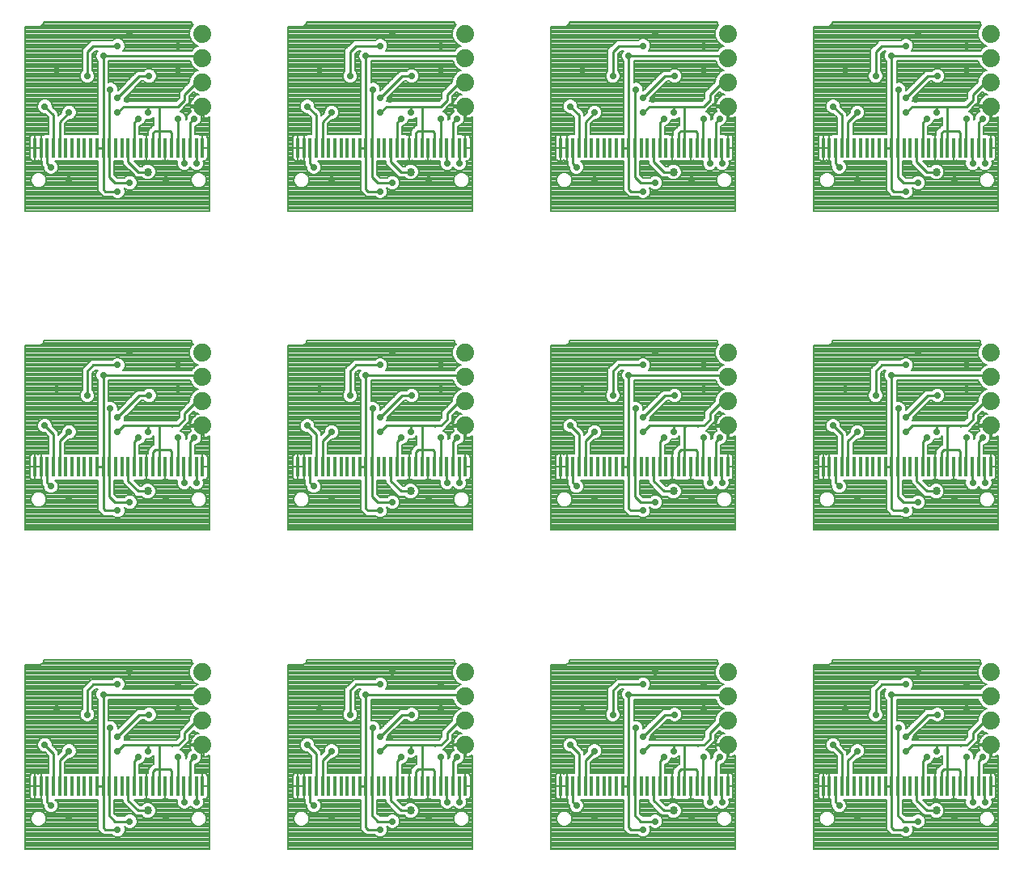
<source format=gbl>
G75*
%MOIN*%
%OFA0B0*%
%FSLAX25Y25*%
%IPPOS*%
%LPD*%
%AMOC8*
5,1,8,0,0,1.08239X$1,22.5*
%
%ADD10R,0.01378X0.07874*%
%ADD11C,0.07400*%
%ADD12C,0.00800*%
%ADD13C,0.02900*%
%ADD14C,0.01000*%
%ADD15C,0.03400*%
D10*
X0021306Y0108337D03*
X0023865Y0108337D03*
X0026424Y0108337D03*
X0028983Y0108337D03*
X0031542Y0108337D03*
X0034101Y0108337D03*
X0036660Y0108337D03*
X0039219Y0108337D03*
X0041778Y0108337D03*
X0044337Y0108337D03*
X0046896Y0108337D03*
X0049455Y0108337D03*
X0052014Y0108337D03*
X0054573Y0108337D03*
X0057132Y0108337D03*
X0059691Y0108337D03*
X0062250Y0108337D03*
X0064809Y0108337D03*
X0067369Y0108337D03*
X0069928Y0108337D03*
X0072487Y0108337D03*
X0075046Y0108337D03*
X0077605Y0108337D03*
X0080164Y0108337D03*
X0082723Y0108337D03*
X0085282Y0108337D03*
X0087841Y0108337D03*
X0090400Y0108337D03*
X0129606Y0108337D03*
X0132165Y0108337D03*
X0134724Y0108337D03*
X0137283Y0108337D03*
X0139842Y0108337D03*
X0142401Y0108337D03*
X0144960Y0108337D03*
X0147519Y0108337D03*
X0150078Y0108337D03*
X0152637Y0108337D03*
X0155196Y0108337D03*
X0157755Y0108337D03*
X0160314Y0108337D03*
X0162873Y0108337D03*
X0165432Y0108337D03*
X0167991Y0108337D03*
X0170550Y0108337D03*
X0173109Y0108337D03*
X0175669Y0108337D03*
X0178228Y0108337D03*
X0180787Y0108337D03*
X0183346Y0108337D03*
X0185905Y0108337D03*
X0188464Y0108337D03*
X0191023Y0108337D03*
X0193582Y0108337D03*
X0196141Y0108337D03*
X0198700Y0108337D03*
X0237906Y0108337D03*
X0240465Y0108337D03*
X0243024Y0108337D03*
X0245583Y0108337D03*
X0248142Y0108337D03*
X0250701Y0108337D03*
X0253260Y0108337D03*
X0255819Y0108337D03*
X0258378Y0108337D03*
X0260937Y0108337D03*
X0263496Y0108337D03*
X0266055Y0108337D03*
X0268614Y0108337D03*
X0271173Y0108337D03*
X0273732Y0108337D03*
X0276291Y0108337D03*
X0278850Y0108337D03*
X0281409Y0108337D03*
X0283969Y0108337D03*
X0286528Y0108337D03*
X0289087Y0108337D03*
X0291646Y0108337D03*
X0294205Y0108337D03*
X0296764Y0108337D03*
X0299323Y0108337D03*
X0301882Y0108337D03*
X0304441Y0108337D03*
X0307000Y0108337D03*
X0346206Y0108337D03*
X0348765Y0108337D03*
X0351324Y0108337D03*
X0353883Y0108337D03*
X0356442Y0108337D03*
X0359001Y0108337D03*
X0361560Y0108337D03*
X0364119Y0108337D03*
X0366678Y0108337D03*
X0369237Y0108337D03*
X0371796Y0108337D03*
X0374355Y0108337D03*
X0376914Y0108337D03*
X0379473Y0108337D03*
X0382032Y0108337D03*
X0384591Y0108337D03*
X0387150Y0108337D03*
X0389709Y0108337D03*
X0392269Y0108337D03*
X0394828Y0108337D03*
X0397387Y0108337D03*
X0399946Y0108337D03*
X0402505Y0108337D03*
X0405064Y0108337D03*
X0407623Y0108337D03*
X0410182Y0108337D03*
X0412741Y0108337D03*
X0415300Y0108337D03*
X0415300Y0239937D03*
X0412741Y0239937D03*
X0410182Y0239937D03*
X0407623Y0239937D03*
X0405064Y0239937D03*
X0402505Y0239937D03*
X0399946Y0239937D03*
X0397387Y0239937D03*
X0394828Y0239937D03*
X0392269Y0239937D03*
X0389709Y0239937D03*
X0387150Y0239937D03*
X0384591Y0239937D03*
X0382032Y0239937D03*
X0379473Y0239937D03*
X0376914Y0239937D03*
X0374355Y0239937D03*
X0371796Y0239937D03*
X0369237Y0239937D03*
X0366678Y0239937D03*
X0364119Y0239937D03*
X0361560Y0239937D03*
X0359001Y0239937D03*
X0356442Y0239937D03*
X0353883Y0239937D03*
X0351324Y0239937D03*
X0348765Y0239937D03*
X0346206Y0239937D03*
X0307000Y0239937D03*
X0304441Y0239937D03*
X0301882Y0239937D03*
X0299323Y0239937D03*
X0296764Y0239937D03*
X0294205Y0239937D03*
X0291646Y0239937D03*
X0289087Y0239937D03*
X0286528Y0239937D03*
X0283969Y0239937D03*
X0281409Y0239937D03*
X0278850Y0239937D03*
X0276291Y0239937D03*
X0273732Y0239937D03*
X0271173Y0239937D03*
X0268614Y0239937D03*
X0266055Y0239937D03*
X0263496Y0239937D03*
X0260937Y0239937D03*
X0258378Y0239937D03*
X0255819Y0239937D03*
X0253260Y0239937D03*
X0250701Y0239937D03*
X0248142Y0239937D03*
X0245583Y0239937D03*
X0243024Y0239937D03*
X0240465Y0239937D03*
X0237906Y0239937D03*
X0198700Y0239937D03*
X0196141Y0239937D03*
X0193582Y0239937D03*
X0191023Y0239937D03*
X0188464Y0239937D03*
X0185905Y0239937D03*
X0183346Y0239937D03*
X0180787Y0239937D03*
X0178228Y0239937D03*
X0175669Y0239937D03*
X0173109Y0239937D03*
X0170550Y0239937D03*
X0167991Y0239937D03*
X0165432Y0239937D03*
X0162873Y0239937D03*
X0160314Y0239937D03*
X0157755Y0239937D03*
X0155196Y0239937D03*
X0152637Y0239937D03*
X0150078Y0239937D03*
X0147519Y0239937D03*
X0144960Y0239937D03*
X0142401Y0239937D03*
X0139842Y0239937D03*
X0137283Y0239937D03*
X0134724Y0239937D03*
X0132165Y0239937D03*
X0129606Y0239937D03*
X0090400Y0239937D03*
X0087841Y0239937D03*
X0085282Y0239937D03*
X0082723Y0239937D03*
X0080164Y0239937D03*
X0077605Y0239937D03*
X0075046Y0239937D03*
X0072487Y0239937D03*
X0069928Y0239937D03*
X0067369Y0239937D03*
X0064809Y0239937D03*
X0062250Y0239937D03*
X0059691Y0239937D03*
X0057132Y0239937D03*
X0054573Y0239937D03*
X0052014Y0239937D03*
X0049455Y0239937D03*
X0046896Y0239937D03*
X0044337Y0239937D03*
X0041778Y0239937D03*
X0039219Y0239937D03*
X0036660Y0239937D03*
X0034101Y0239937D03*
X0031542Y0239937D03*
X0028983Y0239937D03*
X0026424Y0239937D03*
X0023865Y0239937D03*
X0021306Y0239937D03*
X0021306Y0371537D03*
X0023865Y0371537D03*
X0026424Y0371537D03*
X0028983Y0371537D03*
X0031542Y0371537D03*
X0034101Y0371537D03*
X0036660Y0371537D03*
X0039219Y0371537D03*
X0041778Y0371537D03*
X0044337Y0371537D03*
X0046896Y0371537D03*
X0049455Y0371537D03*
X0052014Y0371537D03*
X0054573Y0371537D03*
X0057132Y0371537D03*
X0059691Y0371537D03*
X0062250Y0371537D03*
X0064809Y0371537D03*
X0067369Y0371537D03*
X0069928Y0371537D03*
X0072487Y0371537D03*
X0075046Y0371537D03*
X0077605Y0371537D03*
X0080164Y0371537D03*
X0082723Y0371537D03*
X0085282Y0371537D03*
X0087841Y0371537D03*
X0090400Y0371537D03*
X0129606Y0371537D03*
X0132165Y0371537D03*
X0134724Y0371537D03*
X0137283Y0371537D03*
X0139842Y0371537D03*
X0142401Y0371537D03*
X0144960Y0371537D03*
X0147519Y0371537D03*
X0150078Y0371537D03*
X0152637Y0371537D03*
X0155196Y0371537D03*
X0157755Y0371537D03*
X0160314Y0371537D03*
X0162873Y0371537D03*
X0165432Y0371537D03*
X0167991Y0371537D03*
X0170550Y0371537D03*
X0173109Y0371537D03*
X0175669Y0371537D03*
X0178228Y0371537D03*
X0180787Y0371537D03*
X0183346Y0371537D03*
X0185905Y0371537D03*
X0188464Y0371537D03*
X0191023Y0371537D03*
X0193582Y0371537D03*
X0196141Y0371537D03*
X0198700Y0371537D03*
X0237906Y0371537D03*
X0240465Y0371537D03*
X0243024Y0371537D03*
X0245583Y0371537D03*
X0248142Y0371537D03*
X0250701Y0371537D03*
X0253260Y0371537D03*
X0255819Y0371537D03*
X0258378Y0371537D03*
X0260937Y0371537D03*
X0263496Y0371537D03*
X0266055Y0371537D03*
X0268614Y0371537D03*
X0271173Y0371537D03*
X0273732Y0371537D03*
X0276291Y0371537D03*
X0278850Y0371537D03*
X0281409Y0371537D03*
X0283969Y0371537D03*
X0286528Y0371537D03*
X0289087Y0371537D03*
X0291646Y0371537D03*
X0294205Y0371537D03*
X0296764Y0371537D03*
X0299323Y0371537D03*
X0301882Y0371537D03*
X0304441Y0371537D03*
X0307000Y0371537D03*
X0346206Y0371537D03*
X0348765Y0371537D03*
X0351324Y0371537D03*
X0353883Y0371537D03*
X0356442Y0371537D03*
X0359001Y0371537D03*
X0361560Y0371537D03*
X0364119Y0371537D03*
X0366678Y0371537D03*
X0369237Y0371537D03*
X0371796Y0371537D03*
X0374355Y0371537D03*
X0376914Y0371537D03*
X0379473Y0371537D03*
X0382032Y0371537D03*
X0384591Y0371537D03*
X0387150Y0371537D03*
X0389709Y0371537D03*
X0392269Y0371537D03*
X0394828Y0371537D03*
X0397387Y0371537D03*
X0399946Y0371537D03*
X0402505Y0371537D03*
X0405064Y0371537D03*
X0407623Y0371537D03*
X0410182Y0371537D03*
X0412741Y0371537D03*
X0415300Y0371537D03*
D11*
X0415300Y0388537D03*
X0415300Y0398537D03*
X0415300Y0408537D03*
X0415300Y0418537D03*
X0307000Y0418537D03*
X0307000Y0408537D03*
X0307000Y0398537D03*
X0307000Y0388537D03*
X0307000Y0286937D03*
X0307000Y0276937D03*
X0307000Y0266937D03*
X0307000Y0256937D03*
X0307000Y0155337D03*
X0307000Y0145337D03*
X0307000Y0135337D03*
X0307000Y0125337D03*
X0198700Y0125337D03*
X0198700Y0135337D03*
X0198700Y0145337D03*
X0198700Y0155337D03*
X0198700Y0256937D03*
X0198700Y0266937D03*
X0198700Y0276937D03*
X0198700Y0286937D03*
X0198700Y0388537D03*
X0198700Y0398537D03*
X0198700Y0408537D03*
X0198700Y0418537D03*
X0090400Y0418537D03*
X0090400Y0408537D03*
X0090400Y0398537D03*
X0090400Y0388537D03*
X0090400Y0286937D03*
X0090400Y0276937D03*
X0090400Y0266937D03*
X0090400Y0256937D03*
X0090400Y0155337D03*
X0090400Y0145337D03*
X0090400Y0135337D03*
X0090400Y0125337D03*
X0415300Y0125337D03*
X0415300Y0135337D03*
X0415300Y0145337D03*
X0415300Y0155337D03*
X0415300Y0256937D03*
X0415300Y0266937D03*
X0415300Y0276937D03*
X0415300Y0286937D03*
D12*
X0017400Y0158337D02*
X0017400Y0082337D01*
X0093400Y0082337D01*
X0093400Y0121212D01*
X0093073Y0120975D01*
X0092358Y0120610D01*
X0091594Y0120362D01*
X0090801Y0120237D01*
X0090800Y0120237D01*
X0090800Y0124937D01*
X0090000Y0124937D01*
X0085300Y0124937D01*
X0085300Y0124935D01*
X0085426Y0124142D01*
X0085674Y0123379D01*
X0085778Y0123173D01*
X0085172Y0122922D01*
X0084314Y0122064D01*
X0083850Y0120943D01*
X0083850Y0120256D01*
X0083450Y0119856D01*
X0083450Y0120943D01*
X0082986Y0122064D01*
X0082128Y0122922D01*
X0081299Y0123266D01*
X0083770Y0125737D01*
X0085000Y0126967D01*
X0085000Y0129467D01*
X0086887Y0131354D01*
X0087398Y0130843D01*
X0088913Y0130216D01*
X0088442Y0130063D01*
X0087727Y0129699D01*
X0087078Y0129227D01*
X0086510Y0128659D01*
X0086038Y0128010D01*
X0085674Y0127294D01*
X0085426Y0126531D01*
X0085300Y0125738D01*
X0085300Y0125737D01*
X0090000Y0125737D01*
X0090000Y0124937D01*
X0090000Y0120237D01*
X0089999Y0120237D01*
X0089950Y0120244D01*
X0089950Y0119730D01*
X0089486Y0118609D01*
X0088628Y0117751D01*
X0087507Y0117287D01*
X0087382Y0117287D01*
X0087382Y0113874D01*
X0089193Y0113874D01*
X0089421Y0113645D01*
X0089527Y0113674D01*
X0090400Y0113674D01*
X0090400Y0108337D01*
X0090400Y0108337D01*
X0090400Y0113674D01*
X0091273Y0113674D01*
X0091629Y0113578D01*
X0091949Y0113394D01*
X0092209Y0113133D01*
X0092394Y0112814D01*
X0092489Y0112458D01*
X0092489Y0108337D01*
X0090400Y0108337D01*
X0090400Y0108337D01*
X0092489Y0108337D01*
X0092489Y0104215D01*
X0092394Y0103859D01*
X0092209Y0103540D01*
X0091949Y0103279D01*
X0091629Y0103095D01*
X0091273Y0103000D01*
X0090720Y0103000D01*
X0090950Y0102443D01*
X0090950Y0101230D01*
X0090486Y0100109D01*
X0089628Y0099251D01*
X0088507Y0098787D01*
X0087293Y0098787D01*
X0086172Y0099251D01*
X0085400Y0100023D01*
X0084628Y0099251D01*
X0083507Y0098787D01*
X0082293Y0098787D01*
X0081172Y0099251D01*
X0080314Y0100109D01*
X0079850Y0101230D01*
X0079850Y0102443D01*
X0079998Y0102800D01*
X0076253Y0102800D01*
X0076025Y0103028D01*
X0075919Y0103000D01*
X0075046Y0103000D01*
X0075046Y0108336D01*
X0075046Y0108336D01*
X0075046Y0103000D01*
X0074172Y0103000D01*
X0074067Y0103028D01*
X0073838Y0102800D01*
X0068576Y0102800D01*
X0068348Y0103028D01*
X0068242Y0103000D01*
X0067369Y0103000D01*
X0067369Y0108336D01*
X0067368Y0108336D01*
X0067368Y0103000D01*
X0066495Y0103000D01*
X0066389Y0103028D01*
X0066161Y0102800D01*
X0062407Y0102800D01*
X0064770Y0100437D01*
X0065333Y0100437D01*
X0066031Y0101134D01*
X0067244Y0101637D01*
X0068556Y0101637D01*
X0069769Y0101134D01*
X0070698Y0100206D01*
X0071200Y0098993D01*
X0071200Y0097680D01*
X0070698Y0096467D01*
X0069769Y0095539D01*
X0068556Y0095037D01*
X0067244Y0095037D01*
X0066031Y0095539D01*
X0065333Y0096237D01*
X0063030Y0096237D01*
X0061800Y0097467D01*
X0057591Y0101675D01*
X0057591Y0102800D01*
X0054114Y0102800D01*
X0054114Y0097092D01*
X0055270Y0095937D01*
X0058187Y0095937D01*
X0058672Y0096422D01*
X0059793Y0096887D01*
X0061007Y0096887D01*
X0062128Y0096422D01*
X0062986Y0095564D01*
X0063450Y0094443D01*
X0063450Y0093230D01*
X0062986Y0092109D01*
X0062128Y0091251D01*
X0061007Y0090787D01*
X0059793Y0090787D01*
X0058672Y0091251D01*
X0058187Y0091737D01*
X0058121Y0091737D01*
X0058450Y0090943D01*
X0058450Y0089730D01*
X0057986Y0088609D01*
X0057128Y0087751D01*
X0056007Y0087287D01*
X0054793Y0087287D01*
X0053672Y0087751D01*
X0053187Y0088237D01*
X0049530Y0088237D01*
X0048300Y0089467D01*
X0047355Y0090412D01*
X0047355Y0102800D01*
X0029750Y0102800D01*
X0030486Y0102064D01*
X0030950Y0100943D01*
X0030950Y0099730D01*
X0030486Y0098609D01*
X0029628Y0097751D01*
X0028507Y0097287D01*
X0027293Y0097287D01*
X0026172Y0097751D01*
X0025314Y0098609D01*
X0024850Y0099730D01*
X0024850Y0100417D01*
X0024324Y0100943D01*
X0024324Y0103000D01*
X0023865Y0103000D01*
X0023865Y0108336D01*
X0023864Y0108336D01*
X0023864Y0103000D01*
X0022991Y0103000D01*
X0022635Y0103095D01*
X0022585Y0103124D01*
X0022535Y0103095D01*
X0022179Y0103000D01*
X0021306Y0103000D01*
X0021306Y0108336D01*
X0021305Y0108336D01*
X0021305Y0103000D01*
X0020432Y0103000D01*
X0020076Y0103095D01*
X0019757Y0103279D01*
X0019496Y0103540D01*
X0019312Y0103859D01*
X0019217Y0104215D01*
X0019217Y0108337D01*
X0021305Y0108337D01*
X0021305Y0108337D01*
X0021305Y0113674D01*
X0020432Y0113674D01*
X0020076Y0113578D01*
X0019757Y0113394D01*
X0019496Y0113133D01*
X0019312Y0112814D01*
X0019217Y0112458D01*
X0019217Y0108337D01*
X0021305Y0108337D01*
X0021306Y0108337D01*
X0023394Y0108337D01*
X0023864Y0108337D01*
X0023864Y0108337D01*
X0023864Y0113674D01*
X0022991Y0113674D01*
X0022635Y0113578D01*
X0022585Y0113549D01*
X0022535Y0113578D01*
X0022179Y0113674D01*
X0021306Y0113674D01*
X0021306Y0108337D01*
X0021306Y0108337D01*
X0023864Y0108337D01*
X0023865Y0108337D01*
X0023865Y0113674D01*
X0024738Y0113674D01*
X0024844Y0113645D01*
X0025072Y0113874D01*
X0026883Y0113874D01*
X0026883Y0120884D01*
X0025480Y0122287D01*
X0024793Y0122287D01*
X0023672Y0122751D01*
X0022814Y0123609D01*
X0022350Y0124730D01*
X0022350Y0125943D01*
X0022814Y0127064D01*
X0023672Y0127922D01*
X0024793Y0128387D01*
X0026007Y0128387D01*
X0027128Y0127922D01*
X0027986Y0127064D01*
X0028450Y0125943D01*
X0028450Y0125256D01*
X0031083Y0122624D01*
X0031083Y0121489D01*
X0032350Y0122756D01*
X0032350Y0123443D01*
X0032814Y0124564D01*
X0033672Y0125422D01*
X0034793Y0125887D01*
X0036007Y0125887D01*
X0037128Y0125422D01*
X0037986Y0124564D01*
X0038450Y0123443D01*
X0038450Y0122230D01*
X0037986Y0121109D01*
X0037128Y0120251D01*
X0036007Y0119787D01*
X0035320Y0119787D01*
X0033642Y0118108D01*
X0033642Y0113874D01*
X0047355Y0113874D01*
X0047355Y0143970D01*
X0046869Y0144455D01*
X0046405Y0145576D01*
X0046405Y0146790D01*
X0046869Y0147911D01*
X0047195Y0148237D01*
X0046270Y0148237D01*
X0045000Y0146967D01*
X0045000Y0140050D01*
X0045486Y0139564D01*
X0045950Y0138443D01*
X0045950Y0137230D01*
X0045486Y0136109D01*
X0044628Y0135251D01*
X0043507Y0134787D01*
X0042293Y0134787D01*
X0041172Y0135251D01*
X0040314Y0136109D01*
X0039850Y0137230D01*
X0039850Y0138443D01*
X0040314Y0139564D01*
X0040800Y0140050D01*
X0040800Y0148706D01*
X0043300Y0151206D01*
X0044530Y0152437D01*
X0053187Y0152437D01*
X0053672Y0152922D01*
X0054793Y0153387D01*
X0056007Y0153387D01*
X0057128Y0152922D01*
X0057986Y0152064D01*
X0058450Y0150943D01*
X0058450Y0149730D01*
X0057986Y0148609D01*
X0057660Y0148283D01*
X0085884Y0148283D01*
X0085907Y0148339D01*
X0087398Y0149830D01*
X0088622Y0150337D01*
X0087398Y0150843D01*
X0085907Y0152334D01*
X0085100Y0154282D01*
X0085100Y0156391D01*
X0085907Y0158339D01*
X0086488Y0158920D01*
X0085900Y0159508D01*
X0085900Y0160337D01*
X0024900Y0160337D01*
X0024900Y0159508D01*
X0023728Y0158337D01*
X0017400Y0158337D01*
X0017400Y0157862D02*
X0085710Y0157862D01*
X0085379Y0157064D02*
X0017400Y0157064D01*
X0017400Y0156265D02*
X0085100Y0156265D01*
X0085100Y0155467D02*
X0017400Y0155467D01*
X0017400Y0154668D02*
X0085100Y0154668D01*
X0085271Y0153870D02*
X0017400Y0153870D01*
X0017400Y0153071D02*
X0054032Y0153071D01*
X0056768Y0153071D02*
X0085602Y0153071D01*
X0085968Y0152273D02*
X0057777Y0152273D01*
X0058230Y0151474D02*
X0086767Y0151474D01*
X0087803Y0150676D02*
X0058450Y0150676D01*
X0058450Y0149877D02*
X0087513Y0149877D01*
X0086647Y0149079D02*
X0058180Y0149079D01*
X0051668Y0144083D02*
X0085183Y0144083D01*
X0085907Y0142334D01*
X0087398Y0140843D01*
X0088622Y0140337D01*
X0087398Y0139830D01*
X0085907Y0138339D01*
X0085100Y0136391D01*
X0085100Y0135506D01*
X0080800Y0131206D01*
X0080800Y0128706D01*
X0079530Y0127437D01*
X0058121Y0127437D01*
X0058450Y0128230D01*
X0058450Y0128917D01*
X0065270Y0135737D01*
X0066187Y0135737D01*
X0066672Y0135251D01*
X0067793Y0134787D01*
X0069007Y0134787D01*
X0070128Y0135251D01*
X0070986Y0136109D01*
X0071450Y0137230D01*
X0071450Y0138443D01*
X0070986Y0139564D01*
X0070128Y0140422D01*
X0069007Y0140887D01*
X0067793Y0140887D01*
X0066672Y0140422D01*
X0066187Y0139937D01*
X0063530Y0139937D01*
X0062300Y0138706D01*
X0055480Y0131887D01*
X0055450Y0131887D01*
X0055450Y0132943D01*
X0054986Y0134064D01*
X0054128Y0134922D01*
X0053007Y0135387D01*
X0051793Y0135387D01*
X0051555Y0135288D01*
X0051555Y0143970D01*
X0051668Y0144083D01*
X0051555Y0143489D02*
X0085429Y0143489D01*
X0085759Y0142691D02*
X0051555Y0142691D01*
X0051555Y0141892D02*
X0086349Y0141892D01*
X0087148Y0141094D02*
X0051555Y0141094D01*
X0051555Y0140295D02*
X0066545Y0140295D01*
X0063090Y0139497D02*
X0051555Y0139497D01*
X0051555Y0138698D02*
X0062292Y0138698D01*
X0061493Y0137900D02*
X0051555Y0137900D01*
X0051555Y0137101D02*
X0060695Y0137101D01*
X0059896Y0136303D02*
X0051555Y0136303D01*
X0051555Y0135504D02*
X0059098Y0135504D01*
X0058299Y0134706D02*
X0054344Y0134706D01*
X0055051Y0133907D02*
X0057501Y0133907D01*
X0056702Y0133109D02*
X0055382Y0133109D01*
X0055450Y0132310D02*
X0055904Y0132310D01*
X0058649Y0129116D02*
X0080800Y0129116D01*
X0080800Y0129915D02*
X0059448Y0129915D01*
X0060246Y0130713D02*
X0080800Y0130713D01*
X0081105Y0131512D02*
X0061045Y0131512D01*
X0061843Y0132310D02*
X0081904Y0132310D01*
X0082702Y0133109D02*
X0062642Y0133109D01*
X0063440Y0133907D02*
X0083501Y0133907D01*
X0084299Y0134706D02*
X0064239Y0134706D01*
X0065037Y0135504D02*
X0066419Y0135504D01*
X0070381Y0135504D02*
X0085098Y0135504D01*
X0085100Y0136303D02*
X0071066Y0136303D01*
X0071397Y0137101D02*
X0085394Y0137101D01*
X0085725Y0137900D02*
X0071450Y0137900D01*
X0071344Y0138698D02*
X0086266Y0138698D01*
X0087065Y0139497D02*
X0071014Y0139497D01*
X0070255Y0140295D02*
X0088522Y0140295D01*
X0087713Y0130713D02*
X0086246Y0130713D01*
X0085448Y0129915D02*
X0088151Y0129915D01*
X0086967Y0129116D02*
X0085000Y0129116D01*
X0085000Y0128318D02*
X0086262Y0128318D01*
X0085788Y0127519D02*
X0085000Y0127519D01*
X0084754Y0126720D02*
X0085487Y0126720D01*
X0085329Y0125922D02*
X0083955Y0125922D01*
X0083157Y0125123D02*
X0090000Y0125123D01*
X0090000Y0124325D02*
X0090800Y0124325D01*
X0090800Y0123526D02*
X0090000Y0123526D01*
X0090000Y0122728D02*
X0090800Y0122728D01*
X0090800Y0121929D02*
X0090000Y0121929D01*
X0090000Y0121131D02*
X0090800Y0121131D01*
X0090800Y0120332D02*
X0090000Y0120332D01*
X0089869Y0119534D02*
X0093400Y0119534D01*
X0093400Y0120332D02*
X0091406Y0120332D01*
X0093288Y0121131D02*
X0093400Y0121131D01*
X0093400Y0118735D02*
X0089538Y0118735D01*
X0088814Y0117937D02*
X0093400Y0117937D01*
X0093400Y0117138D02*
X0087382Y0117138D01*
X0087382Y0116340D02*
X0093400Y0116340D01*
X0093400Y0115541D02*
X0087382Y0115541D01*
X0087382Y0114743D02*
X0093400Y0114743D01*
X0093400Y0113944D02*
X0087382Y0113944D01*
X0090400Y0113146D02*
X0090400Y0113146D01*
X0090400Y0112347D02*
X0090400Y0112347D01*
X0090400Y0111549D02*
X0090400Y0111549D01*
X0090400Y0110750D02*
X0090400Y0110750D01*
X0090400Y0109952D02*
X0090400Y0109952D01*
X0090400Y0109153D02*
X0090400Y0109153D01*
X0090400Y0108355D02*
X0090400Y0108355D01*
X0092489Y0108355D02*
X0093400Y0108355D01*
X0093400Y0109153D02*
X0092489Y0109153D01*
X0092489Y0109952D02*
X0093400Y0109952D01*
X0093400Y0110750D02*
X0092489Y0110750D01*
X0092489Y0111549D02*
X0093400Y0111549D01*
X0093400Y0112347D02*
X0092489Y0112347D01*
X0092197Y0113146D02*
X0093400Y0113146D01*
X0093400Y0107556D02*
X0092489Y0107556D01*
X0092489Y0106758D02*
X0093400Y0106758D01*
X0093400Y0105959D02*
X0092489Y0105959D01*
X0092489Y0105161D02*
X0093400Y0105161D01*
X0093400Y0104362D02*
X0092489Y0104362D01*
X0092223Y0103564D02*
X0093400Y0103564D01*
X0093400Y0102765D02*
X0090817Y0102765D01*
X0090950Y0101967D02*
X0093400Y0101967D01*
X0093400Y0101168D02*
X0090924Y0101168D01*
X0090594Y0100370D02*
X0093400Y0100370D01*
X0093400Y0099571D02*
X0089948Y0099571D01*
X0089457Y0098126D02*
X0088194Y0098126D01*
X0087027Y0097642D01*
X0086134Y0096749D01*
X0085650Y0095582D01*
X0085650Y0094319D01*
X0086134Y0093152D01*
X0087027Y0092259D01*
X0088194Y0091776D01*
X0089457Y0091776D01*
X0090624Y0092259D01*
X0091517Y0093152D01*
X0092000Y0094319D01*
X0092000Y0095582D01*
X0091517Y0096749D01*
X0090624Y0097642D01*
X0089457Y0098126D01*
X0089822Y0097974D02*
X0093400Y0097974D01*
X0093400Y0097176D02*
X0091090Y0097176D01*
X0091671Y0096377D02*
X0093400Y0096377D01*
X0093400Y0095579D02*
X0092000Y0095579D01*
X0092000Y0094780D02*
X0093400Y0094780D01*
X0093400Y0093982D02*
X0091860Y0093982D01*
X0091529Y0093183D02*
X0093400Y0093183D01*
X0093400Y0092385D02*
X0090749Y0092385D01*
X0093400Y0091586D02*
X0062463Y0091586D01*
X0063100Y0092385D02*
X0086902Y0092385D01*
X0086121Y0093183D02*
X0063431Y0093183D01*
X0063450Y0093982D02*
X0085790Y0093982D01*
X0085650Y0094780D02*
X0063311Y0094780D01*
X0062971Y0095579D02*
X0065991Y0095579D01*
X0062890Y0096377D02*
X0062173Y0096377D01*
X0062091Y0097176D02*
X0054114Y0097176D01*
X0054114Y0097974D02*
X0061293Y0097974D01*
X0060494Y0098773D02*
X0054114Y0098773D01*
X0054114Y0099571D02*
X0059696Y0099571D01*
X0058897Y0100370D02*
X0054114Y0100370D01*
X0054114Y0101168D02*
X0058099Y0101168D01*
X0057591Y0101967D02*
X0054114Y0101967D01*
X0054114Y0102765D02*
X0057591Y0102765D01*
X0062441Y0102765D02*
X0079983Y0102765D01*
X0079850Y0101967D02*
X0063240Y0101967D01*
X0064038Y0101168D02*
X0066113Y0101168D01*
X0067368Y0103564D02*
X0067369Y0103564D01*
X0067368Y0104362D02*
X0067369Y0104362D01*
X0067368Y0105161D02*
X0067369Y0105161D01*
X0067368Y0105959D02*
X0067369Y0105959D01*
X0067368Y0106758D02*
X0067369Y0106758D01*
X0067368Y0107556D02*
X0067369Y0107556D01*
X0067368Y0108337D02*
X0067368Y0113674D01*
X0066495Y0113674D01*
X0066389Y0113645D01*
X0066161Y0113874D01*
X0064350Y0113874D01*
X0064350Y0117287D01*
X0064507Y0117287D01*
X0065628Y0117751D01*
X0066486Y0118609D01*
X0066950Y0119730D01*
X0066950Y0119929D01*
X0067293Y0119787D01*
X0068507Y0119787D01*
X0069628Y0120251D01*
X0070387Y0121010D01*
X0070387Y0117437D01*
X0070030Y0117437D01*
X0069058Y0116464D01*
X0067828Y0115234D01*
X0067828Y0113674D01*
X0067369Y0113674D01*
X0067369Y0108337D01*
X0067368Y0108337D01*
X0067368Y0108355D02*
X0067369Y0108355D01*
X0067368Y0109153D02*
X0067369Y0109153D01*
X0067368Y0109952D02*
X0067369Y0109952D01*
X0067368Y0110750D02*
X0067369Y0110750D01*
X0067368Y0111549D02*
X0067369Y0111549D01*
X0067368Y0112347D02*
X0067369Y0112347D01*
X0067368Y0113146D02*
X0067369Y0113146D01*
X0067828Y0113944D02*
X0064350Y0113944D01*
X0064350Y0114743D02*
X0067828Y0114743D01*
X0068135Y0115541D02*
X0064350Y0115541D01*
X0064350Y0116340D02*
X0068933Y0116340D01*
X0069732Y0117138D02*
X0064350Y0117138D01*
X0065814Y0117937D02*
X0070387Y0117937D01*
X0070387Y0118735D02*
X0066538Y0118735D01*
X0066869Y0119534D02*
X0070387Y0119534D01*
X0070387Y0120332D02*
X0069709Y0120332D01*
X0079613Y0127519D02*
X0058155Y0127519D01*
X0058450Y0128318D02*
X0080411Y0128318D01*
X0082358Y0124325D02*
X0085397Y0124325D01*
X0085626Y0123526D02*
X0081560Y0123526D01*
X0082322Y0122728D02*
X0084978Y0122728D01*
X0084258Y0121929D02*
X0083042Y0121929D01*
X0083372Y0121131D02*
X0083928Y0121131D01*
X0083850Y0120332D02*
X0083450Y0120332D01*
X0075046Y0107556D02*
X0075046Y0107556D01*
X0075046Y0106758D02*
X0075046Y0106758D01*
X0075046Y0105959D02*
X0075046Y0105959D01*
X0075046Y0105161D02*
X0075046Y0105161D01*
X0075046Y0104362D02*
X0075046Y0104362D01*
X0075046Y0103564D02*
X0075046Y0103564D01*
X0079876Y0101168D02*
X0069687Y0101168D01*
X0070534Y0100370D02*
X0080206Y0100370D01*
X0080852Y0099571D02*
X0070961Y0099571D01*
X0071200Y0098773D02*
X0093400Y0098773D01*
X0087828Y0097974D02*
X0071200Y0097974D01*
X0070991Y0097176D02*
X0086560Y0097176D01*
X0085980Y0096377D02*
X0070607Y0096377D01*
X0069809Y0095579D02*
X0085650Y0095579D01*
X0085852Y0099571D02*
X0084948Y0099571D01*
X0093400Y0090787D02*
X0061009Y0090787D01*
X0059791Y0090787D02*
X0058450Y0090787D01*
X0058450Y0089989D02*
X0093400Y0089989D01*
X0093400Y0089190D02*
X0058227Y0089190D01*
X0057769Y0088392D02*
X0093400Y0088392D01*
X0093400Y0087593D02*
X0056747Y0087593D01*
X0054053Y0087593D02*
X0017400Y0087593D01*
X0017400Y0086795D02*
X0093400Y0086795D01*
X0093400Y0085996D02*
X0017400Y0085996D01*
X0017400Y0085198D02*
X0093400Y0085198D01*
X0093400Y0084399D02*
X0017400Y0084399D01*
X0017400Y0083601D02*
X0093400Y0083601D01*
X0093400Y0082802D02*
X0017400Y0082802D01*
X0017400Y0088392D02*
X0049375Y0088392D01*
X0048576Y0089190D02*
X0017400Y0089190D01*
X0017400Y0089989D02*
X0047778Y0089989D01*
X0047355Y0090787D02*
X0017400Y0090787D01*
X0017400Y0091586D02*
X0047355Y0091586D01*
X0047355Y0092385D02*
X0024804Y0092385D01*
X0024679Y0092259D02*
X0025572Y0093152D01*
X0026055Y0094319D01*
X0026055Y0095582D01*
X0025572Y0096749D01*
X0024679Y0097642D01*
X0023512Y0098126D01*
X0022249Y0098126D01*
X0021082Y0097642D01*
X0020189Y0096749D01*
X0019706Y0095582D01*
X0019706Y0094319D01*
X0020189Y0093152D01*
X0021082Y0092259D01*
X0022249Y0091776D01*
X0023512Y0091776D01*
X0024679Y0092259D01*
X0025584Y0093183D02*
X0047355Y0093183D01*
X0047355Y0093982D02*
X0025915Y0093982D01*
X0026055Y0094780D02*
X0047355Y0094780D01*
X0047355Y0095579D02*
X0026055Y0095579D01*
X0025726Y0096377D02*
X0047355Y0096377D01*
X0047355Y0097176D02*
X0025145Y0097176D01*
X0025949Y0097974D02*
X0023878Y0097974D01*
X0025247Y0098773D02*
X0017400Y0098773D01*
X0017400Y0099571D02*
X0024916Y0099571D01*
X0024850Y0100370D02*
X0017400Y0100370D01*
X0017400Y0101168D02*
X0024324Y0101168D01*
X0024324Y0101967D02*
X0017400Y0101967D01*
X0017400Y0102765D02*
X0024324Y0102765D01*
X0023864Y0103564D02*
X0023865Y0103564D01*
X0023864Y0104362D02*
X0023865Y0104362D01*
X0023864Y0105161D02*
X0023865Y0105161D01*
X0023864Y0105959D02*
X0023865Y0105959D01*
X0023864Y0106758D02*
X0023865Y0106758D01*
X0023864Y0107556D02*
X0023865Y0107556D01*
X0023864Y0108355D02*
X0023865Y0108355D01*
X0023864Y0109153D02*
X0023865Y0109153D01*
X0023864Y0109952D02*
X0023865Y0109952D01*
X0023864Y0110750D02*
X0023865Y0110750D01*
X0023864Y0111549D02*
X0023865Y0111549D01*
X0023864Y0112347D02*
X0023865Y0112347D01*
X0023864Y0113146D02*
X0023865Y0113146D01*
X0021306Y0113146D02*
X0021305Y0113146D01*
X0021305Y0112347D02*
X0021306Y0112347D01*
X0021305Y0111549D02*
X0021306Y0111549D01*
X0021305Y0110750D02*
X0021306Y0110750D01*
X0021305Y0109952D02*
X0021306Y0109952D01*
X0021305Y0109153D02*
X0021306Y0109153D01*
X0021305Y0108355D02*
X0021306Y0108355D01*
X0021305Y0107556D02*
X0021306Y0107556D01*
X0021305Y0106758D02*
X0021306Y0106758D01*
X0021305Y0105959D02*
X0021306Y0105959D01*
X0021305Y0105161D02*
X0021306Y0105161D01*
X0021305Y0104362D02*
X0021306Y0104362D01*
X0021305Y0103564D02*
X0021306Y0103564D01*
X0019483Y0103564D02*
X0017400Y0103564D01*
X0017400Y0104362D02*
X0019217Y0104362D01*
X0019217Y0105161D02*
X0017400Y0105161D01*
X0017400Y0105959D02*
X0019217Y0105959D01*
X0019217Y0106758D02*
X0017400Y0106758D01*
X0017400Y0107556D02*
X0019217Y0107556D01*
X0019217Y0108355D02*
X0017400Y0108355D01*
X0017400Y0109153D02*
X0019217Y0109153D01*
X0019217Y0109952D02*
X0017400Y0109952D01*
X0017400Y0110750D02*
X0019217Y0110750D01*
X0019217Y0111549D02*
X0017400Y0111549D01*
X0017400Y0112347D02*
X0019217Y0112347D01*
X0019509Y0113146D02*
X0017400Y0113146D01*
X0017400Y0113944D02*
X0026883Y0113944D01*
X0026883Y0114743D02*
X0017400Y0114743D01*
X0017400Y0115541D02*
X0026883Y0115541D01*
X0026883Y0116340D02*
X0017400Y0116340D01*
X0017400Y0117138D02*
X0026883Y0117138D01*
X0026883Y0117937D02*
X0017400Y0117937D01*
X0017400Y0118735D02*
X0026883Y0118735D01*
X0026883Y0119534D02*
X0017400Y0119534D01*
X0017400Y0120332D02*
X0026883Y0120332D01*
X0026636Y0121131D02*
X0017400Y0121131D01*
X0017400Y0121929D02*
X0025837Y0121929D01*
X0023728Y0122728D02*
X0017400Y0122728D01*
X0017400Y0123526D02*
X0022897Y0123526D01*
X0022518Y0124325D02*
X0017400Y0124325D01*
X0017400Y0125123D02*
X0022350Y0125123D01*
X0022350Y0125922D02*
X0017400Y0125922D01*
X0017400Y0126720D02*
X0022672Y0126720D01*
X0023269Y0127519D02*
X0017400Y0127519D01*
X0017400Y0128318D02*
X0024627Y0128318D01*
X0026173Y0128318D02*
X0047355Y0128318D01*
X0047355Y0129116D02*
X0017400Y0129116D01*
X0017400Y0129915D02*
X0047355Y0129915D01*
X0047355Y0130713D02*
X0017400Y0130713D01*
X0017400Y0131512D02*
X0047355Y0131512D01*
X0047355Y0132310D02*
X0017400Y0132310D01*
X0017400Y0133109D02*
X0047355Y0133109D01*
X0047355Y0133907D02*
X0017400Y0133907D01*
X0017400Y0134706D02*
X0047355Y0134706D01*
X0047355Y0135504D02*
X0044881Y0135504D01*
X0045566Y0136303D02*
X0047355Y0136303D01*
X0047355Y0137101D02*
X0045897Y0137101D01*
X0045950Y0137900D02*
X0047355Y0137900D01*
X0047355Y0138698D02*
X0045844Y0138698D01*
X0045514Y0139497D02*
X0047355Y0139497D01*
X0047355Y0140295D02*
X0045000Y0140295D01*
X0045000Y0141094D02*
X0047355Y0141094D01*
X0047355Y0141892D02*
X0045000Y0141892D01*
X0045000Y0142691D02*
X0047355Y0142691D01*
X0047355Y0143489D02*
X0045000Y0143489D01*
X0045000Y0144288D02*
X0047037Y0144288D01*
X0046608Y0145086D02*
X0045000Y0145086D01*
X0045000Y0145885D02*
X0046405Y0145885D01*
X0046405Y0146683D02*
X0045000Y0146683D01*
X0045515Y0147482D02*
X0046692Y0147482D01*
X0042769Y0150676D02*
X0017400Y0150676D01*
X0017400Y0151474D02*
X0043568Y0151474D01*
X0044366Y0152273D02*
X0017400Y0152273D01*
X0017400Y0149877D02*
X0041971Y0149877D01*
X0041172Y0149079D02*
X0017400Y0149079D01*
X0017400Y0148280D02*
X0040800Y0148280D01*
X0040800Y0147482D02*
X0017400Y0147482D01*
X0017400Y0146683D02*
X0040800Y0146683D01*
X0040800Y0145885D02*
X0017400Y0145885D01*
X0017400Y0145086D02*
X0040800Y0145086D01*
X0040800Y0144288D02*
X0017400Y0144288D01*
X0017400Y0143489D02*
X0040800Y0143489D01*
X0040800Y0142691D02*
X0017400Y0142691D01*
X0017400Y0141892D02*
X0040800Y0141892D01*
X0040800Y0141094D02*
X0017400Y0141094D01*
X0017400Y0140295D02*
X0040800Y0140295D01*
X0040286Y0139497D02*
X0017400Y0139497D01*
X0017400Y0138698D02*
X0039956Y0138698D01*
X0039850Y0137900D02*
X0017400Y0137900D01*
X0017400Y0137101D02*
X0039903Y0137101D01*
X0040234Y0136303D02*
X0017400Y0136303D01*
X0017400Y0135504D02*
X0040919Y0135504D01*
X0047355Y0127519D02*
X0027531Y0127519D01*
X0028128Y0126720D02*
X0047355Y0126720D01*
X0047355Y0125922D02*
X0028450Y0125922D01*
X0028583Y0125123D02*
X0033374Y0125123D01*
X0032715Y0124325D02*
X0029381Y0124325D01*
X0030180Y0123526D02*
X0032384Y0123526D01*
X0032321Y0122728D02*
X0030979Y0122728D01*
X0031083Y0121929D02*
X0031523Y0121929D01*
X0034269Y0118735D02*
X0047355Y0118735D01*
X0047355Y0117937D02*
X0033642Y0117937D01*
X0033642Y0117138D02*
X0047355Y0117138D01*
X0047355Y0116340D02*
X0033642Y0116340D01*
X0033642Y0115541D02*
X0047355Y0115541D01*
X0047355Y0114743D02*
X0033642Y0114743D01*
X0033642Y0113944D02*
X0047355Y0113944D01*
X0047355Y0119534D02*
X0035067Y0119534D01*
X0037209Y0120332D02*
X0047355Y0120332D01*
X0047355Y0121131D02*
X0037995Y0121131D01*
X0038326Y0121929D02*
X0047355Y0121929D01*
X0047355Y0122728D02*
X0038450Y0122728D01*
X0038416Y0123526D02*
X0047355Y0123526D01*
X0047355Y0124325D02*
X0038085Y0124325D01*
X0037426Y0125123D02*
X0047355Y0125123D01*
X0047355Y0102765D02*
X0029785Y0102765D01*
X0030526Y0101967D02*
X0047355Y0101967D01*
X0047355Y0101168D02*
X0030857Y0101168D01*
X0030950Y0100370D02*
X0047355Y0100370D01*
X0047355Y0099571D02*
X0030884Y0099571D01*
X0030553Y0098773D02*
X0047355Y0098773D01*
X0047355Y0097974D02*
X0029851Y0097974D01*
X0021883Y0097974D02*
X0017400Y0097974D01*
X0017400Y0097176D02*
X0020615Y0097176D01*
X0020035Y0096377D02*
X0017400Y0096377D01*
X0017400Y0095579D02*
X0019706Y0095579D01*
X0019706Y0094780D02*
X0017400Y0094780D01*
X0017400Y0093982D02*
X0019845Y0093982D01*
X0020176Y0093183D02*
X0017400Y0093183D01*
X0017400Y0092385D02*
X0020957Y0092385D01*
X0054829Y0096377D02*
X0058627Y0096377D01*
X0058337Y0091586D02*
X0058184Y0091586D01*
X0125700Y0091586D02*
X0155655Y0091586D01*
X0155655Y0090787D02*
X0125700Y0090787D01*
X0125700Y0089989D02*
X0156078Y0089989D01*
X0155655Y0090412D02*
X0156600Y0089467D01*
X0157830Y0088237D01*
X0161487Y0088237D01*
X0161972Y0087751D01*
X0163093Y0087287D01*
X0164307Y0087287D01*
X0165428Y0087751D01*
X0166286Y0088609D01*
X0166750Y0089730D01*
X0166750Y0090943D01*
X0166421Y0091737D01*
X0166487Y0091737D01*
X0166972Y0091251D01*
X0168093Y0090787D01*
X0169307Y0090787D01*
X0170428Y0091251D01*
X0171286Y0092109D01*
X0171750Y0093230D01*
X0171750Y0094443D01*
X0171286Y0095564D01*
X0170428Y0096422D01*
X0169307Y0096887D01*
X0168093Y0096887D01*
X0166972Y0096422D01*
X0166487Y0095937D01*
X0163570Y0095937D01*
X0162414Y0097092D01*
X0162414Y0102800D01*
X0165891Y0102800D01*
X0165891Y0101675D01*
X0170100Y0097467D01*
X0171330Y0096237D01*
X0173633Y0096237D01*
X0174331Y0095539D01*
X0175544Y0095037D01*
X0176856Y0095037D01*
X0178069Y0095539D01*
X0178998Y0096467D01*
X0179500Y0097680D01*
X0179500Y0098993D01*
X0178998Y0100206D01*
X0178069Y0101134D01*
X0176856Y0101637D01*
X0175544Y0101637D01*
X0174331Y0101134D01*
X0173633Y0100437D01*
X0173070Y0100437D01*
X0170707Y0102800D01*
X0174461Y0102800D01*
X0174689Y0103028D01*
X0174795Y0103000D01*
X0175668Y0103000D01*
X0175668Y0108336D01*
X0175669Y0108336D01*
X0175669Y0103000D01*
X0176542Y0103000D01*
X0176648Y0103028D01*
X0176876Y0102800D01*
X0182138Y0102800D01*
X0182367Y0103028D01*
X0182472Y0103000D01*
X0183346Y0103000D01*
X0184219Y0103000D01*
X0184325Y0103028D01*
X0184553Y0102800D01*
X0188298Y0102800D01*
X0188150Y0102443D01*
X0188150Y0101230D01*
X0188614Y0100109D01*
X0189472Y0099251D01*
X0190593Y0098787D01*
X0191807Y0098787D01*
X0192928Y0099251D01*
X0193700Y0100023D01*
X0194472Y0099251D01*
X0195593Y0098787D01*
X0196807Y0098787D01*
X0197928Y0099251D01*
X0198786Y0100109D01*
X0199250Y0101230D01*
X0199250Y0102443D01*
X0199020Y0103000D01*
X0199573Y0103000D01*
X0199929Y0103095D01*
X0200249Y0103279D01*
X0200509Y0103540D01*
X0200694Y0103859D01*
X0200789Y0104215D01*
X0200789Y0108337D01*
X0200789Y0112458D01*
X0200694Y0112814D01*
X0200509Y0113133D01*
X0200249Y0113394D01*
X0199929Y0113578D01*
X0199573Y0113674D01*
X0198700Y0113674D01*
X0197827Y0113674D01*
X0197721Y0113645D01*
X0197493Y0113874D01*
X0195682Y0113874D01*
X0195682Y0117287D01*
X0195807Y0117287D01*
X0196928Y0117751D01*
X0197786Y0118609D01*
X0198250Y0119730D01*
X0198250Y0120244D01*
X0198299Y0120237D01*
X0198300Y0120237D01*
X0198300Y0124937D01*
X0193600Y0124937D01*
X0193600Y0124935D01*
X0193726Y0124142D01*
X0193974Y0123379D01*
X0194078Y0123173D01*
X0193472Y0122922D01*
X0192614Y0122064D01*
X0192150Y0120943D01*
X0192150Y0120256D01*
X0191750Y0119856D01*
X0191750Y0120943D01*
X0191286Y0122064D01*
X0190428Y0122922D01*
X0189599Y0123266D01*
X0192070Y0125737D01*
X0193300Y0126967D01*
X0193300Y0129467D01*
X0195187Y0131354D01*
X0195698Y0130843D01*
X0197213Y0130216D01*
X0196742Y0130063D01*
X0196027Y0129699D01*
X0195378Y0129227D01*
X0194810Y0128659D01*
X0194338Y0128010D01*
X0193974Y0127294D01*
X0193726Y0126531D01*
X0193600Y0125738D01*
X0193600Y0125737D01*
X0198300Y0125737D01*
X0198300Y0124937D01*
X0199100Y0124937D01*
X0199100Y0120237D01*
X0199101Y0120237D01*
X0199894Y0120362D01*
X0200658Y0120610D01*
X0201373Y0120975D01*
X0201700Y0121212D01*
X0201700Y0082337D01*
X0125700Y0082337D01*
X0125700Y0158337D01*
X0132028Y0158337D01*
X0133200Y0159508D01*
X0133200Y0160337D01*
X0194200Y0160337D01*
X0194200Y0159508D01*
X0194788Y0158920D01*
X0194207Y0158339D01*
X0193400Y0156391D01*
X0193400Y0154282D01*
X0194207Y0152334D01*
X0195698Y0150843D01*
X0196922Y0150337D01*
X0195698Y0149830D01*
X0194207Y0148339D01*
X0194184Y0148283D01*
X0165960Y0148283D01*
X0166286Y0148609D01*
X0166750Y0149730D01*
X0166750Y0150943D01*
X0166286Y0152064D01*
X0165428Y0152922D01*
X0164307Y0153387D01*
X0163093Y0153387D01*
X0161972Y0152922D01*
X0161487Y0152437D01*
X0152830Y0152437D01*
X0151600Y0151206D01*
X0149100Y0148706D01*
X0149100Y0140050D01*
X0148614Y0139564D01*
X0148150Y0138443D01*
X0148150Y0137230D01*
X0148614Y0136109D01*
X0149472Y0135251D01*
X0150593Y0134787D01*
X0151807Y0134787D01*
X0152928Y0135251D01*
X0153786Y0136109D01*
X0154250Y0137230D01*
X0154250Y0138443D01*
X0153786Y0139564D01*
X0153300Y0140050D01*
X0153300Y0146967D01*
X0154570Y0148237D01*
X0155495Y0148237D01*
X0155169Y0147911D01*
X0154705Y0146790D01*
X0154705Y0145576D01*
X0155169Y0144455D01*
X0155655Y0143970D01*
X0155655Y0113874D01*
X0141942Y0113874D01*
X0141942Y0118108D01*
X0143620Y0119787D01*
X0144307Y0119787D01*
X0145428Y0120251D01*
X0146286Y0121109D01*
X0146750Y0122230D01*
X0146750Y0123443D01*
X0146286Y0124564D01*
X0145428Y0125422D01*
X0144307Y0125887D01*
X0143093Y0125887D01*
X0141972Y0125422D01*
X0141114Y0124564D01*
X0140650Y0123443D01*
X0140650Y0122756D01*
X0139383Y0121489D01*
X0139383Y0122624D01*
X0138153Y0123854D01*
X0136750Y0125256D01*
X0136750Y0125943D01*
X0136286Y0127064D01*
X0135428Y0127922D01*
X0134307Y0128387D01*
X0133093Y0128387D01*
X0131972Y0127922D01*
X0131114Y0127064D01*
X0130650Y0125943D01*
X0130650Y0124730D01*
X0131114Y0123609D01*
X0131972Y0122751D01*
X0133093Y0122287D01*
X0133780Y0122287D01*
X0135183Y0120884D01*
X0135183Y0113874D01*
X0133372Y0113874D01*
X0133144Y0113645D01*
X0133038Y0113674D01*
X0132165Y0113674D01*
X0132165Y0108337D01*
X0132164Y0108337D01*
X0132164Y0108337D01*
X0131694Y0108337D01*
X0129606Y0108337D01*
X0129606Y0108337D01*
X0129605Y0108337D01*
X0129605Y0108337D01*
X0127517Y0108337D01*
X0127517Y0112458D01*
X0127612Y0112814D01*
X0127796Y0113133D01*
X0128057Y0113394D01*
X0128376Y0113578D01*
X0128732Y0113674D01*
X0129605Y0113674D01*
X0129605Y0108337D01*
X0127517Y0108337D01*
X0127517Y0104215D01*
X0127612Y0103859D01*
X0127796Y0103540D01*
X0128057Y0103279D01*
X0128376Y0103095D01*
X0128732Y0103000D01*
X0129605Y0103000D01*
X0129605Y0108336D01*
X0129606Y0108336D01*
X0129606Y0103000D01*
X0130479Y0103000D01*
X0130835Y0103095D01*
X0130885Y0103124D01*
X0130935Y0103095D01*
X0131291Y0103000D01*
X0132164Y0103000D01*
X0132164Y0108336D01*
X0132165Y0108336D01*
X0132165Y0103000D01*
X0132624Y0103000D01*
X0132624Y0100943D01*
X0133150Y0100417D01*
X0133150Y0099730D01*
X0133614Y0098609D01*
X0134472Y0097751D01*
X0135593Y0097287D01*
X0136807Y0097287D01*
X0137928Y0097751D01*
X0138786Y0098609D01*
X0139250Y0099730D01*
X0139250Y0100943D01*
X0138786Y0102064D01*
X0138050Y0102800D01*
X0155655Y0102800D01*
X0155655Y0090412D01*
X0156876Y0089190D02*
X0125700Y0089190D01*
X0125700Y0088392D02*
X0157675Y0088392D01*
X0155655Y0092385D02*
X0133104Y0092385D01*
X0132979Y0092259D02*
X0133872Y0093152D01*
X0134355Y0094319D01*
X0134355Y0095582D01*
X0133872Y0096749D01*
X0132979Y0097642D01*
X0131812Y0098126D01*
X0130549Y0098126D01*
X0129382Y0097642D01*
X0128489Y0096749D01*
X0128006Y0095582D01*
X0128006Y0094319D01*
X0128489Y0093152D01*
X0129382Y0092259D01*
X0130549Y0091776D01*
X0131812Y0091776D01*
X0132979Y0092259D01*
X0133884Y0093183D02*
X0155655Y0093183D01*
X0155655Y0093982D02*
X0134215Y0093982D01*
X0134355Y0094780D02*
X0155655Y0094780D01*
X0155655Y0095579D02*
X0134355Y0095579D01*
X0134026Y0096377D02*
X0155655Y0096377D01*
X0155655Y0097176D02*
X0133445Y0097176D01*
X0134249Y0097974D02*
X0132178Y0097974D01*
X0133547Y0098773D02*
X0125700Y0098773D01*
X0125700Y0099571D02*
X0133216Y0099571D01*
X0133150Y0100370D02*
X0125700Y0100370D01*
X0125700Y0101168D02*
X0132624Y0101168D01*
X0132624Y0101967D02*
X0125700Y0101967D01*
X0125700Y0102765D02*
X0132624Y0102765D01*
X0132164Y0103564D02*
X0132165Y0103564D01*
X0132164Y0104362D02*
X0132165Y0104362D01*
X0132164Y0105161D02*
X0132165Y0105161D01*
X0132164Y0105959D02*
X0132165Y0105959D01*
X0132164Y0106758D02*
X0132165Y0106758D01*
X0132164Y0107556D02*
X0132165Y0107556D01*
X0132164Y0108337D02*
X0129606Y0108337D01*
X0129606Y0113674D01*
X0130479Y0113674D01*
X0130835Y0113578D01*
X0130885Y0113549D01*
X0130935Y0113578D01*
X0131291Y0113674D01*
X0132164Y0113674D01*
X0132164Y0108337D01*
X0132164Y0108355D02*
X0132165Y0108355D01*
X0132164Y0109153D02*
X0132165Y0109153D01*
X0132164Y0109952D02*
X0132165Y0109952D01*
X0132164Y0110750D02*
X0132165Y0110750D01*
X0132164Y0111549D02*
X0132165Y0111549D01*
X0132164Y0112347D02*
X0132165Y0112347D01*
X0132164Y0113146D02*
X0132165Y0113146D01*
X0129606Y0113146D02*
X0129605Y0113146D01*
X0129605Y0112347D02*
X0129606Y0112347D01*
X0129605Y0111549D02*
X0129606Y0111549D01*
X0129605Y0110750D02*
X0129606Y0110750D01*
X0129605Y0109952D02*
X0129606Y0109952D01*
X0129605Y0109153D02*
X0129606Y0109153D01*
X0129605Y0108355D02*
X0129606Y0108355D01*
X0129605Y0107556D02*
X0129606Y0107556D01*
X0129605Y0106758D02*
X0129606Y0106758D01*
X0129605Y0105959D02*
X0129606Y0105959D01*
X0129605Y0105161D02*
X0129606Y0105161D01*
X0129605Y0104362D02*
X0129606Y0104362D01*
X0129605Y0103564D02*
X0129606Y0103564D01*
X0127783Y0103564D02*
X0125700Y0103564D01*
X0125700Y0104362D02*
X0127517Y0104362D01*
X0127517Y0105161D02*
X0125700Y0105161D01*
X0125700Y0105959D02*
X0127517Y0105959D01*
X0127517Y0106758D02*
X0125700Y0106758D01*
X0125700Y0107556D02*
X0127517Y0107556D01*
X0127517Y0108355D02*
X0125700Y0108355D01*
X0125700Y0109153D02*
X0127517Y0109153D01*
X0127517Y0109952D02*
X0125700Y0109952D01*
X0125700Y0110750D02*
X0127517Y0110750D01*
X0127517Y0111549D02*
X0125700Y0111549D01*
X0125700Y0112347D02*
X0127517Y0112347D01*
X0127809Y0113146D02*
X0125700Y0113146D01*
X0125700Y0113944D02*
X0135183Y0113944D01*
X0135183Y0114743D02*
X0125700Y0114743D01*
X0125700Y0115541D02*
X0135183Y0115541D01*
X0135183Y0116340D02*
X0125700Y0116340D01*
X0125700Y0117138D02*
X0135183Y0117138D01*
X0135183Y0117937D02*
X0125700Y0117937D01*
X0125700Y0118735D02*
X0135183Y0118735D01*
X0135183Y0119534D02*
X0125700Y0119534D01*
X0125700Y0120332D02*
X0135183Y0120332D01*
X0134936Y0121131D02*
X0125700Y0121131D01*
X0125700Y0121929D02*
X0134137Y0121929D01*
X0132028Y0122728D02*
X0125700Y0122728D01*
X0125700Y0123526D02*
X0131197Y0123526D01*
X0130818Y0124325D02*
X0125700Y0124325D01*
X0125700Y0125123D02*
X0130650Y0125123D01*
X0130650Y0125922D02*
X0125700Y0125922D01*
X0125700Y0126720D02*
X0130972Y0126720D01*
X0131569Y0127519D02*
X0125700Y0127519D01*
X0125700Y0128318D02*
X0132927Y0128318D01*
X0134473Y0128318D02*
X0155655Y0128318D01*
X0155655Y0129116D02*
X0125700Y0129116D01*
X0125700Y0129915D02*
X0155655Y0129915D01*
X0155655Y0130713D02*
X0125700Y0130713D01*
X0125700Y0131512D02*
X0155655Y0131512D01*
X0155655Y0132310D02*
X0125700Y0132310D01*
X0125700Y0133109D02*
X0155655Y0133109D01*
X0155655Y0133907D02*
X0125700Y0133907D01*
X0125700Y0134706D02*
X0155655Y0134706D01*
X0155655Y0135504D02*
X0153181Y0135504D01*
X0153866Y0136303D02*
X0155655Y0136303D01*
X0155655Y0137101D02*
X0154197Y0137101D01*
X0154250Y0137900D02*
X0155655Y0137900D01*
X0155655Y0138698D02*
X0154144Y0138698D01*
X0153814Y0139497D02*
X0155655Y0139497D01*
X0155655Y0140295D02*
X0153300Y0140295D01*
X0153300Y0141094D02*
X0155655Y0141094D01*
X0155655Y0141892D02*
X0153300Y0141892D01*
X0153300Y0142691D02*
X0155655Y0142691D01*
X0155655Y0143489D02*
X0153300Y0143489D01*
X0153300Y0144288D02*
X0155337Y0144288D01*
X0154908Y0145086D02*
X0153300Y0145086D01*
X0153300Y0145885D02*
X0154705Y0145885D01*
X0154705Y0146683D02*
X0153300Y0146683D01*
X0153815Y0147482D02*
X0154992Y0147482D01*
X0151069Y0150676D02*
X0125700Y0150676D01*
X0125700Y0151474D02*
X0151868Y0151474D01*
X0152666Y0152273D02*
X0125700Y0152273D01*
X0125700Y0153071D02*
X0162332Y0153071D01*
X0165068Y0153071D02*
X0193902Y0153071D01*
X0193571Y0153870D02*
X0125700Y0153870D01*
X0125700Y0154668D02*
X0193400Y0154668D01*
X0193400Y0155467D02*
X0125700Y0155467D01*
X0125700Y0156265D02*
X0193400Y0156265D01*
X0193679Y0157064D02*
X0125700Y0157064D01*
X0125700Y0157862D02*
X0194010Y0157862D01*
X0194529Y0158661D02*
X0132353Y0158661D01*
X0133151Y0159459D02*
X0194249Y0159459D01*
X0194200Y0160258D02*
X0133200Y0160258D01*
X0125700Y0149877D02*
X0150271Y0149877D01*
X0149472Y0149079D02*
X0125700Y0149079D01*
X0125700Y0148280D02*
X0149100Y0148280D01*
X0149100Y0147482D02*
X0125700Y0147482D01*
X0125700Y0146683D02*
X0149100Y0146683D01*
X0149100Y0145885D02*
X0125700Y0145885D01*
X0125700Y0145086D02*
X0149100Y0145086D01*
X0149100Y0144288D02*
X0125700Y0144288D01*
X0125700Y0143489D02*
X0149100Y0143489D01*
X0149100Y0142691D02*
X0125700Y0142691D01*
X0125700Y0141892D02*
X0149100Y0141892D01*
X0149100Y0141094D02*
X0125700Y0141094D01*
X0125700Y0140295D02*
X0149100Y0140295D01*
X0148586Y0139497D02*
X0125700Y0139497D01*
X0125700Y0138698D02*
X0148256Y0138698D01*
X0148150Y0137900D02*
X0125700Y0137900D01*
X0125700Y0137101D02*
X0148203Y0137101D01*
X0148534Y0136303D02*
X0125700Y0136303D01*
X0125700Y0135504D02*
X0149219Y0135504D01*
X0155655Y0127519D02*
X0135831Y0127519D01*
X0136428Y0126720D02*
X0155655Y0126720D01*
X0155655Y0125922D02*
X0136750Y0125922D01*
X0136883Y0125123D02*
X0141674Y0125123D01*
X0141015Y0124325D02*
X0137681Y0124325D01*
X0138480Y0123526D02*
X0140684Y0123526D01*
X0140621Y0122728D02*
X0139279Y0122728D01*
X0139383Y0121929D02*
X0139823Y0121929D01*
X0142569Y0118735D02*
X0155655Y0118735D01*
X0155655Y0117937D02*
X0141942Y0117937D01*
X0141942Y0117138D02*
X0155655Y0117138D01*
X0155655Y0116340D02*
X0141942Y0116340D01*
X0141942Y0115541D02*
X0155655Y0115541D01*
X0155655Y0114743D02*
X0141942Y0114743D01*
X0141942Y0113944D02*
X0155655Y0113944D01*
X0155655Y0119534D02*
X0143367Y0119534D01*
X0145509Y0120332D02*
X0155655Y0120332D01*
X0155655Y0121131D02*
X0146295Y0121131D01*
X0146626Y0121929D02*
X0155655Y0121929D01*
X0155655Y0122728D02*
X0146750Y0122728D01*
X0146716Y0123526D02*
X0155655Y0123526D01*
X0155655Y0124325D02*
X0146385Y0124325D01*
X0145726Y0125123D02*
X0155655Y0125123D01*
X0163750Y0131887D02*
X0163750Y0132943D01*
X0163286Y0134064D01*
X0162428Y0134922D01*
X0161307Y0135387D01*
X0160093Y0135387D01*
X0159855Y0135288D01*
X0159855Y0143970D01*
X0159968Y0144083D01*
X0193483Y0144083D01*
X0194207Y0142334D01*
X0195698Y0140843D01*
X0196922Y0140337D01*
X0195698Y0139830D01*
X0194207Y0138339D01*
X0193400Y0136391D01*
X0193400Y0135506D01*
X0190330Y0132437D01*
X0189100Y0131206D01*
X0189100Y0128706D01*
X0187830Y0127437D01*
X0166421Y0127437D01*
X0166750Y0128230D01*
X0166750Y0128917D01*
X0173570Y0135737D01*
X0174487Y0135737D01*
X0174972Y0135251D01*
X0176093Y0134787D01*
X0177307Y0134787D01*
X0178428Y0135251D01*
X0179286Y0136109D01*
X0179750Y0137230D01*
X0179750Y0138443D01*
X0179286Y0139564D01*
X0178428Y0140422D01*
X0177307Y0140887D01*
X0176093Y0140887D01*
X0174972Y0140422D01*
X0174487Y0139937D01*
X0171830Y0139937D01*
X0170600Y0138706D01*
X0163780Y0131887D01*
X0163750Y0131887D01*
X0163750Y0132310D02*
X0164204Y0132310D01*
X0163682Y0133109D02*
X0165002Y0133109D01*
X0165801Y0133907D02*
X0163351Y0133907D01*
X0162644Y0134706D02*
X0166599Y0134706D01*
X0167398Y0135504D02*
X0159855Y0135504D01*
X0159855Y0136303D02*
X0168196Y0136303D01*
X0168995Y0137101D02*
X0159855Y0137101D01*
X0159855Y0137900D02*
X0169793Y0137900D01*
X0170592Y0138698D02*
X0159855Y0138698D01*
X0159855Y0139497D02*
X0171390Y0139497D01*
X0174845Y0140295D02*
X0159855Y0140295D01*
X0159855Y0141094D02*
X0195448Y0141094D01*
X0194649Y0141892D02*
X0159855Y0141892D01*
X0159855Y0142691D02*
X0194059Y0142691D01*
X0193729Y0143489D02*
X0159855Y0143489D01*
X0166480Y0149079D02*
X0194947Y0149079D01*
X0195813Y0149877D02*
X0166750Y0149877D01*
X0166750Y0150676D02*
X0196103Y0150676D01*
X0195067Y0151474D02*
X0166530Y0151474D01*
X0166077Y0152273D02*
X0194268Y0152273D01*
X0196822Y0140295D02*
X0178555Y0140295D01*
X0179314Y0139497D02*
X0195365Y0139497D01*
X0194566Y0138698D02*
X0179644Y0138698D01*
X0179750Y0137900D02*
X0194025Y0137900D01*
X0193694Y0137101D02*
X0179697Y0137101D01*
X0179366Y0136303D02*
X0193400Y0136303D01*
X0193398Y0135504D02*
X0178681Y0135504D01*
X0174719Y0135504D02*
X0173337Y0135504D01*
X0172539Y0134706D02*
X0192599Y0134706D01*
X0191801Y0133907D02*
X0171740Y0133907D01*
X0170942Y0133109D02*
X0191002Y0133109D01*
X0190330Y0132437D02*
X0190330Y0132437D01*
X0190204Y0132310D02*
X0170143Y0132310D01*
X0169345Y0131512D02*
X0189405Y0131512D01*
X0189100Y0130713D02*
X0168546Y0130713D01*
X0167748Y0129915D02*
X0189100Y0129915D01*
X0189100Y0129116D02*
X0166949Y0129116D01*
X0166750Y0128318D02*
X0188711Y0128318D01*
X0187913Y0127519D02*
X0166456Y0127519D01*
X0175250Y0119929D02*
X0175593Y0119787D01*
X0176807Y0119787D01*
X0177928Y0120251D01*
X0178687Y0121010D01*
X0178687Y0117437D01*
X0178330Y0117437D01*
X0177358Y0116464D01*
X0176128Y0115234D01*
X0176128Y0113674D01*
X0175669Y0113674D01*
X0175669Y0108337D01*
X0175668Y0108337D01*
X0175668Y0113674D01*
X0174795Y0113674D01*
X0174689Y0113645D01*
X0174461Y0113874D01*
X0172650Y0113874D01*
X0172650Y0117287D01*
X0172807Y0117287D01*
X0173928Y0117751D01*
X0174786Y0118609D01*
X0175250Y0119730D01*
X0175250Y0119929D01*
X0175169Y0119534D02*
X0178687Y0119534D01*
X0178687Y0120332D02*
X0178009Y0120332D01*
X0178687Y0118735D02*
X0174838Y0118735D01*
X0174114Y0117937D02*
X0178687Y0117937D01*
X0178032Y0117138D02*
X0172650Y0117138D01*
X0172650Y0116340D02*
X0177233Y0116340D01*
X0176435Y0115541D02*
X0172650Y0115541D01*
X0172650Y0114743D02*
X0176128Y0114743D01*
X0176128Y0113944D02*
X0172650Y0113944D01*
X0175668Y0113146D02*
X0175669Y0113146D01*
X0175668Y0112347D02*
X0175669Y0112347D01*
X0175668Y0111549D02*
X0175669Y0111549D01*
X0175668Y0110750D02*
X0175669Y0110750D01*
X0175668Y0109952D02*
X0175669Y0109952D01*
X0175668Y0109153D02*
X0175669Y0109153D01*
X0175668Y0108355D02*
X0175669Y0108355D01*
X0175668Y0107556D02*
X0175669Y0107556D01*
X0175668Y0106758D02*
X0175669Y0106758D01*
X0175668Y0105959D02*
X0175669Y0105959D01*
X0175668Y0105161D02*
X0175669Y0105161D01*
X0175668Y0104362D02*
X0175669Y0104362D01*
X0175668Y0103564D02*
X0175669Y0103564D01*
X0174413Y0101168D02*
X0172338Y0101168D01*
X0171540Y0101967D02*
X0188150Y0101967D01*
X0188176Y0101168D02*
X0177987Y0101168D01*
X0178834Y0100370D02*
X0188506Y0100370D01*
X0189152Y0099571D02*
X0179261Y0099571D01*
X0179500Y0098773D02*
X0201700Y0098773D01*
X0201700Y0099571D02*
X0198248Y0099571D01*
X0198894Y0100370D02*
X0201700Y0100370D01*
X0201700Y0101168D02*
X0199224Y0101168D01*
X0199250Y0101967D02*
X0201700Y0101967D01*
X0201700Y0102765D02*
X0199117Y0102765D01*
X0200523Y0103564D02*
X0201700Y0103564D01*
X0201700Y0104362D02*
X0200789Y0104362D01*
X0200789Y0105161D02*
X0201700Y0105161D01*
X0201700Y0105959D02*
X0200789Y0105959D01*
X0200789Y0106758D02*
X0201700Y0106758D01*
X0201700Y0107556D02*
X0200789Y0107556D01*
X0200789Y0108337D02*
X0198700Y0108337D01*
X0198700Y0113674D01*
X0198700Y0108337D01*
X0198700Y0108337D01*
X0200789Y0108337D01*
X0200789Y0108355D02*
X0201700Y0108355D01*
X0201700Y0109153D02*
X0200789Y0109153D01*
X0200789Y0109952D02*
X0201700Y0109952D01*
X0201700Y0110750D02*
X0200789Y0110750D01*
X0200789Y0111549D02*
X0201700Y0111549D01*
X0201700Y0112347D02*
X0200789Y0112347D01*
X0200497Y0113146D02*
X0201700Y0113146D01*
X0201700Y0113944D02*
X0195682Y0113944D01*
X0195682Y0114743D02*
X0201700Y0114743D01*
X0201700Y0115541D02*
X0195682Y0115541D01*
X0195682Y0116340D02*
X0201700Y0116340D01*
X0201700Y0117138D02*
X0195682Y0117138D01*
X0197114Y0117937D02*
X0201700Y0117937D01*
X0201700Y0118735D02*
X0197838Y0118735D01*
X0198169Y0119534D02*
X0201700Y0119534D01*
X0201700Y0120332D02*
X0199706Y0120332D01*
X0199100Y0120332D02*
X0198300Y0120332D01*
X0198300Y0121131D02*
X0199100Y0121131D01*
X0199100Y0121929D02*
X0198300Y0121929D01*
X0198300Y0122728D02*
X0199100Y0122728D01*
X0199100Y0123526D02*
X0198300Y0123526D01*
X0198300Y0124325D02*
X0199100Y0124325D01*
X0198300Y0125123D02*
X0191457Y0125123D01*
X0190658Y0124325D02*
X0193697Y0124325D01*
X0193926Y0123526D02*
X0189860Y0123526D01*
X0190622Y0122728D02*
X0193278Y0122728D01*
X0192558Y0121929D02*
X0191342Y0121929D01*
X0191672Y0121131D02*
X0192228Y0121131D01*
X0192150Y0120332D02*
X0191750Y0120332D01*
X0192255Y0125922D02*
X0193629Y0125922D01*
X0193787Y0126720D02*
X0193054Y0126720D01*
X0193300Y0127519D02*
X0194088Y0127519D01*
X0194562Y0128318D02*
X0193300Y0128318D01*
X0193300Y0129116D02*
X0195267Y0129116D01*
X0196451Y0129915D02*
X0193748Y0129915D01*
X0194546Y0130713D02*
X0196013Y0130713D01*
X0201588Y0121131D02*
X0201700Y0121131D01*
X0198700Y0113146D02*
X0198700Y0113146D01*
X0198700Y0112347D02*
X0198700Y0112347D01*
X0198700Y0111549D02*
X0198700Y0111549D01*
X0198700Y0110750D02*
X0198700Y0110750D01*
X0198700Y0109952D02*
X0198700Y0109952D01*
X0198700Y0109153D02*
X0198700Y0109153D01*
X0198700Y0108355D02*
X0198700Y0108355D01*
X0198700Y0108337D02*
X0198700Y0108337D01*
X0194152Y0099571D02*
X0193248Y0099571D01*
X0195327Y0097642D02*
X0194434Y0096749D01*
X0193950Y0095582D01*
X0193950Y0094319D01*
X0194434Y0093152D01*
X0195327Y0092259D01*
X0196494Y0091776D01*
X0197757Y0091776D01*
X0198924Y0092259D01*
X0199817Y0093152D01*
X0200300Y0094319D01*
X0200300Y0095582D01*
X0199817Y0096749D01*
X0198924Y0097642D01*
X0197757Y0098126D01*
X0196494Y0098126D01*
X0195327Y0097642D01*
X0194860Y0097176D02*
X0179291Y0097176D01*
X0179500Y0097974D02*
X0196128Y0097974D01*
X0198122Y0097974D02*
X0201700Y0097974D01*
X0201700Y0097176D02*
X0199390Y0097176D01*
X0199971Y0096377D02*
X0201700Y0096377D01*
X0201700Y0095579D02*
X0200300Y0095579D01*
X0200300Y0094780D02*
X0201700Y0094780D01*
X0201700Y0093982D02*
X0200160Y0093982D01*
X0199829Y0093183D02*
X0201700Y0093183D01*
X0201700Y0092385D02*
X0199049Y0092385D01*
X0201700Y0091586D02*
X0170763Y0091586D01*
X0171400Y0092385D02*
X0195202Y0092385D01*
X0194421Y0093183D02*
X0171731Y0093183D01*
X0171750Y0093982D02*
X0194090Y0093982D01*
X0193950Y0094780D02*
X0171611Y0094780D01*
X0171271Y0095579D02*
X0174291Y0095579D01*
X0171190Y0096377D02*
X0170473Y0096377D01*
X0170391Y0097176D02*
X0162414Y0097176D01*
X0162414Y0097974D02*
X0169593Y0097974D01*
X0168794Y0098773D02*
X0162414Y0098773D01*
X0162414Y0099571D02*
X0167996Y0099571D01*
X0167197Y0100370D02*
X0162414Y0100370D01*
X0162414Y0101168D02*
X0166399Y0101168D01*
X0165891Y0101967D02*
X0162414Y0101967D01*
X0162414Y0102765D02*
X0165891Y0102765D01*
X0170741Y0102765D02*
X0188283Y0102765D01*
X0183346Y0103000D02*
X0183346Y0108336D01*
X0183346Y0108336D01*
X0183346Y0103000D01*
X0183346Y0103564D02*
X0183346Y0103564D01*
X0183346Y0104362D02*
X0183346Y0104362D01*
X0183346Y0105161D02*
X0183346Y0105161D01*
X0183346Y0105959D02*
X0183346Y0105959D01*
X0183346Y0106758D02*
X0183346Y0106758D01*
X0183346Y0107556D02*
X0183346Y0107556D01*
X0178907Y0096377D02*
X0194280Y0096377D01*
X0193950Y0095579D02*
X0178109Y0095579D01*
X0169309Y0090787D02*
X0201700Y0090787D01*
X0201700Y0089989D02*
X0166750Y0089989D01*
X0166750Y0090787D02*
X0168091Y0090787D01*
X0166637Y0091586D02*
X0166484Y0091586D01*
X0166527Y0089190D02*
X0201700Y0089190D01*
X0201700Y0088392D02*
X0166069Y0088392D01*
X0165047Y0087593D02*
X0201700Y0087593D01*
X0201700Y0086795D02*
X0125700Y0086795D01*
X0125700Y0087593D02*
X0162353Y0087593D01*
X0163129Y0096377D02*
X0166927Y0096377D01*
X0155655Y0097974D02*
X0138151Y0097974D01*
X0138853Y0098773D02*
X0155655Y0098773D01*
X0155655Y0099571D02*
X0139184Y0099571D01*
X0139250Y0100370D02*
X0155655Y0100370D01*
X0155655Y0101168D02*
X0139157Y0101168D01*
X0138826Y0101967D02*
X0155655Y0101967D01*
X0155655Y0102765D02*
X0138085Y0102765D01*
X0130183Y0097974D02*
X0125700Y0097974D01*
X0125700Y0097176D02*
X0128915Y0097176D01*
X0128335Y0096377D02*
X0125700Y0096377D01*
X0125700Y0095579D02*
X0128006Y0095579D01*
X0128006Y0094780D02*
X0125700Y0094780D01*
X0125700Y0093982D02*
X0128145Y0093982D01*
X0128476Y0093183D02*
X0125700Y0093183D01*
X0125700Y0092385D02*
X0129257Y0092385D01*
X0125700Y0085996D02*
X0201700Y0085996D01*
X0201700Y0085198D02*
X0125700Y0085198D01*
X0125700Y0084399D02*
X0201700Y0084399D01*
X0201700Y0083601D02*
X0125700Y0083601D01*
X0125700Y0082802D02*
X0201700Y0082802D01*
X0234000Y0082802D02*
X0310000Y0082802D01*
X0310000Y0082337D02*
X0234000Y0082337D01*
X0234000Y0158337D01*
X0240328Y0158337D01*
X0241500Y0159508D01*
X0241500Y0160337D01*
X0302500Y0160337D01*
X0302500Y0159508D01*
X0303088Y0158920D01*
X0302507Y0158339D01*
X0301700Y0156391D01*
X0301700Y0154282D01*
X0302507Y0152334D01*
X0303998Y0150843D01*
X0305222Y0150337D01*
X0303998Y0149830D01*
X0302507Y0148339D01*
X0302484Y0148283D01*
X0274260Y0148283D01*
X0274586Y0148609D01*
X0275050Y0149730D01*
X0275050Y0150943D01*
X0274586Y0152064D01*
X0273728Y0152922D01*
X0272607Y0153387D01*
X0271393Y0153387D01*
X0270272Y0152922D01*
X0269787Y0152437D01*
X0261130Y0152437D01*
X0259900Y0151206D01*
X0257400Y0148706D01*
X0257400Y0140050D01*
X0256914Y0139564D01*
X0256450Y0138443D01*
X0256450Y0137230D01*
X0256914Y0136109D01*
X0257772Y0135251D01*
X0258893Y0134787D01*
X0260107Y0134787D01*
X0261228Y0135251D01*
X0262086Y0136109D01*
X0262550Y0137230D01*
X0262550Y0138443D01*
X0262086Y0139564D01*
X0261600Y0140050D01*
X0261600Y0146967D01*
X0262870Y0148237D01*
X0263795Y0148237D01*
X0263469Y0147911D01*
X0263005Y0146790D01*
X0263005Y0145576D01*
X0263469Y0144455D01*
X0263955Y0143970D01*
X0263955Y0113874D01*
X0250242Y0113874D01*
X0250242Y0118108D01*
X0251920Y0119787D01*
X0252607Y0119787D01*
X0253728Y0120251D01*
X0254586Y0121109D01*
X0255050Y0122230D01*
X0255050Y0123443D01*
X0254586Y0124564D01*
X0253728Y0125422D01*
X0252607Y0125887D01*
X0251393Y0125887D01*
X0250272Y0125422D01*
X0249414Y0124564D01*
X0248950Y0123443D01*
X0248950Y0122756D01*
X0247683Y0121489D01*
X0247683Y0122624D01*
X0246453Y0123854D01*
X0245050Y0125256D01*
X0245050Y0125943D01*
X0244586Y0127064D01*
X0243728Y0127922D01*
X0242607Y0128387D01*
X0241393Y0128387D01*
X0240272Y0127922D01*
X0239414Y0127064D01*
X0238950Y0125943D01*
X0238950Y0124730D01*
X0239414Y0123609D01*
X0240272Y0122751D01*
X0241393Y0122287D01*
X0242080Y0122287D01*
X0243483Y0120884D01*
X0243483Y0113874D01*
X0241672Y0113874D01*
X0241444Y0113645D01*
X0241338Y0113674D01*
X0240465Y0113674D01*
X0240465Y0108337D01*
X0240464Y0108337D01*
X0240464Y0108337D01*
X0239994Y0108337D01*
X0237906Y0108337D01*
X0237906Y0108337D01*
X0237905Y0108337D01*
X0237905Y0108337D01*
X0235817Y0108337D01*
X0235817Y0112458D01*
X0235912Y0112814D01*
X0236096Y0113133D01*
X0236357Y0113394D01*
X0236676Y0113578D01*
X0237032Y0113674D01*
X0237905Y0113674D01*
X0237905Y0108337D01*
X0235817Y0108337D01*
X0235817Y0104215D01*
X0235912Y0103859D01*
X0236096Y0103540D01*
X0236357Y0103279D01*
X0236676Y0103095D01*
X0237032Y0103000D01*
X0237905Y0103000D01*
X0237905Y0108336D01*
X0237906Y0108336D01*
X0237906Y0103000D01*
X0238779Y0103000D01*
X0239135Y0103095D01*
X0239185Y0103124D01*
X0239235Y0103095D01*
X0239591Y0103000D01*
X0240464Y0103000D01*
X0240464Y0108336D01*
X0240465Y0108336D01*
X0240465Y0103000D01*
X0240924Y0103000D01*
X0240924Y0100943D01*
X0241450Y0100417D01*
X0241450Y0099730D01*
X0241914Y0098609D01*
X0242772Y0097751D01*
X0243893Y0097287D01*
X0245107Y0097287D01*
X0246228Y0097751D01*
X0247086Y0098609D01*
X0247550Y0099730D01*
X0247550Y0100943D01*
X0247086Y0102064D01*
X0246350Y0102800D01*
X0263955Y0102800D01*
X0263955Y0090412D01*
X0264900Y0089467D01*
X0266130Y0088237D01*
X0269787Y0088237D01*
X0270272Y0087751D01*
X0271393Y0087287D01*
X0272607Y0087287D01*
X0273728Y0087751D01*
X0274586Y0088609D01*
X0275050Y0089730D01*
X0275050Y0090943D01*
X0274721Y0091737D01*
X0274787Y0091737D01*
X0275272Y0091251D01*
X0276393Y0090787D01*
X0277607Y0090787D01*
X0278728Y0091251D01*
X0279586Y0092109D01*
X0280050Y0093230D01*
X0280050Y0094443D01*
X0279586Y0095564D01*
X0278728Y0096422D01*
X0277607Y0096887D01*
X0276393Y0096887D01*
X0275272Y0096422D01*
X0274787Y0095937D01*
X0271870Y0095937D01*
X0270714Y0097092D01*
X0270714Y0102800D01*
X0274191Y0102800D01*
X0274191Y0101675D01*
X0278400Y0097467D01*
X0279630Y0096237D01*
X0281933Y0096237D01*
X0282631Y0095539D01*
X0283844Y0095037D01*
X0285156Y0095037D01*
X0286369Y0095539D01*
X0287298Y0096467D01*
X0287800Y0097680D01*
X0287800Y0098993D01*
X0287298Y0100206D01*
X0286369Y0101134D01*
X0285156Y0101637D01*
X0283844Y0101637D01*
X0282631Y0101134D01*
X0281933Y0100437D01*
X0281370Y0100437D01*
X0279007Y0102800D01*
X0282761Y0102800D01*
X0282989Y0103028D01*
X0283095Y0103000D01*
X0283968Y0103000D01*
X0283968Y0108336D01*
X0283969Y0108336D01*
X0283969Y0103000D01*
X0284842Y0103000D01*
X0284948Y0103028D01*
X0285176Y0102800D01*
X0290438Y0102800D01*
X0290667Y0103028D01*
X0290772Y0103000D01*
X0291646Y0103000D01*
X0292519Y0103000D01*
X0292625Y0103028D01*
X0292853Y0102800D01*
X0296598Y0102800D01*
X0296450Y0102443D01*
X0296450Y0101230D01*
X0296914Y0100109D01*
X0297772Y0099251D01*
X0298893Y0098787D01*
X0300107Y0098787D01*
X0301228Y0099251D01*
X0302000Y0100023D01*
X0302772Y0099251D01*
X0303893Y0098787D01*
X0305107Y0098787D01*
X0306228Y0099251D01*
X0307086Y0100109D01*
X0307550Y0101230D01*
X0307550Y0102443D01*
X0307320Y0103000D01*
X0307873Y0103000D01*
X0308229Y0103095D01*
X0308549Y0103279D01*
X0308809Y0103540D01*
X0308994Y0103859D01*
X0309089Y0104215D01*
X0309089Y0108337D01*
X0309089Y0112458D01*
X0308994Y0112814D01*
X0308809Y0113133D01*
X0308549Y0113394D01*
X0308229Y0113578D01*
X0307873Y0113674D01*
X0307000Y0113674D01*
X0306127Y0113674D01*
X0306021Y0113645D01*
X0305793Y0113874D01*
X0303982Y0113874D01*
X0303982Y0117287D01*
X0304107Y0117287D01*
X0305228Y0117751D01*
X0306086Y0118609D01*
X0306550Y0119730D01*
X0306550Y0120244D01*
X0306599Y0120237D01*
X0306600Y0120237D01*
X0306600Y0124937D01*
X0301900Y0124937D01*
X0301900Y0124935D01*
X0302026Y0124142D01*
X0302274Y0123379D01*
X0302378Y0123173D01*
X0301772Y0122922D01*
X0300914Y0122064D01*
X0300450Y0120943D01*
X0300450Y0120256D01*
X0300050Y0119856D01*
X0300050Y0120943D01*
X0299586Y0122064D01*
X0298728Y0122922D01*
X0297899Y0123266D01*
X0300370Y0125737D01*
X0301600Y0126967D01*
X0301600Y0129467D01*
X0303487Y0131354D01*
X0303998Y0130843D01*
X0305513Y0130216D01*
X0305042Y0130063D01*
X0304327Y0129699D01*
X0303678Y0129227D01*
X0303110Y0128659D01*
X0302638Y0128010D01*
X0302274Y0127294D01*
X0302026Y0126531D01*
X0301900Y0125738D01*
X0301900Y0125737D01*
X0306600Y0125737D01*
X0306600Y0124937D01*
X0307400Y0124937D01*
X0307400Y0120237D01*
X0307401Y0120237D01*
X0308194Y0120362D01*
X0308958Y0120610D01*
X0309673Y0120975D01*
X0310000Y0121212D01*
X0310000Y0082337D01*
X0310000Y0083601D02*
X0234000Y0083601D01*
X0234000Y0084399D02*
X0310000Y0084399D01*
X0310000Y0085198D02*
X0234000Y0085198D01*
X0234000Y0085996D02*
X0310000Y0085996D01*
X0310000Y0086795D02*
X0234000Y0086795D01*
X0234000Y0087593D02*
X0270653Y0087593D01*
X0273347Y0087593D02*
X0310000Y0087593D01*
X0310000Y0088392D02*
X0274369Y0088392D01*
X0274827Y0089190D02*
X0310000Y0089190D01*
X0310000Y0089989D02*
X0275050Y0089989D01*
X0275050Y0090787D02*
X0276391Y0090787D01*
X0277609Y0090787D02*
X0310000Y0090787D01*
X0310000Y0091586D02*
X0279063Y0091586D01*
X0279700Y0092385D02*
X0303502Y0092385D01*
X0303627Y0092259D02*
X0304794Y0091776D01*
X0306057Y0091776D01*
X0307224Y0092259D01*
X0308117Y0093152D01*
X0308600Y0094319D01*
X0308600Y0095582D01*
X0308117Y0096749D01*
X0307224Y0097642D01*
X0306057Y0098126D01*
X0304794Y0098126D01*
X0303627Y0097642D01*
X0302734Y0096749D01*
X0302250Y0095582D01*
X0302250Y0094319D01*
X0302734Y0093152D01*
X0303627Y0092259D01*
X0302721Y0093183D02*
X0280031Y0093183D01*
X0280050Y0093982D02*
X0302390Y0093982D01*
X0302250Y0094780D02*
X0279911Y0094780D01*
X0279571Y0095579D02*
X0282591Y0095579D01*
X0279490Y0096377D02*
X0278773Y0096377D01*
X0278691Y0097176D02*
X0270714Y0097176D01*
X0270714Y0097974D02*
X0277893Y0097974D01*
X0277094Y0098773D02*
X0270714Y0098773D01*
X0270714Y0099571D02*
X0276296Y0099571D01*
X0275497Y0100370D02*
X0270714Y0100370D01*
X0270714Y0101168D02*
X0274699Y0101168D01*
X0274191Y0101967D02*
X0270714Y0101967D01*
X0270714Y0102765D02*
X0274191Y0102765D01*
X0279041Y0102765D02*
X0296583Y0102765D01*
X0296450Y0101967D02*
X0279840Y0101967D01*
X0280638Y0101168D02*
X0282713Y0101168D01*
X0283968Y0103564D02*
X0283969Y0103564D01*
X0283968Y0104362D02*
X0283969Y0104362D01*
X0283968Y0105161D02*
X0283969Y0105161D01*
X0283968Y0105959D02*
X0283969Y0105959D01*
X0283968Y0106758D02*
X0283969Y0106758D01*
X0283968Y0107556D02*
X0283969Y0107556D01*
X0283968Y0108337D02*
X0283968Y0113674D01*
X0283095Y0113674D01*
X0282989Y0113645D01*
X0282761Y0113874D01*
X0280950Y0113874D01*
X0280950Y0117287D01*
X0281107Y0117287D01*
X0282228Y0117751D01*
X0283086Y0118609D01*
X0283550Y0119730D01*
X0283550Y0119929D01*
X0283893Y0119787D01*
X0285107Y0119787D01*
X0286228Y0120251D01*
X0286987Y0121010D01*
X0286987Y0117437D01*
X0286630Y0117437D01*
X0285658Y0116464D01*
X0284428Y0115234D01*
X0284428Y0113674D01*
X0283969Y0113674D01*
X0283969Y0108337D01*
X0283968Y0108337D01*
X0283968Y0108355D02*
X0283969Y0108355D01*
X0283968Y0109153D02*
X0283969Y0109153D01*
X0283968Y0109952D02*
X0283969Y0109952D01*
X0283968Y0110750D02*
X0283969Y0110750D01*
X0283968Y0111549D02*
X0283969Y0111549D01*
X0283968Y0112347D02*
X0283969Y0112347D01*
X0283968Y0113146D02*
X0283969Y0113146D01*
X0284428Y0113944D02*
X0280950Y0113944D01*
X0280950Y0114743D02*
X0284428Y0114743D01*
X0284735Y0115541D02*
X0280950Y0115541D01*
X0280950Y0116340D02*
X0285533Y0116340D01*
X0286332Y0117138D02*
X0280950Y0117138D01*
X0282414Y0117937D02*
X0286987Y0117937D01*
X0286987Y0118735D02*
X0283138Y0118735D01*
X0283469Y0119534D02*
X0286987Y0119534D01*
X0286987Y0120332D02*
X0286309Y0120332D01*
X0296130Y0127437D02*
X0274721Y0127437D01*
X0275050Y0128230D01*
X0275050Y0128917D01*
X0281870Y0135737D01*
X0282787Y0135737D01*
X0283272Y0135251D01*
X0284393Y0134787D01*
X0285607Y0134787D01*
X0286728Y0135251D01*
X0287586Y0136109D01*
X0288050Y0137230D01*
X0288050Y0138443D01*
X0287586Y0139564D01*
X0286728Y0140422D01*
X0285607Y0140887D01*
X0284393Y0140887D01*
X0283272Y0140422D01*
X0282787Y0139937D01*
X0280130Y0139937D01*
X0278900Y0138706D01*
X0272080Y0131887D01*
X0272050Y0131887D01*
X0272050Y0132943D01*
X0271586Y0134064D01*
X0270728Y0134922D01*
X0269607Y0135387D01*
X0268393Y0135387D01*
X0268155Y0135288D01*
X0268155Y0143970D01*
X0268268Y0144083D01*
X0301783Y0144083D01*
X0302507Y0142334D01*
X0303998Y0140843D01*
X0305222Y0140337D01*
X0303998Y0139830D01*
X0302507Y0138339D01*
X0301700Y0136391D01*
X0301700Y0135506D01*
X0297400Y0131206D01*
X0297400Y0128706D01*
X0296130Y0127437D01*
X0296213Y0127519D02*
X0274756Y0127519D01*
X0275050Y0128318D02*
X0297011Y0128318D01*
X0297400Y0129116D02*
X0275249Y0129116D01*
X0276048Y0129915D02*
X0297400Y0129915D01*
X0297400Y0130713D02*
X0276846Y0130713D01*
X0277645Y0131512D02*
X0297705Y0131512D01*
X0298504Y0132310D02*
X0278443Y0132310D01*
X0279242Y0133109D02*
X0299302Y0133109D01*
X0300101Y0133907D02*
X0280040Y0133907D01*
X0280839Y0134706D02*
X0300899Y0134706D01*
X0301698Y0135504D02*
X0286981Y0135504D01*
X0287666Y0136303D02*
X0301700Y0136303D01*
X0301994Y0137101D02*
X0287997Y0137101D01*
X0288050Y0137900D02*
X0302325Y0137900D01*
X0302866Y0138698D02*
X0287944Y0138698D01*
X0287614Y0139497D02*
X0303665Y0139497D01*
X0303748Y0141094D02*
X0268155Y0141094D01*
X0268155Y0141892D02*
X0302949Y0141892D01*
X0302359Y0142691D02*
X0268155Y0142691D01*
X0268155Y0143489D02*
X0302029Y0143489D01*
X0305122Y0140295D02*
X0286855Y0140295D01*
X0283145Y0140295D02*
X0268155Y0140295D01*
X0268155Y0139497D02*
X0279690Y0139497D01*
X0278892Y0138698D02*
X0268155Y0138698D01*
X0268155Y0137900D02*
X0278093Y0137900D01*
X0277295Y0137101D02*
X0268155Y0137101D01*
X0268155Y0136303D02*
X0276496Y0136303D01*
X0275698Y0135504D02*
X0268155Y0135504D01*
X0270944Y0134706D02*
X0274899Y0134706D01*
X0274101Y0133907D02*
X0271651Y0133907D01*
X0271982Y0133109D02*
X0273302Y0133109D01*
X0272504Y0132310D02*
X0272050Y0132310D01*
X0263955Y0132310D02*
X0234000Y0132310D01*
X0234000Y0131512D02*
X0263955Y0131512D01*
X0263955Y0130713D02*
X0234000Y0130713D01*
X0234000Y0129915D02*
X0263955Y0129915D01*
X0263955Y0129116D02*
X0234000Y0129116D01*
X0234000Y0128318D02*
X0241227Y0128318D01*
X0242773Y0128318D02*
X0263955Y0128318D01*
X0263955Y0127519D02*
X0244131Y0127519D01*
X0244728Y0126720D02*
X0263955Y0126720D01*
X0263955Y0125922D02*
X0245050Y0125922D01*
X0245183Y0125123D02*
X0249974Y0125123D01*
X0249315Y0124325D02*
X0245981Y0124325D01*
X0246780Y0123526D02*
X0248984Y0123526D01*
X0248921Y0122728D02*
X0247579Y0122728D01*
X0247683Y0121929D02*
X0248123Y0121929D01*
X0250869Y0118735D02*
X0263955Y0118735D01*
X0263955Y0117937D02*
X0250242Y0117937D01*
X0250242Y0117138D02*
X0263955Y0117138D01*
X0263955Y0116340D02*
X0250242Y0116340D01*
X0250242Y0115541D02*
X0263955Y0115541D01*
X0263955Y0114743D02*
X0250242Y0114743D01*
X0250242Y0113944D02*
X0263955Y0113944D01*
X0263955Y0119534D02*
X0251667Y0119534D01*
X0253809Y0120332D02*
X0263955Y0120332D01*
X0263955Y0121131D02*
X0254595Y0121131D01*
X0254926Y0121929D02*
X0263955Y0121929D01*
X0263955Y0122728D02*
X0255050Y0122728D01*
X0255016Y0123526D02*
X0263955Y0123526D01*
X0263955Y0124325D02*
X0254685Y0124325D01*
X0254026Y0125123D02*
X0263955Y0125123D01*
X0263955Y0133109D02*
X0234000Y0133109D01*
X0234000Y0133907D02*
X0263955Y0133907D01*
X0263955Y0134706D02*
X0234000Y0134706D01*
X0234000Y0135504D02*
X0257519Y0135504D01*
X0256834Y0136303D02*
X0234000Y0136303D01*
X0234000Y0137101D02*
X0256503Y0137101D01*
X0256450Y0137900D02*
X0234000Y0137900D01*
X0234000Y0138698D02*
X0256556Y0138698D01*
X0256886Y0139497D02*
X0234000Y0139497D01*
X0234000Y0140295D02*
X0257400Y0140295D01*
X0257400Y0141094D02*
X0234000Y0141094D01*
X0234000Y0141892D02*
X0257400Y0141892D01*
X0257400Y0142691D02*
X0234000Y0142691D01*
X0234000Y0143489D02*
X0257400Y0143489D01*
X0257400Y0144288D02*
X0234000Y0144288D01*
X0234000Y0145086D02*
X0257400Y0145086D01*
X0257400Y0145885D02*
X0234000Y0145885D01*
X0234000Y0146683D02*
X0257400Y0146683D01*
X0257400Y0147482D02*
X0234000Y0147482D01*
X0234000Y0148280D02*
X0257400Y0148280D01*
X0257772Y0149079D02*
X0234000Y0149079D01*
X0234000Y0149877D02*
X0258571Y0149877D01*
X0259369Y0150676D02*
X0234000Y0150676D01*
X0234000Y0151474D02*
X0260168Y0151474D01*
X0260966Y0152273D02*
X0234000Y0152273D01*
X0234000Y0153071D02*
X0270632Y0153071D01*
X0273368Y0153071D02*
X0302202Y0153071D01*
X0301871Y0153870D02*
X0234000Y0153870D01*
X0234000Y0154668D02*
X0301700Y0154668D01*
X0301700Y0155467D02*
X0234000Y0155467D01*
X0234000Y0156265D02*
X0301700Y0156265D01*
X0301979Y0157064D02*
X0234000Y0157064D01*
X0234000Y0157862D02*
X0302310Y0157862D01*
X0302829Y0158661D02*
X0240653Y0158661D01*
X0241451Y0159459D02*
X0302549Y0159459D01*
X0302500Y0160258D02*
X0241500Y0160258D01*
X0262115Y0147482D02*
X0263292Y0147482D01*
X0263005Y0146683D02*
X0261600Y0146683D01*
X0261600Y0145885D02*
X0263005Y0145885D01*
X0263208Y0145086D02*
X0261600Y0145086D01*
X0261600Y0144288D02*
X0263637Y0144288D01*
X0263955Y0143489D02*
X0261600Y0143489D01*
X0261600Y0142691D02*
X0263955Y0142691D01*
X0263955Y0141892D02*
X0261600Y0141892D01*
X0261600Y0141094D02*
X0263955Y0141094D01*
X0263955Y0140295D02*
X0261600Y0140295D01*
X0262114Y0139497D02*
X0263955Y0139497D01*
X0263955Y0138698D02*
X0262444Y0138698D01*
X0262550Y0137900D02*
X0263955Y0137900D01*
X0263955Y0137101D02*
X0262497Y0137101D01*
X0262166Y0136303D02*
X0263955Y0136303D01*
X0263955Y0135504D02*
X0261481Y0135504D01*
X0274780Y0149079D02*
X0303247Y0149079D01*
X0304113Y0149877D02*
X0275050Y0149877D01*
X0275050Y0150676D02*
X0304403Y0150676D01*
X0303367Y0151474D02*
X0274830Y0151474D01*
X0274377Y0152273D02*
X0302568Y0152273D01*
X0283019Y0135504D02*
X0281637Y0135504D01*
X0298160Y0123526D02*
X0302226Y0123526D01*
X0301997Y0124325D02*
X0298958Y0124325D01*
X0299757Y0125123D02*
X0306600Y0125123D01*
X0306600Y0124325D02*
X0307400Y0124325D01*
X0307400Y0123526D02*
X0306600Y0123526D01*
X0306600Y0122728D02*
X0307400Y0122728D01*
X0307400Y0121929D02*
X0306600Y0121929D01*
X0306600Y0121131D02*
X0307400Y0121131D01*
X0307400Y0120332D02*
X0306600Y0120332D01*
X0306469Y0119534D02*
X0310000Y0119534D01*
X0310000Y0120332D02*
X0308006Y0120332D01*
X0309888Y0121131D02*
X0310000Y0121131D01*
X0310000Y0118735D02*
X0306138Y0118735D01*
X0305414Y0117937D02*
X0310000Y0117937D01*
X0310000Y0117138D02*
X0303982Y0117138D01*
X0303982Y0116340D02*
X0310000Y0116340D01*
X0310000Y0115541D02*
X0303982Y0115541D01*
X0303982Y0114743D02*
X0310000Y0114743D01*
X0310000Y0113944D02*
X0303982Y0113944D01*
X0307000Y0113674D02*
X0307000Y0108337D01*
X0307000Y0108337D01*
X0307000Y0113674D01*
X0307000Y0113146D02*
X0307000Y0113146D01*
X0307000Y0112347D02*
X0307000Y0112347D01*
X0307000Y0111549D02*
X0307000Y0111549D01*
X0307000Y0110750D02*
X0307000Y0110750D01*
X0307000Y0109952D02*
X0307000Y0109952D01*
X0307000Y0109153D02*
X0307000Y0109153D01*
X0307000Y0108355D02*
X0307000Y0108355D01*
X0307000Y0108337D02*
X0309089Y0108337D01*
X0307000Y0108337D01*
X0307000Y0108337D01*
X0309089Y0108355D02*
X0310000Y0108355D01*
X0310000Y0109153D02*
X0309089Y0109153D01*
X0309089Y0109952D02*
X0310000Y0109952D01*
X0310000Y0110750D02*
X0309089Y0110750D01*
X0309089Y0111549D02*
X0310000Y0111549D01*
X0310000Y0112347D02*
X0309089Y0112347D01*
X0308797Y0113146D02*
X0310000Y0113146D01*
X0310000Y0107556D02*
X0309089Y0107556D01*
X0309089Y0106758D02*
X0310000Y0106758D01*
X0310000Y0105959D02*
X0309089Y0105959D01*
X0309089Y0105161D02*
X0310000Y0105161D01*
X0310000Y0104362D02*
X0309089Y0104362D01*
X0308823Y0103564D02*
X0310000Y0103564D01*
X0310000Y0102765D02*
X0307417Y0102765D01*
X0307550Y0101967D02*
X0310000Y0101967D01*
X0310000Y0101168D02*
X0307524Y0101168D01*
X0307194Y0100370D02*
X0310000Y0100370D01*
X0310000Y0099571D02*
X0306548Y0099571D01*
X0306422Y0097974D02*
X0310000Y0097974D01*
X0310000Y0097176D02*
X0307690Y0097176D01*
X0308271Y0096377D02*
X0310000Y0096377D01*
X0310000Y0095579D02*
X0308600Y0095579D01*
X0308600Y0094780D02*
X0310000Y0094780D01*
X0310000Y0093982D02*
X0308460Y0093982D01*
X0308129Y0093183D02*
X0310000Y0093183D01*
X0310000Y0092385D02*
X0307349Y0092385D01*
X0302250Y0095579D02*
X0286409Y0095579D01*
X0287207Y0096377D02*
X0302580Y0096377D01*
X0303160Y0097176D02*
X0287591Y0097176D01*
X0287800Y0097974D02*
X0304428Y0097974D01*
X0302452Y0099571D02*
X0301548Y0099571D01*
X0297452Y0099571D02*
X0287561Y0099571D01*
X0287800Y0098773D02*
X0310000Y0098773D01*
X0296806Y0100370D02*
X0287134Y0100370D01*
X0286287Y0101168D02*
X0296476Y0101168D01*
X0291646Y0103000D02*
X0291646Y0108336D01*
X0291646Y0108336D01*
X0291646Y0103000D01*
X0291646Y0103564D02*
X0291646Y0103564D01*
X0291646Y0104362D02*
X0291646Y0104362D01*
X0291646Y0105161D02*
X0291646Y0105161D01*
X0291646Y0105959D02*
X0291646Y0105959D01*
X0291646Y0106758D02*
X0291646Y0106758D01*
X0291646Y0107556D02*
X0291646Y0107556D01*
X0300050Y0120332D02*
X0300450Y0120332D01*
X0300528Y0121131D02*
X0299972Y0121131D01*
X0299642Y0121929D02*
X0300858Y0121929D01*
X0301578Y0122728D02*
X0298922Y0122728D01*
X0300555Y0125922D02*
X0301929Y0125922D01*
X0302087Y0126720D02*
X0301354Y0126720D01*
X0301600Y0127519D02*
X0302388Y0127519D01*
X0302862Y0128318D02*
X0301600Y0128318D01*
X0301600Y0129116D02*
X0303567Y0129116D01*
X0304751Y0129915D02*
X0302048Y0129915D01*
X0302846Y0130713D02*
X0304313Y0130713D01*
X0275227Y0096377D02*
X0271429Y0096377D01*
X0274784Y0091586D02*
X0274937Y0091586D01*
X0265975Y0088392D02*
X0234000Y0088392D01*
X0234000Y0089190D02*
X0265176Y0089190D01*
X0264378Y0089989D02*
X0234000Y0089989D01*
X0234000Y0090787D02*
X0263955Y0090787D01*
X0263955Y0091586D02*
X0234000Y0091586D01*
X0234000Y0092385D02*
X0237557Y0092385D01*
X0237682Y0092259D02*
X0238849Y0091776D01*
X0240112Y0091776D01*
X0241279Y0092259D01*
X0242172Y0093152D01*
X0242655Y0094319D01*
X0242655Y0095582D01*
X0242172Y0096749D01*
X0241279Y0097642D01*
X0240112Y0098126D01*
X0238849Y0098126D01*
X0237682Y0097642D01*
X0236789Y0096749D01*
X0236306Y0095582D01*
X0236306Y0094319D01*
X0236789Y0093152D01*
X0237682Y0092259D01*
X0236776Y0093183D02*
X0234000Y0093183D01*
X0234000Y0093982D02*
X0236445Y0093982D01*
X0236306Y0094780D02*
X0234000Y0094780D01*
X0234000Y0095579D02*
X0236306Y0095579D01*
X0236635Y0096377D02*
X0234000Y0096377D01*
X0234000Y0097176D02*
X0237215Y0097176D01*
X0238483Y0097974D02*
X0234000Y0097974D01*
X0234000Y0098773D02*
X0241847Y0098773D01*
X0241516Y0099571D02*
X0234000Y0099571D01*
X0234000Y0100370D02*
X0241450Y0100370D01*
X0240924Y0101168D02*
X0234000Y0101168D01*
X0234000Y0101967D02*
X0240924Y0101967D01*
X0240924Y0102765D02*
X0234000Y0102765D01*
X0234000Y0103564D02*
X0236083Y0103564D01*
X0235817Y0104362D02*
X0234000Y0104362D01*
X0234000Y0105161D02*
X0235817Y0105161D01*
X0235817Y0105959D02*
X0234000Y0105959D01*
X0234000Y0106758D02*
X0235817Y0106758D01*
X0235817Y0107556D02*
X0234000Y0107556D01*
X0234000Y0108355D02*
X0235817Y0108355D01*
X0235817Y0109153D02*
X0234000Y0109153D01*
X0234000Y0109952D02*
X0235817Y0109952D01*
X0235817Y0110750D02*
X0234000Y0110750D01*
X0234000Y0111549D02*
X0235817Y0111549D01*
X0235817Y0112347D02*
X0234000Y0112347D01*
X0234000Y0113146D02*
X0236109Y0113146D01*
X0237905Y0113146D02*
X0237906Y0113146D01*
X0237906Y0113674D02*
X0237906Y0108337D01*
X0240464Y0108337D01*
X0240464Y0113674D01*
X0239591Y0113674D01*
X0239235Y0113578D01*
X0239185Y0113549D01*
X0239135Y0113578D01*
X0238779Y0113674D01*
X0237906Y0113674D01*
X0237905Y0112347D02*
X0237906Y0112347D01*
X0237905Y0111549D02*
X0237906Y0111549D01*
X0237905Y0110750D02*
X0237906Y0110750D01*
X0237905Y0109952D02*
X0237906Y0109952D01*
X0237905Y0109153D02*
X0237906Y0109153D01*
X0237905Y0108355D02*
X0237906Y0108355D01*
X0237905Y0107556D02*
X0237906Y0107556D01*
X0237905Y0106758D02*
X0237906Y0106758D01*
X0237905Y0105959D02*
X0237906Y0105959D01*
X0237905Y0105161D02*
X0237906Y0105161D01*
X0237905Y0104362D02*
X0237906Y0104362D01*
X0237905Y0103564D02*
X0237906Y0103564D01*
X0240464Y0103564D02*
X0240465Y0103564D01*
X0240464Y0104362D02*
X0240465Y0104362D01*
X0240464Y0105161D02*
X0240465Y0105161D01*
X0240464Y0105959D02*
X0240465Y0105959D01*
X0240464Y0106758D02*
X0240465Y0106758D01*
X0240464Y0107556D02*
X0240465Y0107556D01*
X0240464Y0108355D02*
X0240465Y0108355D01*
X0240464Y0109153D02*
X0240465Y0109153D01*
X0240464Y0109952D02*
X0240465Y0109952D01*
X0240464Y0110750D02*
X0240465Y0110750D01*
X0240464Y0111549D02*
X0240465Y0111549D01*
X0240464Y0112347D02*
X0240465Y0112347D01*
X0240464Y0113146D02*
X0240465Y0113146D01*
X0243483Y0113944D02*
X0234000Y0113944D01*
X0234000Y0114743D02*
X0243483Y0114743D01*
X0243483Y0115541D02*
X0234000Y0115541D01*
X0234000Y0116340D02*
X0243483Y0116340D01*
X0243483Y0117138D02*
X0234000Y0117138D01*
X0234000Y0117937D02*
X0243483Y0117937D01*
X0243483Y0118735D02*
X0234000Y0118735D01*
X0234000Y0119534D02*
X0243483Y0119534D01*
X0243483Y0120332D02*
X0234000Y0120332D01*
X0234000Y0121131D02*
X0243236Y0121131D01*
X0242437Y0121929D02*
X0234000Y0121929D01*
X0234000Y0122728D02*
X0240328Y0122728D01*
X0239497Y0123526D02*
X0234000Y0123526D01*
X0234000Y0124325D02*
X0239118Y0124325D01*
X0238950Y0125123D02*
X0234000Y0125123D01*
X0234000Y0125922D02*
X0238950Y0125922D01*
X0239272Y0126720D02*
X0234000Y0126720D01*
X0234000Y0127519D02*
X0239869Y0127519D01*
X0246385Y0102765D02*
X0263955Y0102765D01*
X0263955Y0101967D02*
X0247126Y0101967D01*
X0247457Y0101168D02*
X0263955Y0101168D01*
X0263955Y0100370D02*
X0247550Y0100370D01*
X0247484Y0099571D02*
X0263955Y0099571D01*
X0263955Y0098773D02*
X0247153Y0098773D01*
X0246451Y0097974D02*
X0263955Y0097974D01*
X0263955Y0097176D02*
X0241745Y0097176D01*
X0242326Y0096377D02*
X0263955Y0096377D01*
X0263955Y0095579D02*
X0242655Y0095579D01*
X0242655Y0094780D02*
X0263955Y0094780D01*
X0263955Y0093982D02*
X0242515Y0093982D01*
X0242184Y0093183D02*
X0263955Y0093183D01*
X0263955Y0092385D02*
X0241404Y0092385D01*
X0240478Y0097974D02*
X0242549Y0097974D01*
X0342300Y0097974D02*
X0346783Y0097974D01*
X0347149Y0098126D02*
X0345982Y0097642D01*
X0345089Y0096749D01*
X0344606Y0095582D01*
X0344606Y0094319D01*
X0345089Y0093152D01*
X0345982Y0092259D01*
X0347149Y0091776D01*
X0348412Y0091776D01*
X0349579Y0092259D01*
X0350472Y0093152D01*
X0350955Y0094319D01*
X0350955Y0095582D01*
X0350472Y0096749D01*
X0349579Y0097642D01*
X0348412Y0098126D01*
X0347149Y0098126D01*
X0348778Y0097974D02*
X0350849Y0097974D01*
X0351072Y0097751D02*
X0352193Y0097287D01*
X0353407Y0097287D01*
X0354528Y0097751D01*
X0355386Y0098609D01*
X0355850Y0099730D01*
X0355850Y0100943D01*
X0355386Y0102064D01*
X0354650Y0102800D01*
X0372255Y0102800D01*
X0372255Y0090412D01*
X0373485Y0089181D01*
X0374430Y0088237D01*
X0378087Y0088237D01*
X0378572Y0087751D01*
X0379693Y0087287D01*
X0380907Y0087287D01*
X0382028Y0087751D01*
X0382886Y0088609D01*
X0383350Y0089730D01*
X0383350Y0090943D01*
X0383021Y0091737D01*
X0383087Y0091737D01*
X0383572Y0091251D01*
X0384693Y0090787D01*
X0385907Y0090787D01*
X0387028Y0091251D01*
X0387886Y0092109D01*
X0388350Y0093230D01*
X0388350Y0094443D01*
X0387886Y0095564D01*
X0387028Y0096422D01*
X0385907Y0096887D01*
X0384693Y0096887D01*
X0383572Y0096422D01*
X0383087Y0095937D01*
X0380170Y0095937D01*
X0379014Y0097092D01*
X0379014Y0102800D01*
X0382491Y0102800D01*
X0382491Y0101675D01*
X0386700Y0097467D01*
X0387930Y0096237D01*
X0390233Y0096237D01*
X0390931Y0095539D01*
X0392144Y0095037D01*
X0393456Y0095037D01*
X0394669Y0095539D01*
X0395598Y0096467D01*
X0396100Y0097680D01*
X0396100Y0098993D01*
X0395598Y0100206D01*
X0394669Y0101134D01*
X0393456Y0101637D01*
X0392144Y0101637D01*
X0390931Y0101134D01*
X0390233Y0100437D01*
X0389670Y0100437D01*
X0387307Y0102800D01*
X0391061Y0102800D01*
X0391289Y0103028D01*
X0391395Y0103000D01*
X0392268Y0103000D01*
X0392268Y0108336D01*
X0392269Y0108336D01*
X0392269Y0103000D01*
X0393142Y0103000D01*
X0393248Y0103028D01*
X0393476Y0102800D01*
X0398738Y0102800D01*
X0398967Y0103028D01*
X0399072Y0103000D01*
X0399946Y0103000D01*
X0400819Y0103000D01*
X0400925Y0103028D01*
X0401153Y0102800D01*
X0404898Y0102800D01*
X0404750Y0102443D01*
X0404750Y0101230D01*
X0405214Y0100109D01*
X0406072Y0099251D01*
X0407193Y0098787D01*
X0408407Y0098787D01*
X0409528Y0099251D01*
X0410300Y0100023D01*
X0411072Y0099251D01*
X0412193Y0098787D01*
X0413407Y0098787D01*
X0414528Y0099251D01*
X0415386Y0100109D01*
X0415850Y0101230D01*
X0415850Y0102443D01*
X0415620Y0103000D01*
X0416173Y0103000D01*
X0416529Y0103095D01*
X0416849Y0103279D01*
X0417109Y0103540D01*
X0417294Y0103859D01*
X0417389Y0104215D01*
X0417389Y0108337D01*
X0417389Y0112458D01*
X0417294Y0112814D01*
X0417109Y0113133D01*
X0416849Y0113394D01*
X0416529Y0113578D01*
X0416173Y0113674D01*
X0415300Y0113674D01*
X0414427Y0113674D01*
X0414321Y0113645D01*
X0414093Y0113874D01*
X0412282Y0113874D01*
X0412282Y0117287D01*
X0412407Y0117287D01*
X0413528Y0117751D01*
X0414386Y0118609D01*
X0414850Y0119730D01*
X0414850Y0120244D01*
X0414899Y0120237D01*
X0414900Y0120237D01*
X0414900Y0124937D01*
X0410200Y0124937D01*
X0410200Y0124935D01*
X0410326Y0124142D01*
X0410574Y0123379D01*
X0410678Y0123173D01*
X0410072Y0122922D01*
X0409214Y0122064D01*
X0408750Y0120943D01*
X0408750Y0120256D01*
X0408350Y0119856D01*
X0408350Y0120943D01*
X0407886Y0122064D01*
X0407028Y0122922D01*
X0406199Y0123266D01*
X0408670Y0125737D01*
X0409900Y0126967D01*
X0409900Y0129467D01*
X0411787Y0131354D01*
X0412298Y0130843D01*
X0413813Y0130216D01*
X0413342Y0130063D01*
X0412627Y0129699D01*
X0411978Y0129227D01*
X0411410Y0128659D01*
X0410938Y0128010D01*
X0410574Y0127294D01*
X0410326Y0126531D01*
X0410200Y0125738D01*
X0410200Y0125737D01*
X0414900Y0125737D01*
X0414900Y0124937D01*
X0415700Y0124937D01*
X0415700Y0120237D01*
X0415701Y0120237D01*
X0416494Y0120362D01*
X0417258Y0120610D01*
X0417973Y0120975D01*
X0418300Y0121212D01*
X0418300Y0082337D01*
X0342300Y0082337D01*
X0342300Y0158337D01*
X0348628Y0158337D01*
X0349800Y0159508D01*
X0349800Y0160337D01*
X0410800Y0160337D01*
X0410800Y0159508D01*
X0411388Y0158920D01*
X0410807Y0158339D01*
X0410000Y0156391D01*
X0410000Y0154282D01*
X0410807Y0152334D01*
X0412298Y0150843D01*
X0413522Y0150337D01*
X0412298Y0149830D01*
X0410807Y0148339D01*
X0410784Y0148283D01*
X0382560Y0148283D01*
X0382886Y0148609D01*
X0383350Y0149730D01*
X0383350Y0150943D01*
X0382886Y0152064D01*
X0382028Y0152922D01*
X0380907Y0153387D01*
X0379693Y0153387D01*
X0378572Y0152922D01*
X0378087Y0152437D01*
X0369430Y0152437D01*
X0368200Y0151206D01*
X0365700Y0148706D01*
X0365700Y0140050D01*
X0365214Y0139564D01*
X0364750Y0138443D01*
X0364750Y0137230D01*
X0365214Y0136109D01*
X0366072Y0135251D01*
X0367193Y0134787D01*
X0368407Y0134787D01*
X0369528Y0135251D01*
X0370386Y0136109D01*
X0370850Y0137230D01*
X0370850Y0138443D01*
X0370386Y0139564D01*
X0369900Y0140050D01*
X0369900Y0146967D01*
X0371170Y0148237D01*
X0372095Y0148237D01*
X0371769Y0147911D01*
X0371305Y0146790D01*
X0371305Y0145576D01*
X0371769Y0144455D01*
X0372255Y0143970D01*
X0372255Y0113874D01*
X0358542Y0113874D01*
X0358542Y0118108D01*
X0360220Y0119787D01*
X0360907Y0119787D01*
X0362028Y0120251D01*
X0362886Y0121109D01*
X0363350Y0122230D01*
X0363350Y0123443D01*
X0362886Y0124564D01*
X0362028Y0125422D01*
X0360907Y0125887D01*
X0359693Y0125887D01*
X0358572Y0125422D01*
X0357714Y0124564D01*
X0357250Y0123443D01*
X0357250Y0122756D01*
X0355983Y0121489D01*
X0355983Y0122624D01*
X0354753Y0123854D01*
X0353350Y0125256D01*
X0353350Y0125943D01*
X0352886Y0127064D01*
X0352028Y0127922D01*
X0350907Y0128387D01*
X0349693Y0128387D01*
X0348572Y0127922D01*
X0347714Y0127064D01*
X0347250Y0125943D01*
X0347250Y0124730D01*
X0347714Y0123609D01*
X0348572Y0122751D01*
X0349693Y0122287D01*
X0350380Y0122287D01*
X0351783Y0120884D01*
X0351783Y0113874D01*
X0349972Y0113874D01*
X0349744Y0113645D01*
X0349638Y0113674D01*
X0348765Y0113674D01*
X0348765Y0108337D01*
X0348764Y0108337D01*
X0348764Y0108337D01*
X0348294Y0108337D01*
X0346206Y0108337D01*
X0346206Y0108337D01*
X0346205Y0108337D01*
X0346205Y0108337D01*
X0344117Y0108337D01*
X0344117Y0112458D01*
X0344212Y0112814D01*
X0344396Y0113133D01*
X0344657Y0113394D01*
X0344976Y0113578D01*
X0345332Y0113674D01*
X0346205Y0113674D01*
X0346205Y0108337D01*
X0344117Y0108337D01*
X0344117Y0104215D01*
X0344212Y0103859D01*
X0344396Y0103540D01*
X0344657Y0103279D01*
X0344976Y0103095D01*
X0345332Y0103000D01*
X0346205Y0103000D01*
X0346205Y0108336D01*
X0346206Y0108336D01*
X0346206Y0103000D01*
X0347079Y0103000D01*
X0347435Y0103095D01*
X0347485Y0103124D01*
X0347535Y0103095D01*
X0347891Y0103000D01*
X0348764Y0103000D01*
X0348764Y0108336D01*
X0348765Y0108336D01*
X0348765Y0103000D01*
X0349224Y0103000D01*
X0349224Y0100943D01*
X0349750Y0100417D01*
X0349750Y0099730D01*
X0350214Y0098609D01*
X0351072Y0097751D01*
X0350045Y0097176D02*
X0372255Y0097176D01*
X0372255Y0097974D02*
X0354751Y0097974D01*
X0355453Y0098773D02*
X0372255Y0098773D01*
X0372255Y0099571D02*
X0355784Y0099571D01*
X0355850Y0100370D02*
X0372255Y0100370D01*
X0372255Y0101168D02*
X0355757Y0101168D01*
X0355426Y0101967D02*
X0372255Y0101967D01*
X0372255Y0102765D02*
X0354685Y0102765D01*
X0349224Y0102765D02*
X0342300Y0102765D01*
X0342300Y0101967D02*
X0349224Y0101967D01*
X0349224Y0101168D02*
X0342300Y0101168D01*
X0342300Y0100370D02*
X0349750Y0100370D01*
X0349816Y0099571D02*
X0342300Y0099571D01*
X0342300Y0098773D02*
X0350147Y0098773D01*
X0350626Y0096377D02*
X0372255Y0096377D01*
X0372255Y0095579D02*
X0350955Y0095579D01*
X0350955Y0094780D02*
X0372255Y0094780D01*
X0372255Y0093982D02*
X0350815Y0093982D01*
X0350484Y0093183D02*
X0372255Y0093183D01*
X0372255Y0092385D02*
X0349704Y0092385D01*
X0345857Y0092385D02*
X0342300Y0092385D01*
X0342300Y0093183D02*
X0345076Y0093183D01*
X0344745Y0093982D02*
X0342300Y0093982D01*
X0342300Y0094780D02*
X0344606Y0094780D01*
X0344606Y0095579D02*
X0342300Y0095579D01*
X0342300Y0096377D02*
X0344935Y0096377D01*
X0345515Y0097176D02*
X0342300Y0097176D01*
X0342300Y0103564D02*
X0344383Y0103564D01*
X0344117Y0104362D02*
X0342300Y0104362D01*
X0342300Y0105161D02*
X0344117Y0105161D01*
X0344117Y0105959D02*
X0342300Y0105959D01*
X0342300Y0106758D02*
X0344117Y0106758D01*
X0344117Y0107556D02*
X0342300Y0107556D01*
X0342300Y0108355D02*
X0344117Y0108355D01*
X0344117Y0109153D02*
X0342300Y0109153D01*
X0342300Y0109952D02*
X0344117Y0109952D01*
X0344117Y0110750D02*
X0342300Y0110750D01*
X0342300Y0111549D02*
X0344117Y0111549D01*
X0344117Y0112347D02*
X0342300Y0112347D01*
X0342300Y0113146D02*
X0344409Y0113146D01*
X0346205Y0113146D02*
X0346206Y0113146D01*
X0346206Y0113674D02*
X0346206Y0108337D01*
X0348764Y0108337D01*
X0348764Y0113674D01*
X0347891Y0113674D01*
X0347535Y0113578D01*
X0347485Y0113549D01*
X0347435Y0113578D01*
X0347079Y0113674D01*
X0346206Y0113674D01*
X0346205Y0112347D02*
X0346206Y0112347D01*
X0346205Y0111549D02*
X0346206Y0111549D01*
X0346205Y0110750D02*
X0346206Y0110750D01*
X0346205Y0109952D02*
X0346206Y0109952D01*
X0346205Y0109153D02*
X0346206Y0109153D01*
X0346205Y0108355D02*
X0346206Y0108355D01*
X0346205Y0107556D02*
X0346206Y0107556D01*
X0346205Y0106758D02*
X0346206Y0106758D01*
X0346205Y0105959D02*
X0346206Y0105959D01*
X0346205Y0105161D02*
X0346206Y0105161D01*
X0346205Y0104362D02*
X0346206Y0104362D01*
X0346205Y0103564D02*
X0346206Y0103564D01*
X0348764Y0103564D02*
X0348765Y0103564D01*
X0348764Y0104362D02*
X0348765Y0104362D01*
X0348764Y0105161D02*
X0348765Y0105161D01*
X0348764Y0105959D02*
X0348765Y0105959D01*
X0348764Y0106758D02*
X0348765Y0106758D01*
X0348764Y0107556D02*
X0348765Y0107556D01*
X0348764Y0108355D02*
X0348765Y0108355D01*
X0348764Y0109153D02*
X0348765Y0109153D01*
X0348764Y0109952D02*
X0348765Y0109952D01*
X0348764Y0110750D02*
X0348765Y0110750D01*
X0348764Y0111549D02*
X0348765Y0111549D01*
X0348764Y0112347D02*
X0348765Y0112347D01*
X0348764Y0113146D02*
X0348765Y0113146D01*
X0351783Y0113944D02*
X0342300Y0113944D01*
X0342300Y0114743D02*
X0351783Y0114743D01*
X0351783Y0115541D02*
X0342300Y0115541D01*
X0342300Y0116340D02*
X0351783Y0116340D01*
X0351783Y0117138D02*
X0342300Y0117138D01*
X0342300Y0117937D02*
X0351783Y0117937D01*
X0351783Y0118735D02*
X0342300Y0118735D01*
X0342300Y0119534D02*
X0351783Y0119534D01*
X0351783Y0120332D02*
X0342300Y0120332D01*
X0342300Y0121131D02*
X0351536Y0121131D01*
X0350737Y0121929D02*
X0342300Y0121929D01*
X0342300Y0122728D02*
X0348628Y0122728D01*
X0347797Y0123526D02*
X0342300Y0123526D01*
X0342300Y0124325D02*
X0347418Y0124325D01*
X0347250Y0125123D02*
X0342300Y0125123D01*
X0342300Y0125922D02*
X0347250Y0125922D01*
X0347572Y0126720D02*
X0342300Y0126720D01*
X0342300Y0127519D02*
X0348169Y0127519D01*
X0349527Y0128318D02*
X0342300Y0128318D01*
X0342300Y0129116D02*
X0372255Y0129116D01*
X0372255Y0128318D02*
X0351073Y0128318D01*
X0352431Y0127519D02*
X0372255Y0127519D01*
X0372255Y0126720D02*
X0353028Y0126720D01*
X0353350Y0125922D02*
X0372255Y0125922D01*
X0372255Y0125123D02*
X0362326Y0125123D01*
X0362985Y0124325D02*
X0372255Y0124325D01*
X0372255Y0123526D02*
X0363316Y0123526D01*
X0363350Y0122728D02*
X0372255Y0122728D01*
X0372255Y0121929D02*
X0363226Y0121929D01*
X0362895Y0121131D02*
X0372255Y0121131D01*
X0372255Y0120332D02*
X0362109Y0120332D01*
X0359967Y0119534D02*
X0372255Y0119534D01*
X0372255Y0118735D02*
X0359169Y0118735D01*
X0358542Y0117937D02*
X0372255Y0117937D01*
X0372255Y0117138D02*
X0358542Y0117138D01*
X0358542Y0116340D02*
X0372255Y0116340D01*
X0372255Y0115541D02*
X0358542Y0115541D01*
X0358542Y0114743D02*
X0372255Y0114743D01*
X0372255Y0113944D02*
X0358542Y0113944D01*
X0356423Y0121929D02*
X0355983Y0121929D01*
X0355879Y0122728D02*
X0357221Y0122728D01*
X0357284Y0123526D02*
X0355080Y0123526D01*
X0354281Y0124325D02*
X0357615Y0124325D01*
X0358274Y0125123D02*
X0353483Y0125123D01*
X0342300Y0136303D02*
X0365134Y0136303D01*
X0364803Y0137101D02*
X0342300Y0137101D01*
X0342300Y0137900D02*
X0364750Y0137900D01*
X0364856Y0138698D02*
X0342300Y0138698D01*
X0342300Y0139497D02*
X0365186Y0139497D01*
X0365700Y0140295D02*
X0342300Y0140295D01*
X0342300Y0141094D02*
X0365700Y0141094D01*
X0365700Y0141892D02*
X0342300Y0141892D01*
X0342300Y0142691D02*
X0365700Y0142691D01*
X0365700Y0143489D02*
X0342300Y0143489D01*
X0342300Y0144288D02*
X0365700Y0144288D01*
X0365700Y0145086D02*
X0342300Y0145086D01*
X0342300Y0145885D02*
X0365700Y0145885D01*
X0365700Y0146683D02*
X0342300Y0146683D01*
X0342300Y0147482D02*
X0365700Y0147482D01*
X0365700Y0148280D02*
X0342300Y0148280D01*
X0342300Y0149079D02*
X0366072Y0149079D01*
X0366871Y0149877D02*
X0342300Y0149877D01*
X0342300Y0150676D02*
X0367669Y0150676D01*
X0368468Y0151474D02*
X0342300Y0151474D01*
X0342300Y0152273D02*
X0369266Y0152273D01*
X0370415Y0147482D02*
X0371592Y0147482D01*
X0371305Y0146683D02*
X0369900Y0146683D01*
X0369900Y0145885D02*
X0371305Y0145885D01*
X0371508Y0145086D02*
X0369900Y0145086D01*
X0369900Y0144288D02*
X0371937Y0144288D01*
X0372255Y0143489D02*
X0369900Y0143489D01*
X0369900Y0142691D02*
X0372255Y0142691D01*
X0372255Y0141892D02*
X0369900Y0141892D01*
X0369900Y0141094D02*
X0372255Y0141094D01*
X0372255Y0140295D02*
X0369900Y0140295D01*
X0370414Y0139497D02*
X0372255Y0139497D01*
X0372255Y0138698D02*
X0370744Y0138698D01*
X0370850Y0137900D02*
X0372255Y0137900D01*
X0372255Y0137101D02*
X0370797Y0137101D01*
X0370466Y0136303D02*
X0372255Y0136303D01*
X0372255Y0135504D02*
X0369781Y0135504D01*
X0372255Y0134706D02*
X0342300Y0134706D01*
X0342300Y0135504D02*
X0365819Y0135504D01*
X0372255Y0133907D02*
X0342300Y0133907D01*
X0342300Y0133109D02*
X0372255Y0133109D01*
X0372255Y0132310D02*
X0342300Y0132310D01*
X0342300Y0131512D02*
X0372255Y0131512D01*
X0372255Y0130713D02*
X0342300Y0130713D01*
X0342300Y0129915D02*
X0372255Y0129915D01*
X0376455Y0135288D02*
X0376455Y0143970D01*
X0376568Y0144083D01*
X0410083Y0144083D01*
X0410807Y0142334D01*
X0412298Y0140843D01*
X0413522Y0140337D01*
X0412298Y0139830D01*
X0410807Y0138339D01*
X0410000Y0136391D01*
X0410000Y0135506D01*
X0405700Y0131206D01*
X0405700Y0128706D01*
X0404430Y0127437D01*
X0383021Y0127437D01*
X0383350Y0128230D01*
X0383350Y0128917D01*
X0390170Y0135737D01*
X0391087Y0135737D01*
X0391572Y0135251D01*
X0392693Y0134787D01*
X0393907Y0134787D01*
X0395028Y0135251D01*
X0395886Y0136109D01*
X0396350Y0137230D01*
X0396350Y0138443D01*
X0395886Y0139564D01*
X0395028Y0140422D01*
X0393907Y0140887D01*
X0392693Y0140887D01*
X0391572Y0140422D01*
X0391087Y0139937D01*
X0388430Y0139937D01*
X0387200Y0138706D01*
X0380380Y0131887D01*
X0380350Y0131887D01*
X0380350Y0132943D01*
X0379886Y0134064D01*
X0379028Y0134922D01*
X0377907Y0135387D01*
X0376693Y0135387D01*
X0376455Y0135288D01*
X0376455Y0135504D02*
X0383998Y0135504D01*
X0384796Y0136303D02*
X0376455Y0136303D01*
X0376455Y0137101D02*
X0385595Y0137101D01*
X0386393Y0137900D02*
X0376455Y0137900D01*
X0376455Y0138698D02*
X0387192Y0138698D01*
X0387990Y0139497D02*
X0376455Y0139497D01*
X0376455Y0140295D02*
X0391445Y0140295D01*
X0395155Y0140295D02*
X0413422Y0140295D01*
X0412048Y0141094D02*
X0376455Y0141094D01*
X0376455Y0141892D02*
X0411249Y0141892D01*
X0410659Y0142691D02*
X0376455Y0142691D01*
X0376455Y0143489D02*
X0410329Y0143489D01*
X0411965Y0139497D02*
X0395914Y0139497D01*
X0396244Y0138698D02*
X0411166Y0138698D01*
X0410625Y0137900D02*
X0396350Y0137900D01*
X0396297Y0137101D02*
X0410294Y0137101D01*
X0410000Y0136303D02*
X0395966Y0136303D01*
X0395281Y0135504D02*
X0409998Y0135504D01*
X0409199Y0134706D02*
X0389139Y0134706D01*
X0389937Y0135504D02*
X0391319Y0135504D01*
X0388340Y0133907D02*
X0408401Y0133907D01*
X0407602Y0133109D02*
X0387542Y0133109D01*
X0386743Y0132310D02*
X0406804Y0132310D01*
X0406005Y0131512D02*
X0385945Y0131512D01*
X0385146Y0130713D02*
X0405700Y0130713D01*
X0405700Y0129915D02*
X0384348Y0129915D01*
X0383549Y0129116D02*
X0405700Y0129116D01*
X0405311Y0128318D02*
X0383350Y0128318D01*
X0383055Y0127519D02*
X0404513Y0127519D01*
X0407258Y0124325D02*
X0410297Y0124325D01*
X0410526Y0123526D02*
X0406460Y0123526D01*
X0407222Y0122728D02*
X0409878Y0122728D01*
X0409158Y0121929D02*
X0407942Y0121929D01*
X0408272Y0121131D02*
X0408828Y0121131D01*
X0408750Y0120332D02*
X0408350Y0120332D01*
X0408057Y0125123D02*
X0414900Y0125123D01*
X0414900Y0124325D02*
X0415700Y0124325D01*
X0415700Y0123526D02*
X0414900Y0123526D01*
X0414900Y0122728D02*
X0415700Y0122728D01*
X0415700Y0121929D02*
X0414900Y0121929D01*
X0414900Y0121131D02*
X0415700Y0121131D01*
X0415700Y0120332D02*
X0414900Y0120332D01*
X0414769Y0119534D02*
X0418300Y0119534D01*
X0418300Y0120332D02*
X0416306Y0120332D01*
X0418188Y0121131D02*
X0418300Y0121131D01*
X0418300Y0118735D02*
X0414438Y0118735D01*
X0413714Y0117937D02*
X0418300Y0117937D01*
X0418300Y0117138D02*
X0412282Y0117138D01*
X0412282Y0116340D02*
X0418300Y0116340D01*
X0418300Y0115541D02*
X0412282Y0115541D01*
X0412282Y0114743D02*
X0418300Y0114743D01*
X0418300Y0113944D02*
X0412282Y0113944D01*
X0415300Y0113674D02*
X0415300Y0108337D01*
X0415300Y0108337D01*
X0415300Y0113674D01*
X0415300Y0113146D02*
X0415300Y0113146D01*
X0415300Y0112347D02*
X0415300Y0112347D01*
X0415300Y0111549D02*
X0415300Y0111549D01*
X0415300Y0110750D02*
X0415300Y0110750D01*
X0415300Y0109952D02*
X0415300Y0109952D01*
X0415300Y0109153D02*
X0415300Y0109153D01*
X0415300Y0108355D02*
X0415300Y0108355D01*
X0415300Y0108337D02*
X0417389Y0108337D01*
X0415300Y0108337D01*
X0415300Y0108337D01*
X0417389Y0108355D02*
X0418300Y0108355D01*
X0418300Y0109153D02*
X0417389Y0109153D01*
X0417389Y0109952D02*
X0418300Y0109952D01*
X0418300Y0110750D02*
X0417389Y0110750D01*
X0417389Y0111549D02*
X0418300Y0111549D01*
X0418300Y0112347D02*
X0417389Y0112347D01*
X0417097Y0113146D02*
X0418300Y0113146D01*
X0418300Y0107556D02*
X0417389Y0107556D01*
X0417389Y0106758D02*
X0418300Y0106758D01*
X0418300Y0105959D02*
X0417389Y0105959D01*
X0417389Y0105161D02*
X0418300Y0105161D01*
X0418300Y0104362D02*
X0417389Y0104362D01*
X0417123Y0103564D02*
X0418300Y0103564D01*
X0418300Y0102765D02*
X0415717Y0102765D01*
X0415850Y0101967D02*
X0418300Y0101967D01*
X0418300Y0101168D02*
X0415824Y0101168D01*
X0415494Y0100370D02*
X0418300Y0100370D01*
X0418300Y0099571D02*
X0414848Y0099571D01*
X0414357Y0098126D02*
X0413094Y0098126D01*
X0411927Y0097642D01*
X0411034Y0096749D01*
X0410550Y0095582D01*
X0410550Y0094319D01*
X0411034Y0093152D01*
X0411927Y0092259D01*
X0413094Y0091776D01*
X0414357Y0091776D01*
X0415524Y0092259D01*
X0416417Y0093152D01*
X0416900Y0094319D01*
X0416900Y0095582D01*
X0416417Y0096749D01*
X0415524Y0097642D01*
X0414357Y0098126D01*
X0414722Y0097974D02*
X0418300Y0097974D01*
X0418300Y0097176D02*
X0415990Y0097176D01*
X0416571Y0096377D02*
X0418300Y0096377D01*
X0418300Y0095579D02*
X0416900Y0095579D01*
X0416900Y0094780D02*
X0418300Y0094780D01*
X0418300Y0093982D02*
X0416760Y0093982D01*
X0416429Y0093183D02*
X0418300Y0093183D01*
X0418300Y0092385D02*
X0415649Y0092385D01*
X0418300Y0091586D02*
X0387363Y0091586D01*
X0388000Y0092385D02*
X0411802Y0092385D01*
X0411021Y0093183D02*
X0388331Y0093183D01*
X0388350Y0093982D02*
X0410690Y0093982D01*
X0410550Y0094780D02*
X0388211Y0094780D01*
X0387871Y0095579D02*
X0390891Y0095579D01*
X0387790Y0096377D02*
X0387073Y0096377D01*
X0386991Y0097176D02*
X0379014Y0097176D01*
X0379014Y0097974D02*
X0386193Y0097974D01*
X0385394Y0098773D02*
X0379014Y0098773D01*
X0379014Y0099571D02*
X0384596Y0099571D01*
X0383797Y0100370D02*
X0379014Y0100370D01*
X0379014Y0101168D02*
X0382999Y0101168D01*
X0382491Y0101967D02*
X0379014Y0101967D01*
X0379014Y0102765D02*
X0382491Y0102765D01*
X0387341Y0102765D02*
X0404883Y0102765D01*
X0404750Y0101967D02*
X0388140Y0101967D01*
X0388938Y0101168D02*
X0391013Y0101168D01*
X0392268Y0103564D02*
X0392269Y0103564D01*
X0392268Y0104362D02*
X0392269Y0104362D01*
X0392268Y0105161D02*
X0392269Y0105161D01*
X0392268Y0105959D02*
X0392269Y0105959D01*
X0392268Y0106758D02*
X0392269Y0106758D01*
X0392268Y0107556D02*
X0392269Y0107556D01*
X0392268Y0108337D02*
X0392268Y0113674D01*
X0391395Y0113674D01*
X0391289Y0113645D01*
X0391061Y0113874D01*
X0389250Y0113874D01*
X0389250Y0117287D01*
X0389407Y0117287D01*
X0390528Y0117751D01*
X0391386Y0118609D01*
X0391850Y0119730D01*
X0391850Y0119929D01*
X0392193Y0119787D01*
X0393407Y0119787D01*
X0394528Y0120251D01*
X0395287Y0121010D01*
X0395287Y0117437D01*
X0394930Y0117437D01*
X0393958Y0116464D01*
X0392728Y0115234D01*
X0392728Y0113674D01*
X0392269Y0113674D01*
X0392269Y0108337D01*
X0392268Y0108337D01*
X0392268Y0108355D02*
X0392269Y0108355D01*
X0392268Y0109153D02*
X0392269Y0109153D01*
X0392268Y0109952D02*
X0392269Y0109952D01*
X0392268Y0110750D02*
X0392269Y0110750D01*
X0392268Y0111549D02*
X0392269Y0111549D01*
X0392268Y0112347D02*
X0392269Y0112347D01*
X0392268Y0113146D02*
X0392269Y0113146D01*
X0392728Y0113944D02*
X0389250Y0113944D01*
X0389250Y0114743D02*
X0392728Y0114743D01*
X0393035Y0115541D02*
X0389250Y0115541D01*
X0389250Y0116340D02*
X0393833Y0116340D01*
X0394632Y0117138D02*
X0389250Y0117138D01*
X0390714Y0117937D02*
X0395287Y0117937D01*
X0395287Y0118735D02*
X0391438Y0118735D01*
X0391769Y0119534D02*
X0395287Y0119534D01*
X0395287Y0120332D02*
X0394609Y0120332D01*
X0399946Y0108336D02*
X0399946Y0108336D01*
X0399946Y0103000D01*
X0399946Y0108336D01*
X0399946Y0107556D02*
X0399946Y0107556D01*
X0399946Y0106758D02*
X0399946Y0106758D01*
X0399946Y0105959D02*
X0399946Y0105959D01*
X0399946Y0105161D02*
X0399946Y0105161D01*
X0399946Y0104362D02*
X0399946Y0104362D01*
X0399946Y0103564D02*
X0399946Y0103564D01*
X0404776Y0101168D02*
X0394587Y0101168D01*
X0395434Y0100370D02*
X0405106Y0100370D01*
X0405752Y0099571D02*
X0395861Y0099571D01*
X0396100Y0098773D02*
X0418300Y0098773D01*
X0412728Y0097974D02*
X0396100Y0097974D01*
X0395891Y0097176D02*
X0411460Y0097176D01*
X0410880Y0096377D02*
X0395507Y0096377D01*
X0394709Y0095579D02*
X0410550Y0095579D01*
X0410752Y0099571D02*
X0409848Y0099571D01*
X0418300Y0090787D02*
X0385909Y0090787D01*
X0384691Y0090787D02*
X0383350Y0090787D01*
X0383350Y0089989D02*
X0418300Y0089989D01*
X0418300Y0089190D02*
X0383127Y0089190D01*
X0382669Y0088392D02*
X0418300Y0088392D01*
X0418300Y0087593D02*
X0381647Y0087593D01*
X0378953Y0087593D02*
X0342300Y0087593D01*
X0342300Y0086795D02*
X0418300Y0086795D01*
X0418300Y0085996D02*
X0342300Y0085996D01*
X0342300Y0085198D02*
X0418300Y0085198D01*
X0418300Y0084399D02*
X0342300Y0084399D01*
X0342300Y0083601D02*
X0418300Y0083601D01*
X0418300Y0082802D02*
X0342300Y0082802D01*
X0342300Y0088392D02*
X0374275Y0088392D01*
X0373485Y0089181D02*
X0373485Y0089181D01*
X0373476Y0089190D02*
X0342300Y0089190D01*
X0342300Y0089989D02*
X0372678Y0089989D01*
X0372255Y0090787D02*
X0342300Y0090787D01*
X0342300Y0091586D02*
X0372255Y0091586D01*
X0379729Y0096377D02*
X0383527Y0096377D01*
X0383237Y0091586D02*
X0383084Y0091586D01*
X0408855Y0125922D02*
X0410229Y0125922D01*
X0410387Y0126720D02*
X0409654Y0126720D01*
X0409900Y0127519D02*
X0410688Y0127519D01*
X0411162Y0128318D02*
X0409900Y0128318D01*
X0409900Y0129116D02*
X0411867Y0129116D01*
X0413051Y0129915D02*
X0410348Y0129915D01*
X0411146Y0130713D02*
X0412613Y0130713D01*
X0411547Y0149079D02*
X0383080Y0149079D01*
X0383350Y0149877D02*
X0412413Y0149877D01*
X0412703Y0150676D02*
X0383350Y0150676D01*
X0383130Y0151474D02*
X0411667Y0151474D01*
X0410868Y0152273D02*
X0382677Y0152273D01*
X0381668Y0153071D02*
X0410502Y0153071D01*
X0410171Y0153870D02*
X0342300Y0153870D01*
X0342300Y0154668D02*
X0410000Y0154668D01*
X0410000Y0155467D02*
X0342300Y0155467D01*
X0342300Y0156265D02*
X0410000Y0156265D01*
X0410279Y0157064D02*
X0342300Y0157064D01*
X0342300Y0157862D02*
X0410610Y0157862D01*
X0411129Y0158661D02*
X0348953Y0158661D01*
X0349751Y0159459D02*
X0410849Y0159459D01*
X0410800Y0160258D02*
X0349800Y0160258D01*
X0342300Y0153071D02*
X0378932Y0153071D01*
X0379244Y0134706D02*
X0383199Y0134706D01*
X0382401Y0133907D02*
X0379951Y0133907D01*
X0380282Y0133109D02*
X0381602Y0133109D01*
X0380804Y0132310D02*
X0380350Y0132310D01*
X0418300Y0213937D02*
X0342300Y0213937D01*
X0342300Y0289937D01*
X0348628Y0289937D01*
X0349800Y0291108D01*
X0349800Y0291937D01*
X0410800Y0291937D01*
X0410800Y0291108D01*
X0411388Y0290520D01*
X0410807Y0289939D01*
X0410000Y0287991D01*
X0410000Y0285882D01*
X0410807Y0283934D01*
X0412298Y0282443D01*
X0413522Y0281937D01*
X0412298Y0281430D01*
X0410807Y0279939D01*
X0410784Y0279883D01*
X0382560Y0279883D01*
X0382886Y0280209D01*
X0383350Y0281330D01*
X0383350Y0282543D01*
X0382886Y0283664D01*
X0382028Y0284522D01*
X0380907Y0284987D01*
X0379693Y0284987D01*
X0378572Y0284522D01*
X0378087Y0284037D01*
X0369430Y0284037D01*
X0368200Y0282806D01*
X0365700Y0280306D01*
X0365700Y0271650D01*
X0365214Y0271164D01*
X0364750Y0270043D01*
X0364750Y0268830D01*
X0365214Y0267709D01*
X0366072Y0266851D01*
X0367193Y0266387D01*
X0368407Y0266387D01*
X0369528Y0266851D01*
X0370386Y0267709D01*
X0370850Y0268830D01*
X0370850Y0270043D01*
X0370386Y0271164D01*
X0369900Y0271650D01*
X0369900Y0278567D01*
X0371170Y0279837D01*
X0372095Y0279837D01*
X0371769Y0279511D01*
X0371305Y0278390D01*
X0371305Y0277176D01*
X0371769Y0276055D01*
X0372255Y0275570D01*
X0372255Y0245474D01*
X0358542Y0245474D01*
X0358542Y0249708D01*
X0360220Y0251387D01*
X0360907Y0251387D01*
X0362028Y0251851D01*
X0362886Y0252709D01*
X0363350Y0253830D01*
X0363350Y0255043D01*
X0362886Y0256164D01*
X0362028Y0257022D01*
X0360907Y0257487D01*
X0359693Y0257487D01*
X0358572Y0257022D01*
X0357714Y0256164D01*
X0357250Y0255043D01*
X0357250Y0254356D01*
X0355983Y0253089D01*
X0355983Y0254224D01*
X0354753Y0255454D01*
X0353350Y0256856D01*
X0353350Y0257543D01*
X0352886Y0258664D01*
X0352028Y0259522D01*
X0350907Y0259987D01*
X0349693Y0259987D01*
X0348572Y0259522D01*
X0347714Y0258664D01*
X0347250Y0257543D01*
X0347250Y0256330D01*
X0347714Y0255209D01*
X0348572Y0254351D01*
X0349693Y0253887D01*
X0350380Y0253887D01*
X0351783Y0252484D01*
X0351783Y0245474D01*
X0349972Y0245474D01*
X0349744Y0245245D01*
X0349638Y0245274D01*
X0348765Y0245274D01*
X0348765Y0239937D01*
X0348764Y0239937D01*
X0348764Y0239937D01*
X0348294Y0239937D01*
X0346206Y0239937D01*
X0346206Y0239937D01*
X0346205Y0239937D01*
X0346205Y0239937D01*
X0344117Y0239937D01*
X0344117Y0244058D01*
X0344212Y0244414D01*
X0344396Y0244733D01*
X0344657Y0244994D01*
X0344976Y0245178D01*
X0345332Y0245274D01*
X0346205Y0245274D01*
X0346205Y0239937D01*
X0344117Y0239937D01*
X0344117Y0235815D01*
X0344212Y0235459D01*
X0344396Y0235140D01*
X0344657Y0234879D01*
X0344976Y0234695D01*
X0345332Y0234600D01*
X0346205Y0234600D01*
X0346205Y0239936D01*
X0346206Y0239936D01*
X0346206Y0234600D01*
X0347079Y0234600D01*
X0347435Y0234695D01*
X0347485Y0234724D01*
X0347535Y0234695D01*
X0347891Y0234600D01*
X0348764Y0234600D01*
X0348764Y0239936D01*
X0348765Y0239936D01*
X0348765Y0234600D01*
X0349224Y0234600D01*
X0349224Y0232543D01*
X0349750Y0232017D01*
X0349750Y0231330D01*
X0350214Y0230209D01*
X0351072Y0229351D01*
X0352193Y0228887D01*
X0353407Y0228887D01*
X0354528Y0229351D01*
X0355386Y0230209D01*
X0355850Y0231330D01*
X0355850Y0232543D01*
X0355386Y0233664D01*
X0354650Y0234400D01*
X0372255Y0234400D01*
X0372255Y0222012D01*
X0373200Y0221067D01*
X0374430Y0219837D01*
X0378087Y0219837D01*
X0378572Y0219351D01*
X0379693Y0218887D01*
X0380907Y0218887D01*
X0382028Y0219351D01*
X0382886Y0220209D01*
X0383350Y0221330D01*
X0383350Y0222543D01*
X0383021Y0223337D01*
X0383087Y0223337D01*
X0383572Y0222851D01*
X0384693Y0222387D01*
X0385907Y0222387D01*
X0387028Y0222851D01*
X0387886Y0223709D01*
X0388350Y0224830D01*
X0388350Y0226043D01*
X0387886Y0227164D01*
X0387028Y0228022D01*
X0385907Y0228487D01*
X0384693Y0228487D01*
X0383572Y0228022D01*
X0383087Y0227537D01*
X0380170Y0227537D01*
X0379014Y0228692D01*
X0379014Y0234400D01*
X0382491Y0234400D01*
X0382491Y0233275D01*
X0386700Y0229067D01*
X0387930Y0227837D01*
X0390233Y0227837D01*
X0390931Y0227139D01*
X0392144Y0226637D01*
X0393456Y0226637D01*
X0394669Y0227139D01*
X0395598Y0228067D01*
X0396100Y0229280D01*
X0396100Y0230593D01*
X0395598Y0231806D01*
X0394669Y0232734D01*
X0393456Y0233237D01*
X0392144Y0233237D01*
X0390931Y0232734D01*
X0390233Y0232037D01*
X0389670Y0232037D01*
X0387307Y0234400D01*
X0391061Y0234400D01*
X0391289Y0234628D01*
X0391395Y0234600D01*
X0392268Y0234600D01*
X0392268Y0239936D01*
X0392269Y0239936D01*
X0392269Y0234600D01*
X0393142Y0234600D01*
X0393248Y0234628D01*
X0393476Y0234400D01*
X0398738Y0234400D01*
X0398967Y0234628D01*
X0399072Y0234600D01*
X0399946Y0234600D01*
X0400819Y0234600D01*
X0400925Y0234628D01*
X0401153Y0234400D01*
X0404898Y0234400D01*
X0404750Y0234043D01*
X0404750Y0232830D01*
X0405214Y0231709D01*
X0406072Y0230851D01*
X0407193Y0230387D01*
X0408407Y0230387D01*
X0409528Y0230851D01*
X0410300Y0231623D01*
X0411072Y0230851D01*
X0412193Y0230387D01*
X0413407Y0230387D01*
X0414528Y0230851D01*
X0415386Y0231709D01*
X0415850Y0232830D01*
X0415850Y0234043D01*
X0415620Y0234600D01*
X0416173Y0234600D01*
X0416529Y0234695D01*
X0416849Y0234879D01*
X0417109Y0235140D01*
X0417294Y0235459D01*
X0417389Y0235815D01*
X0417389Y0239937D01*
X0417389Y0244058D01*
X0417294Y0244414D01*
X0417109Y0244733D01*
X0416849Y0244994D01*
X0416529Y0245178D01*
X0416173Y0245274D01*
X0415300Y0245274D01*
X0414427Y0245274D01*
X0414321Y0245245D01*
X0414093Y0245474D01*
X0412282Y0245474D01*
X0412282Y0248887D01*
X0412407Y0248887D01*
X0413528Y0249351D01*
X0414386Y0250209D01*
X0414850Y0251330D01*
X0414850Y0251844D01*
X0414899Y0251837D01*
X0414900Y0251837D01*
X0414900Y0256537D01*
X0410200Y0256537D01*
X0410200Y0256535D01*
X0410326Y0255742D01*
X0410574Y0254979D01*
X0410678Y0254773D01*
X0410072Y0254522D01*
X0409214Y0253664D01*
X0408750Y0252543D01*
X0408750Y0251856D01*
X0408350Y0251456D01*
X0408350Y0252543D01*
X0407886Y0253664D01*
X0407028Y0254522D01*
X0406199Y0254866D01*
X0408670Y0257337D01*
X0409900Y0258567D01*
X0409900Y0261067D01*
X0411787Y0262954D01*
X0412298Y0262443D01*
X0413813Y0261816D01*
X0413342Y0261663D01*
X0412627Y0261299D01*
X0411978Y0260827D01*
X0411410Y0260259D01*
X0410938Y0259610D01*
X0410574Y0258894D01*
X0410326Y0258131D01*
X0410200Y0257338D01*
X0410200Y0257337D01*
X0414900Y0257337D01*
X0414900Y0256537D01*
X0415700Y0256537D01*
X0415700Y0251837D01*
X0415701Y0251837D01*
X0416494Y0251962D01*
X0417258Y0252210D01*
X0417973Y0252575D01*
X0418300Y0252812D01*
X0418300Y0213937D01*
X0418300Y0214557D02*
X0342300Y0214557D01*
X0342300Y0215355D02*
X0418300Y0215355D01*
X0418300Y0216154D02*
X0342300Y0216154D01*
X0342300Y0216952D02*
X0418300Y0216952D01*
X0418300Y0217751D02*
X0342300Y0217751D01*
X0342300Y0218549D02*
X0418300Y0218549D01*
X0418300Y0219348D02*
X0382020Y0219348D01*
X0382823Y0220146D02*
X0418300Y0220146D01*
X0418300Y0220945D02*
X0383190Y0220945D01*
X0383350Y0221743D02*
X0418300Y0221743D01*
X0418300Y0222542D02*
X0386281Y0222542D01*
X0387517Y0223340D02*
X0418300Y0223340D01*
X0418300Y0224139D02*
X0415803Y0224139D01*
X0415524Y0223859D02*
X0416417Y0224752D01*
X0416900Y0225919D01*
X0416900Y0227182D01*
X0416417Y0228349D01*
X0415524Y0229242D01*
X0414357Y0229726D01*
X0413094Y0229726D01*
X0411927Y0229242D01*
X0411034Y0228349D01*
X0410550Y0227182D01*
X0410550Y0225919D01*
X0411034Y0224752D01*
X0411927Y0223859D01*
X0413094Y0223376D01*
X0414357Y0223376D01*
X0415524Y0223859D01*
X0416493Y0224937D02*
X0418300Y0224937D01*
X0418300Y0225736D02*
X0416824Y0225736D01*
X0416900Y0226534D02*
X0418300Y0226534D01*
X0418300Y0227333D02*
X0416838Y0227333D01*
X0416507Y0228131D02*
X0418300Y0228131D01*
X0418300Y0228930D02*
X0415836Y0228930D01*
X0415002Y0231325D02*
X0418300Y0231325D01*
X0418300Y0230527D02*
X0413746Y0230527D01*
X0411854Y0230527D02*
X0408746Y0230527D01*
X0410002Y0231325D02*
X0410598Y0231325D01*
X0411615Y0228930D02*
X0395955Y0228930D01*
X0396100Y0229728D02*
X0418300Y0229728D01*
X0418300Y0232124D02*
X0415558Y0232124D01*
X0415850Y0232923D02*
X0418300Y0232923D01*
X0418300Y0233721D02*
X0415850Y0233721D01*
X0415653Y0234520D02*
X0418300Y0234520D01*
X0418300Y0235318D02*
X0417212Y0235318D01*
X0417389Y0236117D02*
X0418300Y0236117D01*
X0418300Y0236915D02*
X0417389Y0236915D01*
X0417389Y0237714D02*
X0418300Y0237714D01*
X0418300Y0238512D02*
X0417389Y0238512D01*
X0417389Y0239311D02*
X0418300Y0239311D01*
X0418300Y0240109D02*
X0417389Y0240109D01*
X0417389Y0239937D02*
X0415300Y0239937D01*
X0415300Y0245274D01*
X0415300Y0239937D01*
X0415300Y0239937D01*
X0415300Y0239937D01*
X0417389Y0239937D01*
X0417389Y0240908D02*
X0418300Y0240908D01*
X0418300Y0241706D02*
X0417389Y0241706D01*
X0417389Y0242505D02*
X0418300Y0242505D01*
X0418300Y0243303D02*
X0417389Y0243303D01*
X0417377Y0244102D02*
X0418300Y0244102D01*
X0418300Y0244900D02*
X0416942Y0244900D01*
X0418300Y0245699D02*
X0412282Y0245699D01*
X0412282Y0246497D02*
X0418300Y0246497D01*
X0418300Y0247296D02*
X0412282Y0247296D01*
X0412282Y0248094D02*
X0418300Y0248094D01*
X0418300Y0248893D02*
X0412421Y0248893D01*
X0413868Y0249691D02*
X0418300Y0249691D01*
X0418300Y0250490D02*
X0414502Y0250490D01*
X0414833Y0251288D02*
X0418300Y0251288D01*
X0418300Y0252087D02*
X0416878Y0252087D01*
X0415700Y0252087D02*
X0414900Y0252087D01*
X0414900Y0252885D02*
X0415700Y0252885D01*
X0415700Y0253684D02*
X0414900Y0253684D01*
X0414900Y0254482D02*
X0415700Y0254482D01*
X0415700Y0255281D02*
X0414900Y0255281D01*
X0414900Y0256079D02*
X0415700Y0256079D01*
X0414900Y0256878D02*
X0408211Y0256878D01*
X0409010Y0257676D02*
X0410254Y0257676D01*
X0410437Y0258475D02*
X0409808Y0258475D01*
X0409900Y0259273D02*
X0410767Y0259273D01*
X0411274Y0260072D02*
X0409900Y0260072D01*
X0409900Y0260870D02*
X0412038Y0260870D01*
X0413361Y0261669D02*
X0410502Y0261669D01*
X0411301Y0262467D02*
X0412274Y0262467D01*
X0408555Y0265661D02*
X0388495Y0265661D01*
X0387696Y0264863D02*
X0407756Y0264863D01*
X0406958Y0264064D02*
X0386898Y0264064D01*
X0386099Y0263266D02*
X0406159Y0263266D01*
X0405700Y0262806D02*
X0405700Y0260306D01*
X0404430Y0259037D01*
X0383021Y0259037D01*
X0383350Y0259830D01*
X0383350Y0260517D01*
X0390170Y0267337D01*
X0391087Y0267337D01*
X0391572Y0266851D01*
X0392693Y0266387D01*
X0393907Y0266387D01*
X0395028Y0266851D01*
X0395886Y0267709D01*
X0396350Y0268830D01*
X0396350Y0270043D01*
X0395886Y0271164D01*
X0395028Y0272022D01*
X0393907Y0272487D01*
X0392693Y0272487D01*
X0391572Y0272022D01*
X0391087Y0271537D01*
X0388430Y0271537D01*
X0387200Y0270306D01*
X0380380Y0263487D01*
X0380350Y0263487D01*
X0380350Y0264543D01*
X0379886Y0265664D01*
X0379028Y0266522D01*
X0377907Y0266987D01*
X0376693Y0266987D01*
X0376455Y0266888D01*
X0376455Y0275570D01*
X0376568Y0275683D01*
X0410083Y0275683D01*
X0410807Y0273934D01*
X0412298Y0272443D01*
X0413522Y0271937D01*
X0412298Y0271430D01*
X0410807Y0269939D01*
X0410000Y0267991D01*
X0410000Y0267106D01*
X0405700Y0262806D01*
X0405700Y0262467D02*
X0385301Y0262467D01*
X0384502Y0261669D02*
X0405700Y0261669D01*
X0405700Y0260870D02*
X0383704Y0260870D01*
X0383350Y0260072D02*
X0405465Y0260072D01*
X0404667Y0259273D02*
X0383119Y0259273D01*
X0380958Y0264064D02*
X0380350Y0264064D01*
X0380218Y0264863D02*
X0381756Y0264863D01*
X0382555Y0265661D02*
X0379887Y0265661D01*
X0379090Y0266460D02*
X0383354Y0266460D01*
X0384152Y0267258D02*
X0376455Y0267258D01*
X0376455Y0268057D02*
X0384951Y0268057D01*
X0385749Y0268856D02*
X0376455Y0268856D01*
X0376455Y0269654D02*
X0386548Y0269654D01*
X0387346Y0270453D02*
X0376455Y0270453D01*
X0376455Y0271251D02*
X0388145Y0271251D01*
X0391638Y0272050D02*
X0376455Y0272050D01*
X0376455Y0272848D02*
X0411893Y0272848D01*
X0411095Y0273647D02*
X0376455Y0273647D01*
X0376455Y0274445D02*
X0410595Y0274445D01*
X0410265Y0275244D02*
X0376455Y0275244D01*
X0372255Y0275244D02*
X0369900Y0275244D01*
X0369900Y0276042D02*
X0371783Y0276042D01*
X0371444Y0276841D02*
X0369900Y0276841D01*
X0369900Y0277639D02*
X0371305Y0277639D01*
X0371325Y0278438D02*
X0369900Y0278438D01*
X0370569Y0279236D02*
X0371656Y0279236D01*
X0372255Y0274445D02*
X0369900Y0274445D01*
X0369900Y0273647D02*
X0372255Y0273647D01*
X0372255Y0272848D02*
X0369900Y0272848D01*
X0369900Y0272050D02*
X0372255Y0272050D01*
X0372255Y0271251D02*
X0370299Y0271251D01*
X0370680Y0270453D02*
X0372255Y0270453D01*
X0372255Y0269654D02*
X0370850Y0269654D01*
X0370850Y0268856D02*
X0372255Y0268856D01*
X0372255Y0268057D02*
X0370530Y0268057D01*
X0369935Y0267258D02*
X0372255Y0267258D01*
X0372255Y0266460D02*
X0368584Y0266460D01*
X0367016Y0266460D02*
X0342300Y0266460D01*
X0342300Y0267258D02*
X0365665Y0267258D01*
X0365070Y0268057D02*
X0342300Y0268057D01*
X0342300Y0268856D02*
X0364750Y0268856D01*
X0364750Y0269654D02*
X0342300Y0269654D01*
X0342300Y0270453D02*
X0364920Y0270453D01*
X0365301Y0271251D02*
X0342300Y0271251D01*
X0342300Y0272050D02*
X0365700Y0272050D01*
X0365700Y0272848D02*
X0342300Y0272848D01*
X0342300Y0273647D02*
X0365700Y0273647D01*
X0365700Y0274445D02*
X0342300Y0274445D01*
X0342300Y0275244D02*
X0365700Y0275244D01*
X0365700Y0276042D02*
X0342300Y0276042D01*
X0342300Y0276841D02*
X0365700Y0276841D01*
X0365700Y0277639D02*
X0342300Y0277639D01*
X0342300Y0278438D02*
X0365700Y0278438D01*
X0365700Y0279236D02*
X0342300Y0279236D01*
X0342300Y0280035D02*
X0365700Y0280035D01*
X0366227Y0280833D02*
X0342300Y0280833D01*
X0342300Y0281632D02*
X0367025Y0281632D01*
X0367824Y0282430D02*
X0342300Y0282430D01*
X0342300Y0283229D02*
X0368622Y0283229D01*
X0368200Y0282806D02*
X0368200Y0282806D01*
X0369421Y0284027D02*
X0342300Y0284027D01*
X0342300Y0284826D02*
X0379305Y0284826D01*
X0381295Y0284826D02*
X0410438Y0284826D01*
X0410107Y0285624D02*
X0342300Y0285624D01*
X0342300Y0286423D02*
X0410000Y0286423D01*
X0410000Y0287221D02*
X0342300Y0287221D01*
X0342300Y0288020D02*
X0410012Y0288020D01*
X0410343Y0288818D02*
X0342300Y0288818D01*
X0342300Y0289617D02*
X0410673Y0289617D01*
X0411283Y0290415D02*
X0349107Y0290415D01*
X0349800Y0291214D02*
X0410800Y0291214D01*
X0410768Y0284027D02*
X0382523Y0284027D01*
X0383066Y0283229D02*
X0411513Y0283229D01*
X0412330Y0282430D02*
X0383350Y0282430D01*
X0383350Y0281632D02*
X0412785Y0281632D01*
X0411701Y0280833D02*
X0383144Y0280833D01*
X0382711Y0280035D02*
X0410903Y0280035D01*
X0413249Y0272050D02*
X0394962Y0272050D01*
X0395799Y0271251D02*
X0412119Y0271251D01*
X0411321Y0270453D02*
X0396180Y0270453D01*
X0396350Y0269654D02*
X0410689Y0269654D01*
X0410358Y0268856D02*
X0396350Y0268856D01*
X0396030Y0268057D02*
X0410027Y0268057D01*
X0410000Y0267258D02*
X0395435Y0267258D01*
X0394084Y0266460D02*
X0409354Y0266460D01*
X0410272Y0256079D02*
X0407413Y0256079D01*
X0406614Y0255281D02*
X0410476Y0255281D01*
X0410032Y0254482D02*
X0407068Y0254482D01*
X0407866Y0253684D02*
X0409234Y0253684D01*
X0408892Y0252885D02*
X0408208Y0252885D01*
X0408350Y0252087D02*
X0408750Y0252087D01*
X0415300Y0244900D02*
X0415300Y0244900D01*
X0415300Y0244102D02*
X0415300Y0244102D01*
X0415300Y0243303D02*
X0415300Y0243303D01*
X0415300Y0242505D02*
X0415300Y0242505D01*
X0415300Y0241706D02*
X0415300Y0241706D01*
X0415300Y0240908D02*
X0415300Y0240908D01*
X0415300Y0240109D02*
X0415300Y0240109D01*
X0404750Y0233721D02*
X0387985Y0233721D01*
X0388784Y0232923D02*
X0391385Y0232923D01*
X0390320Y0232124D02*
X0389582Y0232124D01*
X0391181Y0234520D02*
X0393356Y0234520D01*
X0392269Y0235318D02*
X0392268Y0235318D01*
X0392268Y0236117D02*
X0392269Y0236117D01*
X0392268Y0236915D02*
X0392269Y0236915D01*
X0392268Y0237714D02*
X0392269Y0237714D01*
X0392268Y0238512D02*
X0392269Y0238512D01*
X0392268Y0239311D02*
X0392269Y0239311D01*
X0392268Y0239937D02*
X0392268Y0245274D01*
X0391395Y0245274D01*
X0391289Y0245245D01*
X0391061Y0245474D01*
X0389250Y0245474D01*
X0389250Y0248887D01*
X0389407Y0248887D01*
X0390528Y0249351D01*
X0391386Y0250209D01*
X0391850Y0251330D01*
X0391850Y0251529D01*
X0392193Y0251387D01*
X0393407Y0251387D01*
X0394528Y0251851D01*
X0395287Y0252610D01*
X0395287Y0249037D01*
X0394930Y0249037D01*
X0393958Y0248064D01*
X0392728Y0246834D01*
X0392728Y0245274D01*
X0392269Y0245274D01*
X0392269Y0239937D01*
X0392268Y0239937D01*
X0392268Y0240109D02*
X0392269Y0240109D01*
X0392268Y0240908D02*
X0392269Y0240908D01*
X0392268Y0241706D02*
X0392269Y0241706D01*
X0392268Y0242505D02*
X0392269Y0242505D01*
X0392268Y0243303D02*
X0392269Y0243303D01*
X0392268Y0244102D02*
X0392269Y0244102D01*
X0392268Y0244900D02*
X0392269Y0244900D01*
X0392728Y0245699D02*
X0389250Y0245699D01*
X0389250Y0246497D02*
X0392728Y0246497D01*
X0393189Y0247296D02*
X0389250Y0247296D01*
X0389250Y0248094D02*
X0393988Y0248094D01*
X0394786Y0248893D02*
X0389421Y0248893D01*
X0390868Y0249691D02*
X0395287Y0249691D01*
X0395287Y0250490D02*
X0391502Y0250490D01*
X0391833Y0251288D02*
X0395287Y0251288D01*
X0395287Y0252087D02*
X0394763Y0252087D01*
X0399946Y0239936D02*
X0399946Y0239936D01*
X0399946Y0234600D01*
X0399946Y0239936D01*
X0399946Y0239311D02*
X0399946Y0239311D01*
X0399946Y0238512D02*
X0399946Y0238512D01*
X0399946Y0237714D02*
X0399946Y0237714D01*
X0399946Y0236915D02*
X0399946Y0236915D01*
X0399946Y0236117D02*
X0399946Y0236117D01*
X0399946Y0235318D02*
X0399946Y0235318D01*
X0401033Y0234520D02*
X0398858Y0234520D01*
X0395280Y0232124D02*
X0405042Y0232124D01*
X0404750Y0232923D02*
X0394215Y0232923D01*
X0395797Y0231325D02*
X0405598Y0231325D01*
X0406854Y0230527D02*
X0396100Y0230527D01*
X0395624Y0228131D02*
X0410944Y0228131D01*
X0410613Y0227333D02*
X0394863Y0227333D01*
X0390737Y0227333D02*
X0387717Y0227333D01*
X0387635Y0228131D02*
X0386764Y0228131D01*
X0386837Y0228930D02*
X0379014Y0228930D01*
X0379014Y0229728D02*
X0386038Y0229728D01*
X0385240Y0230527D02*
X0379014Y0230527D01*
X0379014Y0231325D02*
X0384441Y0231325D01*
X0383643Y0232124D02*
X0379014Y0232124D01*
X0379014Y0232923D02*
X0382844Y0232923D01*
X0382491Y0233721D02*
X0379014Y0233721D01*
X0379575Y0228131D02*
X0383836Y0228131D01*
X0388147Y0226534D02*
X0410550Y0226534D01*
X0410626Y0225736D02*
X0388350Y0225736D01*
X0388350Y0224937D02*
X0410957Y0224937D01*
X0411647Y0224139D02*
X0388064Y0224139D01*
X0384319Y0222542D02*
X0383350Y0222542D01*
X0378580Y0219348D02*
X0342300Y0219348D01*
X0342300Y0220146D02*
X0374120Y0220146D01*
X0373322Y0220945D02*
X0342300Y0220945D01*
X0342300Y0221743D02*
X0372523Y0221743D01*
X0372255Y0222542D02*
X0342300Y0222542D01*
X0342300Y0223340D02*
X0372255Y0223340D01*
X0372255Y0224139D02*
X0349858Y0224139D01*
X0349579Y0223859D02*
X0350472Y0224752D01*
X0350955Y0225919D01*
X0350955Y0227182D01*
X0350472Y0228349D01*
X0349579Y0229242D01*
X0348412Y0229726D01*
X0347149Y0229726D01*
X0345982Y0229242D01*
X0345089Y0228349D01*
X0344606Y0227182D01*
X0344606Y0225919D01*
X0345089Y0224752D01*
X0345982Y0223859D01*
X0347149Y0223376D01*
X0348412Y0223376D01*
X0349579Y0223859D01*
X0350548Y0224937D02*
X0372255Y0224937D01*
X0372255Y0225736D02*
X0350879Y0225736D01*
X0350955Y0226534D02*
X0372255Y0226534D01*
X0372255Y0227333D02*
X0350893Y0227333D01*
X0350562Y0228131D02*
X0372255Y0228131D01*
X0372255Y0228930D02*
X0353511Y0228930D01*
X0352089Y0228930D02*
X0349891Y0228930D01*
X0350695Y0229728D02*
X0342300Y0229728D01*
X0342300Y0228930D02*
X0345670Y0228930D01*
X0344999Y0228131D02*
X0342300Y0228131D01*
X0342300Y0227333D02*
X0344668Y0227333D01*
X0344606Y0226534D02*
X0342300Y0226534D01*
X0342300Y0225736D02*
X0344681Y0225736D01*
X0345012Y0224937D02*
X0342300Y0224937D01*
X0342300Y0224139D02*
X0345702Y0224139D01*
X0342300Y0230527D02*
X0350083Y0230527D01*
X0349752Y0231325D02*
X0342300Y0231325D01*
X0342300Y0232124D02*
X0349643Y0232124D01*
X0349224Y0232923D02*
X0342300Y0232923D01*
X0342300Y0233721D02*
X0349224Y0233721D01*
X0349224Y0234520D02*
X0342300Y0234520D01*
X0342300Y0235318D02*
X0344293Y0235318D01*
X0344117Y0236117D02*
X0342300Y0236117D01*
X0342300Y0236915D02*
X0344117Y0236915D01*
X0344117Y0237714D02*
X0342300Y0237714D01*
X0342300Y0238512D02*
X0344117Y0238512D01*
X0344117Y0239311D02*
X0342300Y0239311D01*
X0342300Y0240109D02*
X0344117Y0240109D01*
X0344117Y0240908D02*
X0342300Y0240908D01*
X0342300Y0241706D02*
X0344117Y0241706D01*
X0344117Y0242505D02*
X0342300Y0242505D01*
X0342300Y0243303D02*
X0344117Y0243303D01*
X0344128Y0244102D02*
X0342300Y0244102D01*
X0342300Y0244900D02*
X0344563Y0244900D01*
X0346205Y0244900D02*
X0346206Y0244900D01*
X0346206Y0245274D02*
X0346206Y0239937D01*
X0348764Y0239937D01*
X0348764Y0245274D01*
X0347891Y0245274D01*
X0347535Y0245178D01*
X0347485Y0245149D01*
X0347435Y0245178D01*
X0347079Y0245274D01*
X0346206Y0245274D01*
X0346205Y0244102D02*
X0346206Y0244102D01*
X0346205Y0243303D02*
X0346206Y0243303D01*
X0346205Y0242505D02*
X0346206Y0242505D01*
X0346205Y0241706D02*
X0346206Y0241706D01*
X0346205Y0240908D02*
X0346206Y0240908D01*
X0346205Y0240109D02*
X0346206Y0240109D01*
X0346205Y0239311D02*
X0346206Y0239311D01*
X0346205Y0238512D02*
X0346206Y0238512D01*
X0346205Y0237714D02*
X0346206Y0237714D01*
X0346205Y0236915D02*
X0346206Y0236915D01*
X0346205Y0236117D02*
X0346206Y0236117D01*
X0346205Y0235318D02*
X0346206Y0235318D01*
X0348764Y0235318D02*
X0348765Y0235318D01*
X0348764Y0236117D02*
X0348765Y0236117D01*
X0348764Y0236915D02*
X0348765Y0236915D01*
X0348764Y0237714D02*
X0348765Y0237714D01*
X0348764Y0238512D02*
X0348765Y0238512D01*
X0348764Y0239311D02*
X0348765Y0239311D01*
X0348764Y0240109D02*
X0348765Y0240109D01*
X0348764Y0240908D02*
X0348765Y0240908D01*
X0348764Y0241706D02*
X0348765Y0241706D01*
X0348764Y0242505D02*
X0348765Y0242505D01*
X0348764Y0243303D02*
X0348765Y0243303D01*
X0348764Y0244102D02*
X0348765Y0244102D01*
X0348764Y0244900D02*
X0348765Y0244900D01*
X0351783Y0245699D02*
X0342300Y0245699D01*
X0342300Y0246497D02*
X0351783Y0246497D01*
X0351783Y0247296D02*
X0342300Y0247296D01*
X0342300Y0248094D02*
X0351783Y0248094D01*
X0351783Y0248893D02*
X0342300Y0248893D01*
X0342300Y0249691D02*
X0351783Y0249691D01*
X0351783Y0250490D02*
X0342300Y0250490D01*
X0342300Y0251288D02*
X0351783Y0251288D01*
X0351783Y0252087D02*
X0342300Y0252087D01*
X0342300Y0252885D02*
X0351381Y0252885D01*
X0350583Y0253684D02*
X0342300Y0253684D01*
X0342300Y0254482D02*
X0348441Y0254482D01*
X0347685Y0255281D02*
X0342300Y0255281D01*
X0342300Y0256079D02*
X0347354Y0256079D01*
X0347250Y0256878D02*
X0342300Y0256878D01*
X0342300Y0257676D02*
X0347305Y0257676D01*
X0347636Y0258475D02*
X0342300Y0258475D01*
X0342300Y0259273D02*
X0348323Y0259273D01*
X0352277Y0259273D02*
X0372255Y0259273D01*
X0372255Y0258475D02*
X0352964Y0258475D01*
X0353295Y0257676D02*
X0372255Y0257676D01*
X0372255Y0256878D02*
X0362172Y0256878D01*
X0362921Y0256079D02*
X0372255Y0256079D01*
X0372255Y0255281D02*
X0363252Y0255281D01*
X0363350Y0254482D02*
X0372255Y0254482D01*
X0372255Y0253684D02*
X0363289Y0253684D01*
X0362959Y0252885D02*
X0372255Y0252885D01*
X0372255Y0252087D02*
X0362264Y0252087D01*
X0360121Y0251288D02*
X0372255Y0251288D01*
X0372255Y0250490D02*
X0359323Y0250490D01*
X0358542Y0249691D02*
X0372255Y0249691D01*
X0372255Y0248893D02*
X0358542Y0248893D01*
X0358542Y0248094D02*
X0372255Y0248094D01*
X0372255Y0247296D02*
X0358542Y0247296D01*
X0358542Y0246497D02*
X0372255Y0246497D01*
X0372255Y0245699D02*
X0358542Y0245699D01*
X0356577Y0253684D02*
X0355983Y0253684D01*
X0355724Y0254482D02*
X0357250Y0254482D01*
X0357348Y0255281D02*
X0354926Y0255281D01*
X0354127Y0256079D02*
X0357679Y0256079D01*
X0358428Y0256878D02*
X0353350Y0256878D01*
X0342300Y0260072D02*
X0372255Y0260072D01*
X0372255Y0260870D02*
X0342300Y0260870D01*
X0342300Y0261669D02*
X0372255Y0261669D01*
X0372255Y0262467D02*
X0342300Y0262467D01*
X0342300Y0263266D02*
X0372255Y0263266D01*
X0372255Y0264064D02*
X0342300Y0264064D01*
X0342300Y0264863D02*
X0372255Y0264863D01*
X0372255Y0265661D02*
X0342300Y0265661D01*
X0355329Y0233721D02*
X0372255Y0233721D01*
X0372255Y0232923D02*
X0355693Y0232923D01*
X0355850Y0232124D02*
X0372255Y0232124D01*
X0372255Y0231325D02*
X0355848Y0231325D01*
X0355517Y0230527D02*
X0372255Y0230527D01*
X0372255Y0229728D02*
X0354905Y0229728D01*
X0389293Y0266460D02*
X0392516Y0266460D01*
X0391165Y0267258D02*
X0390092Y0267258D01*
X0418300Y0345537D02*
X0342300Y0345537D01*
X0342300Y0421537D01*
X0348628Y0421537D01*
X0349800Y0422708D01*
X0349800Y0423537D01*
X0410800Y0423537D01*
X0410800Y0422708D01*
X0411388Y0422120D01*
X0410807Y0421539D01*
X0410000Y0419591D01*
X0410000Y0417482D01*
X0410807Y0415534D01*
X0412298Y0414043D01*
X0413522Y0413537D01*
X0412298Y0413030D01*
X0410807Y0411539D01*
X0410784Y0411483D01*
X0382560Y0411483D01*
X0382886Y0411809D01*
X0383350Y0412930D01*
X0383350Y0414143D01*
X0382886Y0415264D01*
X0382028Y0416122D01*
X0380907Y0416587D01*
X0379693Y0416587D01*
X0378572Y0416122D01*
X0378087Y0415637D01*
X0369430Y0415637D01*
X0368200Y0414406D01*
X0365700Y0411906D01*
X0365700Y0403250D01*
X0365214Y0402764D01*
X0364750Y0401643D01*
X0364750Y0400430D01*
X0365214Y0399309D01*
X0366072Y0398451D01*
X0367193Y0397987D01*
X0368407Y0397987D01*
X0369528Y0398451D01*
X0370386Y0399309D01*
X0370850Y0400430D01*
X0370850Y0401643D01*
X0370386Y0402764D01*
X0369900Y0403250D01*
X0369900Y0410167D01*
X0371170Y0411437D01*
X0372095Y0411437D01*
X0371769Y0411111D01*
X0371305Y0409990D01*
X0371305Y0408776D01*
X0371769Y0407655D01*
X0372255Y0407170D01*
X0372255Y0377074D01*
X0358542Y0377074D01*
X0358542Y0381308D01*
X0360220Y0382987D01*
X0360907Y0382987D01*
X0362028Y0383451D01*
X0362886Y0384309D01*
X0363350Y0385430D01*
X0363350Y0386643D01*
X0362886Y0387764D01*
X0362028Y0388622D01*
X0360907Y0389087D01*
X0359693Y0389087D01*
X0358572Y0388622D01*
X0357714Y0387764D01*
X0357250Y0386643D01*
X0357250Y0385956D01*
X0355983Y0384689D01*
X0355983Y0385824D01*
X0354753Y0387054D01*
X0353350Y0388456D01*
X0353350Y0389143D01*
X0352886Y0390264D01*
X0352028Y0391122D01*
X0350907Y0391587D01*
X0349693Y0391587D01*
X0348572Y0391122D01*
X0347714Y0390264D01*
X0347250Y0389143D01*
X0347250Y0387930D01*
X0347714Y0386809D01*
X0348572Y0385951D01*
X0349693Y0385487D01*
X0350380Y0385487D01*
X0351783Y0384084D01*
X0351783Y0377074D01*
X0349972Y0377074D01*
X0349744Y0376845D01*
X0349638Y0376874D01*
X0348765Y0376874D01*
X0348765Y0371537D01*
X0348764Y0371537D01*
X0348764Y0371537D01*
X0348294Y0371537D01*
X0346206Y0371537D01*
X0346206Y0371537D01*
X0346205Y0371537D01*
X0346205Y0371537D01*
X0344117Y0371537D01*
X0344117Y0375658D01*
X0344212Y0376014D01*
X0344396Y0376333D01*
X0344657Y0376594D01*
X0344976Y0376778D01*
X0345332Y0376874D01*
X0346205Y0376874D01*
X0346205Y0371537D01*
X0344117Y0371537D01*
X0344117Y0367415D01*
X0344212Y0367059D01*
X0344396Y0366740D01*
X0344657Y0366479D01*
X0344976Y0366295D01*
X0345332Y0366200D01*
X0346205Y0366200D01*
X0346205Y0371536D01*
X0346206Y0371536D01*
X0346206Y0366200D01*
X0347079Y0366200D01*
X0347435Y0366295D01*
X0347485Y0366324D01*
X0347535Y0366295D01*
X0347891Y0366200D01*
X0348764Y0366200D01*
X0348764Y0371536D01*
X0348765Y0371536D01*
X0348765Y0366200D01*
X0349224Y0366200D01*
X0349224Y0364143D01*
X0349750Y0363617D01*
X0349750Y0362930D01*
X0350214Y0361809D01*
X0351072Y0360951D01*
X0352193Y0360487D01*
X0353407Y0360487D01*
X0354528Y0360951D01*
X0355386Y0361809D01*
X0355850Y0362930D01*
X0355850Y0364143D01*
X0355386Y0365264D01*
X0354650Y0366000D01*
X0372255Y0366000D01*
X0372255Y0353612D01*
X0373200Y0352667D01*
X0374430Y0351437D01*
X0378087Y0351437D01*
X0378572Y0350951D01*
X0379693Y0350487D01*
X0380907Y0350487D01*
X0382028Y0350951D01*
X0382886Y0351809D01*
X0383350Y0352930D01*
X0383350Y0354143D01*
X0383021Y0354937D01*
X0383087Y0354937D01*
X0383572Y0354451D01*
X0384693Y0353987D01*
X0385907Y0353987D01*
X0387028Y0354451D01*
X0387886Y0355309D01*
X0388350Y0356430D01*
X0388350Y0357643D01*
X0387886Y0358764D01*
X0387028Y0359622D01*
X0385907Y0360087D01*
X0384693Y0360087D01*
X0383572Y0359622D01*
X0383087Y0359137D01*
X0380170Y0359137D01*
X0379014Y0360292D01*
X0379014Y0366000D01*
X0382491Y0366000D01*
X0382491Y0364875D01*
X0386700Y0360667D01*
X0387930Y0359437D01*
X0390233Y0359437D01*
X0390931Y0358739D01*
X0392144Y0358237D01*
X0393456Y0358237D01*
X0394669Y0358739D01*
X0395598Y0359667D01*
X0396100Y0360880D01*
X0396100Y0362193D01*
X0395598Y0363406D01*
X0394669Y0364334D01*
X0393456Y0364837D01*
X0392144Y0364837D01*
X0390931Y0364334D01*
X0390233Y0363637D01*
X0389670Y0363637D01*
X0387307Y0366000D01*
X0391061Y0366000D01*
X0391289Y0366228D01*
X0391395Y0366200D01*
X0392268Y0366200D01*
X0392268Y0371536D01*
X0392269Y0371536D01*
X0392269Y0366200D01*
X0393142Y0366200D01*
X0393248Y0366228D01*
X0393476Y0366000D01*
X0398738Y0366000D01*
X0398967Y0366228D01*
X0399072Y0366200D01*
X0399946Y0366200D01*
X0400819Y0366200D01*
X0400925Y0366228D01*
X0401153Y0366000D01*
X0404898Y0366000D01*
X0404750Y0365643D01*
X0404750Y0364430D01*
X0405214Y0363309D01*
X0406072Y0362451D01*
X0407193Y0361987D01*
X0408407Y0361987D01*
X0409528Y0362451D01*
X0410300Y0363223D01*
X0411072Y0362451D01*
X0412193Y0361987D01*
X0413407Y0361987D01*
X0414528Y0362451D01*
X0415386Y0363309D01*
X0415850Y0364430D01*
X0415850Y0365643D01*
X0415620Y0366200D01*
X0416173Y0366200D01*
X0416529Y0366295D01*
X0416849Y0366479D01*
X0417109Y0366740D01*
X0417294Y0367059D01*
X0417389Y0367415D01*
X0417389Y0371537D01*
X0417389Y0375658D01*
X0417294Y0376014D01*
X0417109Y0376333D01*
X0416849Y0376594D01*
X0416529Y0376778D01*
X0416173Y0376874D01*
X0415300Y0376874D01*
X0414427Y0376874D01*
X0414321Y0376845D01*
X0414093Y0377074D01*
X0412282Y0377074D01*
X0412282Y0380487D01*
X0412407Y0380487D01*
X0413528Y0380951D01*
X0414386Y0381809D01*
X0414850Y0382930D01*
X0414850Y0383444D01*
X0414899Y0383437D01*
X0414900Y0383437D01*
X0414900Y0388137D01*
X0410200Y0388137D01*
X0410200Y0388135D01*
X0410326Y0387342D01*
X0410574Y0386579D01*
X0410678Y0386373D01*
X0410072Y0386122D01*
X0409214Y0385264D01*
X0408750Y0384143D01*
X0408750Y0383456D01*
X0408350Y0383056D01*
X0408350Y0384143D01*
X0407886Y0385264D01*
X0407028Y0386122D01*
X0406199Y0386466D01*
X0408670Y0388937D01*
X0409900Y0390167D01*
X0409900Y0392667D01*
X0411787Y0394554D01*
X0412298Y0394043D01*
X0413813Y0393416D01*
X0413342Y0393263D01*
X0412627Y0392899D01*
X0411978Y0392427D01*
X0411410Y0391859D01*
X0410938Y0391210D01*
X0410574Y0390494D01*
X0410326Y0389731D01*
X0410200Y0388938D01*
X0410200Y0388937D01*
X0414900Y0388937D01*
X0414900Y0388137D01*
X0415700Y0388137D01*
X0415700Y0383437D01*
X0415701Y0383437D01*
X0416494Y0383562D01*
X0417258Y0383810D01*
X0417973Y0384175D01*
X0418300Y0384412D01*
X0418300Y0345537D01*
X0418300Y0346311D02*
X0342300Y0346311D01*
X0342300Y0347110D02*
X0418300Y0347110D01*
X0418300Y0347908D02*
X0342300Y0347908D01*
X0342300Y0348707D02*
X0418300Y0348707D01*
X0418300Y0349505D02*
X0342300Y0349505D01*
X0342300Y0350304D02*
X0418300Y0350304D01*
X0418300Y0351102D02*
X0382179Y0351102D01*
X0382924Y0351901D02*
X0418300Y0351901D01*
X0418300Y0352699D02*
X0383254Y0352699D01*
X0383350Y0353498D02*
X0418300Y0353498D01*
X0418300Y0354296D02*
X0386654Y0354296D01*
X0387671Y0355095D02*
X0412807Y0355095D01*
X0413094Y0354976D02*
X0411927Y0355459D01*
X0411034Y0356352D01*
X0410550Y0357519D01*
X0410550Y0358782D01*
X0411034Y0359949D01*
X0411927Y0360842D01*
X0413094Y0361326D01*
X0414357Y0361326D01*
X0415524Y0360842D01*
X0416417Y0359949D01*
X0416900Y0358782D01*
X0416900Y0357519D01*
X0416417Y0356352D01*
X0415524Y0355459D01*
X0414357Y0354976D01*
X0413094Y0354976D01*
X0414643Y0355095D02*
X0418300Y0355095D01*
X0418300Y0355893D02*
X0415958Y0355893D01*
X0416557Y0356692D02*
X0418300Y0356692D01*
X0418300Y0357490D02*
X0416888Y0357490D01*
X0416900Y0358289D02*
X0418300Y0358289D01*
X0418300Y0359087D02*
X0416774Y0359087D01*
X0416443Y0359886D02*
X0418300Y0359886D01*
X0418300Y0360684D02*
X0415682Y0360684D01*
X0414118Y0362281D02*
X0418300Y0362281D01*
X0418300Y0361483D02*
X0396100Y0361483D01*
X0396063Y0362281D02*
X0406482Y0362281D01*
X0405443Y0363080D02*
X0395733Y0363080D01*
X0395125Y0363878D02*
X0404978Y0363878D01*
X0404750Y0364677D02*
X0393842Y0364677D01*
X0391758Y0364677D02*
X0388630Y0364677D01*
X0389428Y0363878D02*
X0390475Y0363878D01*
X0392268Y0366274D02*
X0392269Y0366274D01*
X0392268Y0367072D02*
X0392269Y0367072D01*
X0392268Y0367871D02*
X0392269Y0367871D01*
X0392268Y0368669D02*
X0392269Y0368669D01*
X0392268Y0369468D02*
X0392269Y0369468D01*
X0392268Y0370266D02*
X0392269Y0370266D01*
X0392268Y0371065D02*
X0392269Y0371065D01*
X0392268Y0371537D02*
X0392268Y0376874D01*
X0391395Y0376874D01*
X0391289Y0376845D01*
X0391061Y0377074D01*
X0389250Y0377074D01*
X0389250Y0380487D01*
X0389407Y0380487D01*
X0390528Y0380951D01*
X0391386Y0381809D01*
X0391850Y0382930D01*
X0391850Y0383129D01*
X0392193Y0382987D01*
X0393407Y0382987D01*
X0394528Y0383451D01*
X0395287Y0384210D01*
X0395287Y0380637D01*
X0394930Y0380637D01*
X0393958Y0379664D01*
X0392728Y0378434D01*
X0392728Y0376874D01*
X0392269Y0376874D01*
X0392269Y0371537D01*
X0392268Y0371537D01*
X0392268Y0371863D02*
X0392269Y0371863D01*
X0392268Y0372662D02*
X0392269Y0372662D01*
X0392268Y0373460D02*
X0392269Y0373460D01*
X0392268Y0374259D02*
X0392269Y0374259D01*
X0392268Y0375058D02*
X0392269Y0375058D01*
X0392268Y0375856D02*
X0392269Y0375856D01*
X0392268Y0376655D02*
X0392269Y0376655D01*
X0392728Y0377453D02*
X0389250Y0377453D01*
X0389250Y0378252D02*
X0392728Y0378252D01*
X0393344Y0379050D02*
X0389250Y0379050D01*
X0389250Y0379849D02*
X0394142Y0379849D01*
X0395287Y0380647D02*
X0389794Y0380647D01*
X0391022Y0381446D02*
X0395287Y0381446D01*
X0395287Y0382244D02*
X0391566Y0382244D01*
X0391850Y0383043D02*
X0392058Y0383043D01*
X0393542Y0383043D02*
X0395287Y0383043D01*
X0395287Y0383841D02*
X0394918Y0383841D01*
X0404430Y0390637D02*
X0383021Y0390637D01*
X0383350Y0391430D01*
X0383350Y0392117D01*
X0390170Y0398937D01*
X0391087Y0398937D01*
X0391572Y0398451D01*
X0392693Y0397987D01*
X0393907Y0397987D01*
X0395028Y0398451D01*
X0395886Y0399309D01*
X0396350Y0400430D01*
X0396350Y0401643D01*
X0395886Y0402764D01*
X0395028Y0403622D01*
X0393907Y0404087D01*
X0392693Y0404087D01*
X0391572Y0403622D01*
X0391087Y0403137D01*
X0388430Y0403137D01*
X0387200Y0401906D01*
X0380380Y0395087D01*
X0380350Y0395087D01*
X0380350Y0396143D01*
X0379886Y0397264D01*
X0379028Y0398122D01*
X0377907Y0398587D01*
X0376693Y0398587D01*
X0376455Y0398488D01*
X0376455Y0407170D01*
X0376568Y0407283D01*
X0410083Y0407283D01*
X0410807Y0405534D01*
X0412298Y0404043D01*
X0413522Y0403537D01*
X0412298Y0403030D01*
X0410807Y0401539D01*
X0410000Y0399591D01*
X0410000Y0398706D01*
X0405700Y0394406D01*
X0405700Y0391906D01*
X0404430Y0390637D01*
X0404821Y0391028D02*
X0383183Y0391028D01*
X0383350Y0391826D02*
X0405620Y0391826D01*
X0405700Y0392625D02*
X0383858Y0392625D01*
X0384657Y0393423D02*
X0405700Y0393423D01*
X0405700Y0394222D02*
X0385455Y0394222D01*
X0386254Y0395020D02*
X0406314Y0395020D01*
X0407112Y0395819D02*
X0387052Y0395819D01*
X0387851Y0396617D02*
X0407911Y0396617D01*
X0408709Y0397416D02*
X0388649Y0397416D01*
X0389448Y0398214D02*
X0392144Y0398214D01*
X0394456Y0398214D02*
X0409508Y0398214D01*
X0410000Y0399013D02*
X0395590Y0399013D01*
X0396094Y0399811D02*
X0410091Y0399811D01*
X0410422Y0400610D02*
X0396350Y0400610D01*
X0396350Y0401408D02*
X0410753Y0401408D01*
X0411475Y0402207D02*
X0396117Y0402207D01*
X0395645Y0403005D02*
X0412273Y0403005D01*
X0412876Y0403804D02*
X0394589Y0403804D01*
X0392011Y0403804D02*
X0376455Y0403804D01*
X0376455Y0404602D02*
X0411739Y0404602D01*
X0410940Y0405401D02*
X0376455Y0405401D01*
X0376455Y0406199D02*
X0410531Y0406199D01*
X0410201Y0406998D02*
X0376455Y0406998D01*
X0376455Y0403005D02*
X0388299Y0403005D01*
X0387500Y0402207D02*
X0376455Y0402207D01*
X0376455Y0401408D02*
X0386702Y0401408D01*
X0385903Y0400610D02*
X0376455Y0400610D01*
X0376455Y0399811D02*
X0385105Y0399811D01*
X0384306Y0399013D02*
X0376455Y0399013D01*
X0378805Y0398214D02*
X0383508Y0398214D01*
X0382709Y0397416D02*
X0379734Y0397416D01*
X0380154Y0396617D02*
X0381911Y0396617D01*
X0381112Y0395819D02*
X0380350Y0395819D01*
X0372255Y0395819D02*
X0342300Y0395819D01*
X0342300Y0396617D02*
X0372255Y0396617D01*
X0372255Y0397416D02*
X0342300Y0397416D01*
X0342300Y0398214D02*
X0366644Y0398214D01*
X0365510Y0399013D02*
X0342300Y0399013D01*
X0342300Y0399811D02*
X0365006Y0399811D01*
X0364750Y0400610D02*
X0342300Y0400610D01*
X0342300Y0401408D02*
X0364750Y0401408D01*
X0364983Y0402207D02*
X0342300Y0402207D01*
X0342300Y0403005D02*
X0365455Y0403005D01*
X0365700Y0403804D02*
X0342300Y0403804D01*
X0342300Y0404602D02*
X0365700Y0404602D01*
X0365700Y0405401D02*
X0342300Y0405401D01*
X0342300Y0406199D02*
X0365700Y0406199D01*
X0365700Y0406998D02*
X0342300Y0406998D01*
X0342300Y0407796D02*
X0365700Y0407796D01*
X0365700Y0408595D02*
X0342300Y0408595D01*
X0342300Y0409394D02*
X0365700Y0409394D01*
X0365700Y0410192D02*
X0342300Y0410192D01*
X0342300Y0410991D02*
X0365700Y0410991D01*
X0365700Y0411789D02*
X0342300Y0411789D01*
X0342300Y0412588D02*
X0366381Y0412588D01*
X0367180Y0413386D02*
X0342300Y0413386D01*
X0342300Y0414185D02*
X0367978Y0414185D01*
X0368777Y0414983D02*
X0342300Y0414983D01*
X0342300Y0415782D02*
X0378232Y0415782D01*
X0379678Y0416580D02*
X0342300Y0416580D01*
X0342300Y0417379D02*
X0410043Y0417379D01*
X0410000Y0418177D02*
X0342300Y0418177D01*
X0342300Y0418976D02*
X0410000Y0418976D01*
X0410076Y0419774D02*
X0342300Y0419774D01*
X0342300Y0420573D02*
X0410407Y0420573D01*
X0410737Y0421371D02*
X0342300Y0421371D01*
X0349261Y0422170D02*
X0411338Y0422170D01*
X0410800Y0422968D02*
X0349800Y0422968D01*
X0369900Y0409394D02*
X0371305Y0409394D01*
X0371389Y0410192D02*
X0369925Y0410192D01*
X0370724Y0410991D02*
X0371720Y0410991D01*
X0371380Y0408595D02*
X0369900Y0408595D01*
X0369900Y0407796D02*
X0371711Y0407796D01*
X0372255Y0406998D02*
X0369900Y0406998D01*
X0369900Y0406199D02*
X0372255Y0406199D01*
X0372255Y0405401D02*
X0369900Y0405401D01*
X0369900Y0404602D02*
X0372255Y0404602D01*
X0372255Y0403804D02*
X0369900Y0403804D01*
X0370145Y0403005D02*
X0372255Y0403005D01*
X0372255Y0402207D02*
X0370617Y0402207D01*
X0370850Y0401408D02*
X0372255Y0401408D01*
X0372255Y0400610D02*
X0370850Y0400610D01*
X0370594Y0399811D02*
X0372255Y0399811D01*
X0372255Y0399013D02*
X0370090Y0399013D01*
X0368956Y0398214D02*
X0372255Y0398214D01*
X0372255Y0395020D02*
X0342300Y0395020D01*
X0342300Y0394222D02*
X0372255Y0394222D01*
X0372255Y0393423D02*
X0342300Y0393423D01*
X0342300Y0392625D02*
X0372255Y0392625D01*
X0372255Y0391826D02*
X0342300Y0391826D01*
X0342300Y0391028D02*
X0348478Y0391028D01*
X0347700Y0390229D02*
X0342300Y0390229D01*
X0342300Y0389431D02*
X0347369Y0389431D01*
X0347250Y0388632D02*
X0342300Y0388632D01*
X0342300Y0387834D02*
X0347290Y0387834D01*
X0347621Y0387035D02*
X0342300Y0387035D01*
X0342300Y0386237D02*
X0348287Y0386237D01*
X0350429Y0385438D02*
X0342300Y0385438D01*
X0342300Y0384640D02*
X0351227Y0384640D01*
X0351783Y0383841D02*
X0342300Y0383841D01*
X0342300Y0383043D02*
X0351783Y0383043D01*
X0351783Y0382244D02*
X0342300Y0382244D01*
X0342300Y0381446D02*
X0351783Y0381446D01*
X0351783Y0380647D02*
X0342300Y0380647D01*
X0342300Y0379849D02*
X0351783Y0379849D01*
X0351783Y0379050D02*
X0342300Y0379050D01*
X0342300Y0378252D02*
X0351783Y0378252D01*
X0351783Y0377453D02*
X0342300Y0377453D01*
X0342300Y0376655D02*
X0344762Y0376655D01*
X0344170Y0375856D02*
X0342300Y0375856D01*
X0342300Y0375058D02*
X0344117Y0375058D01*
X0344117Y0374259D02*
X0342300Y0374259D01*
X0342300Y0373460D02*
X0344117Y0373460D01*
X0344117Y0372662D02*
X0342300Y0372662D01*
X0342300Y0371863D02*
X0344117Y0371863D01*
X0344117Y0371065D02*
X0342300Y0371065D01*
X0342300Y0370266D02*
X0344117Y0370266D01*
X0344117Y0369468D02*
X0342300Y0369468D01*
X0342300Y0368669D02*
X0344117Y0368669D01*
X0344117Y0367871D02*
X0342300Y0367871D01*
X0342300Y0367072D02*
X0344208Y0367072D01*
X0345055Y0366274D02*
X0342300Y0366274D01*
X0342300Y0365475D02*
X0349224Y0365475D01*
X0349224Y0364677D02*
X0342300Y0364677D01*
X0342300Y0363878D02*
X0349488Y0363878D01*
X0349750Y0363080D02*
X0342300Y0363080D01*
X0342300Y0362281D02*
X0350019Y0362281D01*
X0350540Y0361483D02*
X0342300Y0361483D01*
X0342300Y0360684D02*
X0345824Y0360684D01*
X0345982Y0360842D02*
X0345089Y0359949D01*
X0344606Y0358782D01*
X0344606Y0357519D01*
X0345089Y0356352D01*
X0345982Y0355459D01*
X0347149Y0354976D01*
X0348412Y0354976D01*
X0349579Y0355459D01*
X0350472Y0356352D01*
X0350955Y0357519D01*
X0350955Y0358782D01*
X0350472Y0359949D01*
X0349579Y0360842D01*
X0348412Y0361326D01*
X0347149Y0361326D01*
X0345982Y0360842D01*
X0345063Y0359886D02*
X0342300Y0359886D01*
X0342300Y0359087D02*
X0344732Y0359087D01*
X0344606Y0358289D02*
X0342300Y0358289D01*
X0342300Y0357490D02*
X0344618Y0357490D01*
X0344948Y0356692D02*
X0342300Y0356692D01*
X0342300Y0355893D02*
X0345548Y0355893D01*
X0346862Y0355095D02*
X0342300Y0355095D01*
X0342300Y0354296D02*
X0372255Y0354296D01*
X0372255Y0355095D02*
X0348699Y0355095D01*
X0350013Y0355893D02*
X0372255Y0355893D01*
X0372255Y0356692D02*
X0350612Y0356692D01*
X0350943Y0357490D02*
X0372255Y0357490D01*
X0372255Y0358289D02*
X0350955Y0358289D01*
X0350829Y0359087D02*
X0372255Y0359087D01*
X0372255Y0359886D02*
X0350498Y0359886D01*
X0349737Y0360684D02*
X0351716Y0360684D01*
X0353884Y0360684D02*
X0372255Y0360684D01*
X0372255Y0361483D02*
X0355060Y0361483D01*
X0355581Y0362281D02*
X0372255Y0362281D01*
X0372255Y0363080D02*
X0355850Y0363080D01*
X0355850Y0363878D02*
X0372255Y0363878D01*
X0372255Y0364677D02*
X0355629Y0364677D01*
X0355175Y0365475D02*
X0372255Y0365475D01*
X0379014Y0365475D02*
X0382491Y0365475D01*
X0382690Y0364677D02*
X0379014Y0364677D01*
X0379014Y0363878D02*
X0383488Y0363878D01*
X0384287Y0363080D02*
X0379014Y0363080D01*
X0379014Y0362281D02*
X0385085Y0362281D01*
X0385884Y0361483D02*
X0379014Y0361483D01*
X0379014Y0360684D02*
X0386682Y0360684D01*
X0386391Y0359886D02*
X0387481Y0359886D01*
X0387563Y0359087D02*
X0390582Y0359087D01*
X0392018Y0358289D02*
X0388083Y0358289D01*
X0388350Y0357490D02*
X0410562Y0357490D01*
X0410550Y0358289D02*
X0393582Y0358289D01*
X0395018Y0359087D02*
X0410677Y0359087D01*
X0411007Y0359886D02*
X0395688Y0359886D01*
X0396019Y0360684D02*
X0411769Y0360684D01*
X0411482Y0362281D02*
X0409118Y0362281D01*
X0410157Y0363080D02*
X0410443Y0363080D01*
X0415157Y0363080D02*
X0418300Y0363080D01*
X0418300Y0363878D02*
X0415622Y0363878D01*
X0415850Y0364677D02*
X0418300Y0364677D01*
X0418300Y0365475D02*
X0415850Y0365475D01*
X0416451Y0366274D02*
X0418300Y0366274D01*
X0418300Y0367072D02*
X0417297Y0367072D01*
X0417389Y0367871D02*
X0418300Y0367871D01*
X0418300Y0368669D02*
X0417389Y0368669D01*
X0417389Y0369468D02*
X0418300Y0369468D01*
X0418300Y0370266D02*
X0417389Y0370266D01*
X0417389Y0371065D02*
X0418300Y0371065D01*
X0418300Y0371863D02*
X0417389Y0371863D01*
X0417389Y0371537D02*
X0415300Y0371537D01*
X0415300Y0376874D01*
X0415300Y0371537D01*
X0415300Y0371537D01*
X0415300Y0371537D01*
X0417389Y0371537D01*
X0417389Y0372662D02*
X0418300Y0372662D01*
X0418300Y0373460D02*
X0417389Y0373460D01*
X0417389Y0374259D02*
X0418300Y0374259D01*
X0418300Y0375058D02*
X0417389Y0375058D01*
X0417336Y0375856D02*
X0418300Y0375856D01*
X0418300Y0376655D02*
X0416744Y0376655D01*
X0415300Y0376655D02*
X0415300Y0376655D01*
X0415300Y0375856D02*
X0415300Y0375856D01*
X0415300Y0375058D02*
X0415300Y0375058D01*
X0415300Y0374259D02*
X0415300Y0374259D01*
X0415300Y0373460D02*
X0415300Y0373460D01*
X0415300Y0372662D02*
X0415300Y0372662D01*
X0415300Y0371863D02*
X0415300Y0371863D01*
X0418300Y0377453D02*
X0412282Y0377453D01*
X0412282Y0378252D02*
X0418300Y0378252D01*
X0418300Y0379050D02*
X0412282Y0379050D01*
X0412282Y0379849D02*
X0418300Y0379849D01*
X0418300Y0380647D02*
X0412794Y0380647D01*
X0414022Y0381446D02*
X0418300Y0381446D01*
X0418300Y0382244D02*
X0414566Y0382244D01*
X0414850Y0383043D02*
X0418300Y0383043D01*
X0418300Y0383841D02*
X0417318Y0383841D01*
X0415700Y0383841D02*
X0414900Y0383841D01*
X0414900Y0384640D02*
X0415700Y0384640D01*
X0415700Y0385438D02*
X0414900Y0385438D01*
X0414900Y0386237D02*
X0415700Y0386237D01*
X0415700Y0387035D02*
X0414900Y0387035D01*
X0414900Y0387834D02*
X0415700Y0387834D01*
X0414900Y0388632D02*
X0408365Y0388632D01*
X0407567Y0387834D02*
X0410248Y0387834D01*
X0410425Y0387035D02*
X0406768Y0387035D01*
X0406751Y0386237D02*
X0410349Y0386237D01*
X0409388Y0385438D02*
X0407712Y0385438D01*
X0408144Y0384640D02*
X0408956Y0384640D01*
X0408750Y0383841D02*
X0408350Y0383841D01*
X0409164Y0389431D02*
X0410278Y0389431D01*
X0410488Y0390229D02*
X0409900Y0390229D01*
X0409900Y0391028D02*
X0410845Y0391028D01*
X0411386Y0391826D02*
X0409900Y0391826D01*
X0409900Y0392625D02*
X0412250Y0392625D01*
X0412119Y0394222D02*
X0411455Y0394222D01*
X0410656Y0393423D02*
X0413795Y0393423D01*
X0411057Y0411789D02*
X0382866Y0411789D01*
X0383208Y0412588D02*
X0411856Y0412588D01*
X0413158Y0413386D02*
X0383350Y0413386D01*
X0383333Y0414185D02*
X0412157Y0414185D01*
X0411358Y0414983D02*
X0383002Y0414983D01*
X0382368Y0415782D02*
X0410704Y0415782D01*
X0410374Y0416580D02*
X0380922Y0416580D01*
X0372255Y0391028D02*
X0352122Y0391028D01*
X0352900Y0390229D02*
X0372255Y0390229D01*
X0372255Y0389431D02*
X0353231Y0389431D01*
X0353350Y0388632D02*
X0358596Y0388632D01*
X0357784Y0387834D02*
X0353973Y0387834D01*
X0354771Y0387035D02*
X0357412Y0387035D01*
X0357250Y0386237D02*
X0355570Y0386237D01*
X0355983Y0385438D02*
X0356732Y0385438D01*
X0359477Y0382244D02*
X0372255Y0382244D01*
X0372255Y0381446D02*
X0358679Y0381446D01*
X0358542Y0380647D02*
X0372255Y0380647D01*
X0372255Y0379849D02*
X0358542Y0379849D01*
X0358542Y0379050D02*
X0372255Y0379050D01*
X0372255Y0378252D02*
X0358542Y0378252D01*
X0358542Y0377453D02*
X0372255Y0377453D01*
X0372255Y0383043D02*
X0361042Y0383043D01*
X0362418Y0383841D02*
X0372255Y0383841D01*
X0372255Y0384640D02*
X0363023Y0384640D01*
X0363350Y0385438D02*
X0372255Y0385438D01*
X0372255Y0386237D02*
X0363350Y0386237D01*
X0363188Y0387035D02*
X0372255Y0387035D01*
X0372255Y0387834D02*
X0362816Y0387834D01*
X0362004Y0388632D02*
X0372255Y0388632D01*
X0348764Y0376874D02*
X0348764Y0371537D01*
X0346206Y0371537D01*
X0346206Y0376874D01*
X0347079Y0376874D01*
X0347435Y0376778D01*
X0347485Y0376749D01*
X0347535Y0376778D01*
X0347891Y0376874D01*
X0348764Y0376874D01*
X0348764Y0376655D02*
X0348765Y0376655D01*
X0348764Y0375856D02*
X0348765Y0375856D01*
X0348764Y0375058D02*
X0348765Y0375058D01*
X0348764Y0374259D02*
X0348765Y0374259D01*
X0348764Y0373460D02*
X0348765Y0373460D01*
X0348764Y0372662D02*
X0348765Y0372662D01*
X0348764Y0371863D02*
X0348765Y0371863D01*
X0348764Y0371065D02*
X0348765Y0371065D01*
X0348764Y0370266D02*
X0348765Y0370266D01*
X0348764Y0369468D02*
X0348765Y0369468D01*
X0348764Y0368669D02*
X0348765Y0368669D01*
X0348764Y0367871D02*
X0348765Y0367871D01*
X0348764Y0367072D02*
X0348765Y0367072D01*
X0348764Y0366274D02*
X0348765Y0366274D01*
X0347614Y0366274D02*
X0347356Y0366274D01*
X0346206Y0366274D02*
X0346205Y0366274D01*
X0346205Y0367072D02*
X0346206Y0367072D01*
X0346205Y0367871D02*
X0346206Y0367871D01*
X0346205Y0368669D02*
X0346206Y0368669D01*
X0346205Y0369468D02*
X0346206Y0369468D01*
X0346205Y0370266D02*
X0346206Y0370266D01*
X0346205Y0371065D02*
X0346206Y0371065D01*
X0346205Y0371863D02*
X0346206Y0371863D01*
X0346205Y0372662D02*
X0346206Y0372662D01*
X0346205Y0373460D02*
X0346206Y0373460D01*
X0346205Y0374259D02*
X0346206Y0374259D01*
X0346205Y0375058D02*
X0346206Y0375058D01*
X0346205Y0375856D02*
X0346206Y0375856D01*
X0346205Y0376655D02*
X0346206Y0376655D01*
X0342300Y0353498D02*
X0372369Y0353498D01*
X0373168Y0352699D02*
X0342300Y0352699D01*
X0342300Y0351901D02*
X0373966Y0351901D01*
X0378421Y0351102D02*
X0342300Y0351102D01*
X0310000Y0351102D02*
X0273879Y0351102D01*
X0273728Y0350951D02*
X0274586Y0351809D01*
X0275050Y0352930D01*
X0275050Y0354143D01*
X0274721Y0354937D01*
X0274787Y0354937D01*
X0275272Y0354451D01*
X0276393Y0353987D01*
X0277607Y0353987D01*
X0278728Y0354451D01*
X0279586Y0355309D01*
X0280050Y0356430D01*
X0280050Y0357643D01*
X0279586Y0358764D01*
X0278728Y0359622D01*
X0277607Y0360087D01*
X0276393Y0360087D01*
X0275272Y0359622D01*
X0274787Y0359137D01*
X0271870Y0359137D01*
X0270714Y0360292D01*
X0270714Y0366000D01*
X0274191Y0366000D01*
X0274191Y0364875D01*
X0278400Y0360667D01*
X0279630Y0359437D01*
X0281933Y0359437D01*
X0282631Y0358739D01*
X0283844Y0358237D01*
X0285156Y0358237D01*
X0286369Y0358739D01*
X0287298Y0359667D01*
X0287800Y0360880D01*
X0287800Y0362193D01*
X0287298Y0363406D01*
X0286369Y0364334D01*
X0285156Y0364837D01*
X0283844Y0364837D01*
X0282631Y0364334D01*
X0281933Y0363637D01*
X0281370Y0363637D01*
X0279007Y0366000D01*
X0282761Y0366000D01*
X0282989Y0366228D01*
X0283095Y0366200D01*
X0283968Y0366200D01*
X0283968Y0371536D01*
X0283969Y0371536D01*
X0283969Y0366200D01*
X0284842Y0366200D01*
X0284948Y0366228D01*
X0285176Y0366000D01*
X0290438Y0366000D01*
X0290667Y0366228D01*
X0290772Y0366200D01*
X0291646Y0366200D01*
X0292519Y0366200D01*
X0292625Y0366228D01*
X0292853Y0366000D01*
X0296598Y0366000D01*
X0296450Y0365643D01*
X0296450Y0364430D01*
X0296914Y0363309D01*
X0297772Y0362451D01*
X0298893Y0361987D01*
X0300107Y0361987D01*
X0301228Y0362451D01*
X0302000Y0363223D01*
X0302772Y0362451D01*
X0303893Y0361987D01*
X0305107Y0361987D01*
X0306228Y0362451D01*
X0307086Y0363309D01*
X0307550Y0364430D01*
X0307550Y0365643D01*
X0307320Y0366200D01*
X0307873Y0366200D01*
X0308229Y0366295D01*
X0308549Y0366479D01*
X0308809Y0366740D01*
X0308994Y0367059D01*
X0309089Y0367415D01*
X0309089Y0371537D01*
X0309089Y0375658D01*
X0308994Y0376014D01*
X0308809Y0376333D01*
X0308549Y0376594D01*
X0308229Y0376778D01*
X0307873Y0376874D01*
X0307000Y0376874D01*
X0306127Y0376874D01*
X0306021Y0376845D01*
X0305793Y0377074D01*
X0303982Y0377074D01*
X0303982Y0380487D01*
X0304107Y0380487D01*
X0305228Y0380951D01*
X0306086Y0381809D01*
X0306550Y0382930D01*
X0306550Y0383444D01*
X0306599Y0383437D01*
X0306600Y0383437D01*
X0306600Y0388137D01*
X0301900Y0388137D01*
X0301900Y0388135D01*
X0302026Y0387342D01*
X0302274Y0386579D01*
X0302378Y0386373D01*
X0301772Y0386122D01*
X0300914Y0385264D01*
X0300450Y0384143D01*
X0300450Y0383456D01*
X0300050Y0383056D01*
X0300050Y0384143D01*
X0299586Y0385264D01*
X0298728Y0386122D01*
X0297899Y0386466D01*
X0299100Y0387667D01*
X0300370Y0388937D01*
X0301600Y0390167D01*
X0301600Y0392667D01*
X0303487Y0394554D01*
X0303998Y0394043D01*
X0305513Y0393416D01*
X0305042Y0393263D01*
X0304327Y0392899D01*
X0303678Y0392427D01*
X0303110Y0391859D01*
X0302638Y0391210D01*
X0302274Y0390494D01*
X0302026Y0389731D01*
X0301900Y0388938D01*
X0301900Y0388937D01*
X0306600Y0388937D01*
X0306600Y0388137D01*
X0307400Y0388137D01*
X0307400Y0383437D01*
X0307401Y0383437D01*
X0308194Y0383562D01*
X0308958Y0383810D01*
X0309673Y0384175D01*
X0310000Y0384412D01*
X0310000Y0345537D01*
X0234000Y0345537D01*
X0234000Y0421537D01*
X0240328Y0421537D01*
X0241500Y0422708D01*
X0241500Y0423537D01*
X0302500Y0423537D01*
X0302500Y0422708D01*
X0303088Y0422120D01*
X0302507Y0421539D01*
X0301700Y0419591D01*
X0301700Y0417482D01*
X0302507Y0415534D01*
X0303998Y0414043D01*
X0305222Y0413537D01*
X0303998Y0413030D01*
X0302507Y0411539D01*
X0302484Y0411483D01*
X0274260Y0411483D01*
X0274586Y0411809D01*
X0275050Y0412930D01*
X0275050Y0414143D01*
X0274586Y0415264D01*
X0273728Y0416122D01*
X0272607Y0416587D01*
X0271393Y0416587D01*
X0270272Y0416122D01*
X0269787Y0415637D01*
X0261130Y0415637D01*
X0259900Y0414406D01*
X0257400Y0411906D01*
X0257400Y0403250D01*
X0256914Y0402764D01*
X0256450Y0401643D01*
X0256450Y0400430D01*
X0256914Y0399309D01*
X0257772Y0398451D01*
X0258893Y0397987D01*
X0260107Y0397987D01*
X0261228Y0398451D01*
X0262086Y0399309D01*
X0262550Y0400430D01*
X0262550Y0401643D01*
X0262086Y0402764D01*
X0261600Y0403250D01*
X0261600Y0410167D01*
X0262870Y0411437D01*
X0263795Y0411437D01*
X0263469Y0411111D01*
X0263005Y0409990D01*
X0263005Y0408776D01*
X0263469Y0407655D01*
X0263955Y0407170D01*
X0263955Y0377074D01*
X0250242Y0377074D01*
X0250242Y0381308D01*
X0251920Y0382987D01*
X0252607Y0382987D01*
X0253728Y0383451D01*
X0254586Y0384309D01*
X0255050Y0385430D01*
X0255050Y0386643D01*
X0254586Y0387764D01*
X0253728Y0388622D01*
X0252607Y0389087D01*
X0251393Y0389087D01*
X0250272Y0388622D01*
X0249414Y0387764D01*
X0248950Y0386643D01*
X0248950Y0385956D01*
X0247683Y0384689D01*
X0247683Y0385824D01*
X0246453Y0387054D01*
X0245050Y0388456D01*
X0245050Y0389143D01*
X0244586Y0390264D01*
X0243728Y0391122D01*
X0242607Y0391587D01*
X0241393Y0391587D01*
X0240272Y0391122D01*
X0239414Y0390264D01*
X0238950Y0389143D01*
X0238950Y0387930D01*
X0239414Y0386809D01*
X0240272Y0385951D01*
X0241393Y0385487D01*
X0242080Y0385487D01*
X0243483Y0384084D01*
X0243483Y0377074D01*
X0241672Y0377074D01*
X0241444Y0376845D01*
X0241338Y0376874D01*
X0240465Y0376874D01*
X0240465Y0371537D01*
X0240464Y0371537D01*
X0240464Y0371537D01*
X0239994Y0371537D01*
X0237906Y0371537D01*
X0237906Y0371537D01*
X0237905Y0371537D01*
X0237905Y0371537D01*
X0235817Y0371537D01*
X0235817Y0375658D01*
X0235912Y0376014D01*
X0236096Y0376333D01*
X0236357Y0376594D01*
X0236676Y0376778D01*
X0237032Y0376874D01*
X0237905Y0376874D01*
X0237905Y0371537D01*
X0235817Y0371537D01*
X0235817Y0367415D01*
X0235912Y0367059D01*
X0236096Y0366740D01*
X0236357Y0366479D01*
X0236676Y0366295D01*
X0237032Y0366200D01*
X0237905Y0366200D01*
X0237905Y0371536D01*
X0237906Y0371536D01*
X0237906Y0366200D01*
X0238779Y0366200D01*
X0239135Y0366295D01*
X0239185Y0366324D01*
X0239235Y0366295D01*
X0239591Y0366200D01*
X0240464Y0366200D01*
X0240464Y0371536D01*
X0240465Y0371536D01*
X0240465Y0366200D01*
X0240924Y0366200D01*
X0240924Y0364143D01*
X0241450Y0363617D01*
X0241450Y0362930D01*
X0241914Y0361809D01*
X0242772Y0360951D01*
X0243893Y0360487D01*
X0245107Y0360487D01*
X0246228Y0360951D01*
X0247086Y0361809D01*
X0247550Y0362930D01*
X0247550Y0364143D01*
X0247086Y0365264D01*
X0246350Y0366000D01*
X0263955Y0366000D01*
X0263955Y0353612D01*
X0264900Y0352667D01*
X0266130Y0351437D01*
X0269787Y0351437D01*
X0270272Y0350951D01*
X0271393Y0350487D01*
X0272607Y0350487D01*
X0273728Y0350951D01*
X0274624Y0351901D02*
X0310000Y0351901D01*
X0310000Y0352699D02*
X0274954Y0352699D01*
X0275050Y0353498D02*
X0310000Y0353498D01*
X0310000Y0354296D02*
X0278354Y0354296D01*
X0279371Y0355095D02*
X0304507Y0355095D01*
X0304794Y0354976D02*
X0303627Y0355459D01*
X0302734Y0356352D01*
X0302250Y0357519D01*
X0302250Y0358782D01*
X0302734Y0359949D01*
X0303627Y0360842D01*
X0304794Y0361326D01*
X0306057Y0361326D01*
X0307224Y0360842D01*
X0308117Y0359949D01*
X0308600Y0358782D01*
X0308600Y0357519D01*
X0308117Y0356352D01*
X0307224Y0355459D01*
X0306057Y0354976D01*
X0304794Y0354976D01*
X0306343Y0355095D02*
X0310000Y0355095D01*
X0310000Y0355893D02*
X0307658Y0355893D01*
X0308257Y0356692D02*
X0310000Y0356692D01*
X0310000Y0357490D02*
X0308588Y0357490D01*
X0308600Y0358289D02*
X0310000Y0358289D01*
X0310000Y0359087D02*
X0308474Y0359087D01*
X0308143Y0359886D02*
X0310000Y0359886D01*
X0310000Y0360684D02*
X0307382Y0360684D01*
X0305818Y0362281D02*
X0310000Y0362281D01*
X0310000Y0361483D02*
X0287800Y0361483D01*
X0287763Y0362281D02*
X0298182Y0362281D01*
X0297143Y0363080D02*
X0287433Y0363080D01*
X0286825Y0363878D02*
X0296678Y0363878D01*
X0296450Y0364677D02*
X0285542Y0364677D01*
X0283458Y0364677D02*
X0280330Y0364677D01*
X0281128Y0363878D02*
X0282175Y0363878D01*
X0283968Y0366274D02*
X0283969Y0366274D01*
X0283968Y0367072D02*
X0283969Y0367072D01*
X0283968Y0367871D02*
X0283969Y0367871D01*
X0283968Y0368669D02*
X0283969Y0368669D01*
X0283968Y0369468D02*
X0283969Y0369468D01*
X0283968Y0370266D02*
X0283969Y0370266D01*
X0283968Y0371065D02*
X0283969Y0371065D01*
X0283968Y0371537D02*
X0283968Y0376874D01*
X0283095Y0376874D01*
X0282989Y0376845D01*
X0282761Y0377074D01*
X0280950Y0377074D01*
X0280950Y0380487D01*
X0281107Y0380487D01*
X0282228Y0380951D01*
X0283086Y0381809D01*
X0283550Y0382930D01*
X0283550Y0383129D01*
X0283893Y0382987D01*
X0285107Y0382987D01*
X0286228Y0383451D01*
X0286987Y0384210D01*
X0286987Y0380637D01*
X0286630Y0380637D01*
X0285658Y0379664D01*
X0284428Y0378434D01*
X0284428Y0376874D01*
X0283969Y0376874D01*
X0283969Y0371537D01*
X0283968Y0371537D01*
X0283968Y0371863D02*
X0283969Y0371863D01*
X0283968Y0372662D02*
X0283969Y0372662D01*
X0283968Y0373460D02*
X0283969Y0373460D01*
X0283968Y0374259D02*
X0283969Y0374259D01*
X0283968Y0375058D02*
X0283969Y0375058D01*
X0283968Y0375856D02*
X0283969Y0375856D01*
X0283968Y0376655D02*
X0283969Y0376655D01*
X0284428Y0377453D02*
X0280950Y0377453D01*
X0280950Y0378252D02*
X0284428Y0378252D01*
X0285044Y0379050D02*
X0280950Y0379050D01*
X0280950Y0379849D02*
X0285842Y0379849D01*
X0286987Y0380647D02*
X0281494Y0380647D01*
X0282722Y0381446D02*
X0286987Y0381446D01*
X0286987Y0382244D02*
X0283266Y0382244D01*
X0283550Y0383043D02*
X0283758Y0383043D01*
X0285242Y0383043D02*
X0286987Y0383043D01*
X0286987Y0383841D02*
X0286618Y0383841D01*
X0296130Y0390637D02*
X0274721Y0390637D01*
X0275050Y0391430D01*
X0275050Y0392117D01*
X0281870Y0398937D01*
X0282787Y0398937D01*
X0283272Y0398451D01*
X0284393Y0397987D01*
X0285607Y0397987D01*
X0286728Y0398451D01*
X0287586Y0399309D01*
X0288050Y0400430D01*
X0288050Y0401643D01*
X0287586Y0402764D01*
X0286728Y0403622D01*
X0285607Y0404087D01*
X0284393Y0404087D01*
X0283272Y0403622D01*
X0282787Y0403137D01*
X0280130Y0403137D01*
X0278900Y0401906D01*
X0272080Y0395087D01*
X0272050Y0395087D01*
X0272050Y0396143D01*
X0271586Y0397264D01*
X0270728Y0398122D01*
X0269607Y0398587D01*
X0268393Y0398587D01*
X0268155Y0398488D01*
X0268155Y0407170D01*
X0268268Y0407283D01*
X0301783Y0407283D01*
X0302507Y0405534D01*
X0303998Y0404043D01*
X0305222Y0403537D01*
X0303998Y0403030D01*
X0302507Y0401539D01*
X0301700Y0399591D01*
X0301700Y0398706D01*
X0297400Y0394406D01*
X0297400Y0391906D01*
X0296130Y0390637D01*
X0296521Y0391028D02*
X0274883Y0391028D01*
X0275050Y0391826D02*
X0297320Y0391826D01*
X0297400Y0392625D02*
X0275558Y0392625D01*
X0276357Y0393423D02*
X0297400Y0393423D01*
X0297400Y0394222D02*
X0277155Y0394222D01*
X0277954Y0395020D02*
X0298014Y0395020D01*
X0298812Y0395819D02*
X0278752Y0395819D01*
X0279551Y0396617D02*
X0299611Y0396617D01*
X0300409Y0397416D02*
X0280349Y0397416D01*
X0281148Y0398214D02*
X0283844Y0398214D01*
X0286156Y0398214D02*
X0301208Y0398214D01*
X0301700Y0399013D02*
X0287290Y0399013D01*
X0287794Y0399811D02*
X0301791Y0399811D01*
X0302122Y0400610D02*
X0288050Y0400610D01*
X0288050Y0401408D02*
X0302453Y0401408D01*
X0303175Y0402207D02*
X0287817Y0402207D01*
X0287345Y0403005D02*
X0303973Y0403005D01*
X0304576Y0403804D02*
X0286289Y0403804D01*
X0283711Y0403804D02*
X0268155Y0403804D01*
X0268155Y0404602D02*
X0303439Y0404602D01*
X0302640Y0405401D02*
X0268155Y0405401D01*
X0268155Y0406199D02*
X0302231Y0406199D01*
X0301901Y0406998D02*
X0268155Y0406998D01*
X0268155Y0403005D02*
X0279999Y0403005D01*
X0279200Y0402207D02*
X0268155Y0402207D01*
X0268155Y0401408D02*
X0278402Y0401408D01*
X0277603Y0400610D02*
X0268155Y0400610D01*
X0268155Y0399811D02*
X0276805Y0399811D01*
X0276006Y0399013D02*
X0268155Y0399013D01*
X0270505Y0398214D02*
X0275208Y0398214D01*
X0274409Y0397416D02*
X0271434Y0397416D01*
X0271854Y0396617D02*
X0273611Y0396617D01*
X0272812Y0395819D02*
X0272050Y0395819D01*
X0263955Y0395819D02*
X0234000Y0395819D01*
X0234000Y0396617D02*
X0263955Y0396617D01*
X0263955Y0397416D02*
X0234000Y0397416D01*
X0234000Y0398214D02*
X0258344Y0398214D01*
X0257210Y0399013D02*
X0234000Y0399013D01*
X0234000Y0399811D02*
X0256706Y0399811D01*
X0256450Y0400610D02*
X0234000Y0400610D01*
X0234000Y0401408D02*
X0256450Y0401408D01*
X0256683Y0402207D02*
X0234000Y0402207D01*
X0234000Y0403005D02*
X0257155Y0403005D01*
X0257400Y0403804D02*
X0234000Y0403804D01*
X0234000Y0404602D02*
X0257400Y0404602D01*
X0257400Y0405401D02*
X0234000Y0405401D01*
X0234000Y0406199D02*
X0257400Y0406199D01*
X0257400Y0406998D02*
X0234000Y0406998D01*
X0234000Y0407796D02*
X0257400Y0407796D01*
X0257400Y0408595D02*
X0234000Y0408595D01*
X0234000Y0409394D02*
X0257400Y0409394D01*
X0257400Y0410192D02*
X0234000Y0410192D01*
X0234000Y0410991D02*
X0257400Y0410991D01*
X0257400Y0411789D02*
X0234000Y0411789D01*
X0234000Y0412588D02*
X0258081Y0412588D01*
X0258880Y0413386D02*
X0234000Y0413386D01*
X0234000Y0414185D02*
X0259678Y0414185D01*
X0260477Y0414983D02*
X0234000Y0414983D01*
X0234000Y0415782D02*
X0269932Y0415782D01*
X0271378Y0416580D02*
X0234000Y0416580D01*
X0234000Y0417379D02*
X0301743Y0417379D01*
X0301700Y0418177D02*
X0234000Y0418177D01*
X0234000Y0418976D02*
X0301700Y0418976D01*
X0301776Y0419774D02*
X0234000Y0419774D01*
X0234000Y0420573D02*
X0302107Y0420573D01*
X0302437Y0421371D02*
X0234000Y0421371D01*
X0240961Y0422170D02*
X0303038Y0422170D01*
X0302500Y0422968D02*
X0241500Y0422968D01*
X0261625Y0410192D02*
X0263089Y0410192D01*
X0263005Y0409394D02*
X0261600Y0409394D01*
X0261600Y0408595D02*
X0263080Y0408595D01*
X0263411Y0407796D02*
X0261600Y0407796D01*
X0261600Y0406998D02*
X0263955Y0406998D01*
X0263955Y0406199D02*
X0261600Y0406199D01*
X0261600Y0405401D02*
X0263955Y0405401D01*
X0263955Y0404602D02*
X0261600Y0404602D01*
X0261600Y0403804D02*
X0263955Y0403804D01*
X0263955Y0403005D02*
X0261845Y0403005D01*
X0262317Y0402207D02*
X0263955Y0402207D01*
X0263955Y0401408D02*
X0262550Y0401408D01*
X0262550Y0400610D02*
X0263955Y0400610D01*
X0263955Y0399811D02*
X0262294Y0399811D01*
X0261790Y0399013D02*
X0263955Y0399013D01*
X0263955Y0398214D02*
X0260656Y0398214D01*
X0263955Y0395020D02*
X0234000Y0395020D01*
X0234000Y0394222D02*
X0263955Y0394222D01*
X0263955Y0393423D02*
X0234000Y0393423D01*
X0234000Y0392625D02*
X0263955Y0392625D01*
X0263955Y0391826D02*
X0234000Y0391826D01*
X0234000Y0391028D02*
X0240178Y0391028D01*
X0239400Y0390229D02*
X0234000Y0390229D01*
X0234000Y0389431D02*
X0239069Y0389431D01*
X0238950Y0388632D02*
X0234000Y0388632D01*
X0234000Y0387834D02*
X0238990Y0387834D01*
X0239321Y0387035D02*
X0234000Y0387035D01*
X0234000Y0386237D02*
X0239987Y0386237D01*
X0242129Y0385438D02*
X0234000Y0385438D01*
X0234000Y0384640D02*
X0242927Y0384640D01*
X0243483Y0383841D02*
X0234000Y0383841D01*
X0234000Y0383043D02*
X0243483Y0383043D01*
X0243483Y0382244D02*
X0234000Y0382244D01*
X0234000Y0381446D02*
X0243483Y0381446D01*
X0243483Y0380647D02*
X0234000Y0380647D01*
X0234000Y0379849D02*
X0243483Y0379849D01*
X0243483Y0379050D02*
X0234000Y0379050D01*
X0234000Y0378252D02*
X0243483Y0378252D01*
X0243483Y0377453D02*
X0234000Y0377453D01*
X0234000Y0376655D02*
X0236462Y0376655D01*
X0235870Y0375856D02*
X0234000Y0375856D01*
X0234000Y0375058D02*
X0235817Y0375058D01*
X0235817Y0374259D02*
X0234000Y0374259D01*
X0234000Y0373460D02*
X0235817Y0373460D01*
X0235817Y0372662D02*
X0234000Y0372662D01*
X0234000Y0371863D02*
X0235817Y0371863D01*
X0235817Y0371065D02*
X0234000Y0371065D01*
X0234000Y0370266D02*
X0235817Y0370266D01*
X0235817Y0369468D02*
X0234000Y0369468D01*
X0234000Y0368669D02*
X0235817Y0368669D01*
X0235817Y0367871D02*
X0234000Y0367871D01*
X0234000Y0367072D02*
X0235908Y0367072D01*
X0236755Y0366274D02*
X0234000Y0366274D01*
X0234000Y0365475D02*
X0240924Y0365475D01*
X0240924Y0364677D02*
X0234000Y0364677D01*
X0234000Y0363878D02*
X0241188Y0363878D01*
X0241450Y0363080D02*
X0234000Y0363080D01*
X0234000Y0362281D02*
X0241719Y0362281D01*
X0242240Y0361483D02*
X0234000Y0361483D01*
X0234000Y0360684D02*
X0237524Y0360684D01*
X0237682Y0360842D02*
X0236789Y0359949D01*
X0236306Y0358782D01*
X0236306Y0357519D01*
X0236789Y0356352D01*
X0237682Y0355459D01*
X0238849Y0354976D01*
X0240112Y0354976D01*
X0241279Y0355459D01*
X0242172Y0356352D01*
X0242655Y0357519D01*
X0242655Y0358782D01*
X0242172Y0359949D01*
X0241279Y0360842D01*
X0240112Y0361326D01*
X0238849Y0361326D01*
X0237682Y0360842D01*
X0236763Y0359886D02*
X0234000Y0359886D01*
X0234000Y0359087D02*
X0236432Y0359087D01*
X0236306Y0358289D02*
X0234000Y0358289D01*
X0234000Y0357490D02*
X0236318Y0357490D01*
X0236648Y0356692D02*
X0234000Y0356692D01*
X0234000Y0355893D02*
X0237248Y0355893D01*
X0238562Y0355095D02*
X0234000Y0355095D01*
X0234000Y0354296D02*
X0263955Y0354296D01*
X0263955Y0355095D02*
X0240399Y0355095D01*
X0241713Y0355893D02*
X0263955Y0355893D01*
X0263955Y0356692D02*
X0242312Y0356692D01*
X0242643Y0357490D02*
X0263955Y0357490D01*
X0263955Y0358289D02*
X0242655Y0358289D01*
X0242529Y0359087D02*
X0263955Y0359087D01*
X0263955Y0359886D02*
X0242198Y0359886D01*
X0241437Y0360684D02*
X0243416Y0360684D01*
X0245584Y0360684D02*
X0263955Y0360684D01*
X0263955Y0361483D02*
X0246760Y0361483D01*
X0247281Y0362281D02*
X0263955Y0362281D01*
X0263955Y0363080D02*
X0247550Y0363080D01*
X0247550Y0363878D02*
X0263955Y0363878D01*
X0263955Y0364677D02*
X0247329Y0364677D01*
X0246875Y0365475D02*
X0263955Y0365475D01*
X0270714Y0365475D02*
X0274191Y0365475D01*
X0274390Y0364677D02*
X0270714Y0364677D01*
X0270714Y0363878D02*
X0275188Y0363878D01*
X0275987Y0363080D02*
X0270714Y0363080D01*
X0270714Y0362281D02*
X0276785Y0362281D01*
X0277584Y0361483D02*
X0270714Y0361483D01*
X0270714Y0360684D02*
X0278382Y0360684D01*
X0278091Y0359886D02*
X0279181Y0359886D01*
X0279263Y0359087D02*
X0282282Y0359087D01*
X0283718Y0358289D02*
X0279783Y0358289D01*
X0280050Y0357490D02*
X0302262Y0357490D01*
X0302250Y0358289D02*
X0285282Y0358289D01*
X0286718Y0359087D02*
X0302377Y0359087D01*
X0302707Y0359886D02*
X0287388Y0359886D01*
X0287719Y0360684D02*
X0303469Y0360684D01*
X0303182Y0362281D02*
X0300818Y0362281D01*
X0301857Y0363080D02*
X0302143Y0363080D01*
X0306857Y0363080D02*
X0310000Y0363080D01*
X0310000Y0363878D02*
X0307322Y0363878D01*
X0307550Y0364677D02*
X0310000Y0364677D01*
X0310000Y0365475D02*
X0307550Y0365475D01*
X0308151Y0366274D02*
X0310000Y0366274D01*
X0310000Y0367072D02*
X0308997Y0367072D01*
X0309089Y0367871D02*
X0310000Y0367871D01*
X0310000Y0368669D02*
X0309089Y0368669D01*
X0309089Y0369468D02*
X0310000Y0369468D01*
X0310000Y0370266D02*
X0309089Y0370266D01*
X0309089Y0371065D02*
X0310000Y0371065D01*
X0310000Y0371863D02*
X0309089Y0371863D01*
X0309089Y0371537D02*
X0307000Y0371537D01*
X0307000Y0376874D01*
X0307000Y0371537D01*
X0307000Y0371537D01*
X0307000Y0371537D01*
X0309089Y0371537D01*
X0309089Y0372662D02*
X0310000Y0372662D01*
X0310000Y0373460D02*
X0309089Y0373460D01*
X0309089Y0374259D02*
X0310000Y0374259D01*
X0310000Y0375058D02*
X0309089Y0375058D01*
X0309036Y0375856D02*
X0310000Y0375856D01*
X0310000Y0376655D02*
X0308444Y0376655D01*
X0307000Y0376655D02*
X0307000Y0376655D01*
X0307000Y0375856D02*
X0307000Y0375856D01*
X0307000Y0375058D02*
X0307000Y0375058D01*
X0307000Y0374259D02*
X0307000Y0374259D01*
X0307000Y0373460D02*
X0307000Y0373460D01*
X0307000Y0372662D02*
X0307000Y0372662D01*
X0307000Y0371863D02*
X0307000Y0371863D01*
X0310000Y0377453D02*
X0303982Y0377453D01*
X0303982Y0378252D02*
X0310000Y0378252D01*
X0310000Y0379050D02*
X0303982Y0379050D01*
X0303982Y0379849D02*
X0310000Y0379849D01*
X0310000Y0380647D02*
X0304494Y0380647D01*
X0305722Y0381446D02*
X0310000Y0381446D01*
X0310000Y0382244D02*
X0306266Y0382244D01*
X0306550Y0383043D02*
X0310000Y0383043D01*
X0310000Y0383841D02*
X0309018Y0383841D01*
X0307400Y0383841D02*
X0306600Y0383841D01*
X0306600Y0384640D02*
X0307400Y0384640D01*
X0307400Y0385438D02*
X0306600Y0385438D01*
X0306600Y0386237D02*
X0307400Y0386237D01*
X0307400Y0387035D02*
X0306600Y0387035D01*
X0306600Y0387834D02*
X0307400Y0387834D01*
X0306600Y0388632D02*
X0300065Y0388632D01*
X0300370Y0388937D02*
X0300370Y0388937D01*
X0300864Y0389431D02*
X0301978Y0389431D01*
X0302188Y0390229D02*
X0301600Y0390229D01*
X0301600Y0391028D02*
X0302545Y0391028D01*
X0303086Y0391826D02*
X0301600Y0391826D01*
X0301600Y0392625D02*
X0303950Y0392625D01*
X0303819Y0394222D02*
X0303155Y0394222D01*
X0302356Y0393423D02*
X0305495Y0393423D01*
X0301948Y0387834D02*
X0299267Y0387834D01*
X0299100Y0387667D02*
X0299100Y0387667D01*
X0298468Y0387035D02*
X0302125Y0387035D01*
X0302049Y0386237D02*
X0298451Y0386237D01*
X0299412Y0385438D02*
X0301088Y0385438D01*
X0300656Y0384640D02*
X0299844Y0384640D01*
X0300050Y0383841D02*
X0300450Y0383841D01*
X0291646Y0371536D02*
X0291646Y0366200D01*
X0291646Y0371536D01*
X0291646Y0371536D01*
X0291646Y0371065D02*
X0291646Y0371065D01*
X0291646Y0370266D02*
X0291646Y0370266D01*
X0291646Y0369468D02*
X0291646Y0369468D01*
X0291646Y0368669D02*
X0291646Y0368669D01*
X0291646Y0367871D02*
X0291646Y0367871D01*
X0291646Y0367072D02*
X0291646Y0367072D01*
X0291646Y0366274D02*
X0291646Y0366274D01*
X0296450Y0365475D02*
X0279531Y0365475D01*
X0275909Y0359886D02*
X0271121Y0359886D01*
X0274987Y0354296D02*
X0275646Y0354296D01*
X0279828Y0355893D02*
X0303193Y0355893D01*
X0302593Y0356692D02*
X0280050Y0356692D01*
X0270121Y0351102D02*
X0234000Y0351102D01*
X0234000Y0350304D02*
X0310000Y0350304D01*
X0310000Y0349505D02*
X0234000Y0349505D01*
X0234000Y0348707D02*
X0310000Y0348707D01*
X0310000Y0347908D02*
X0234000Y0347908D01*
X0234000Y0347110D02*
X0310000Y0347110D01*
X0310000Y0346311D02*
X0234000Y0346311D01*
X0234000Y0351901D02*
X0265666Y0351901D01*
X0264868Y0352699D02*
X0234000Y0352699D01*
X0234000Y0353498D02*
X0264069Y0353498D01*
X0263955Y0377453D02*
X0250242Y0377453D01*
X0250242Y0378252D02*
X0263955Y0378252D01*
X0263955Y0379050D02*
X0250242Y0379050D01*
X0250242Y0379849D02*
X0263955Y0379849D01*
X0263955Y0380647D02*
X0250242Y0380647D01*
X0250379Y0381446D02*
X0263955Y0381446D01*
X0263955Y0382244D02*
X0251177Y0382244D01*
X0252742Y0383043D02*
X0263955Y0383043D01*
X0263955Y0383841D02*
X0254118Y0383841D01*
X0254723Y0384640D02*
X0263955Y0384640D01*
X0263955Y0385438D02*
X0255050Y0385438D01*
X0255050Y0386237D02*
X0263955Y0386237D01*
X0263955Y0387035D02*
X0254888Y0387035D01*
X0254516Y0387834D02*
X0263955Y0387834D01*
X0263955Y0388632D02*
X0253704Y0388632D01*
X0250296Y0388632D02*
X0245050Y0388632D01*
X0244931Y0389431D02*
X0263955Y0389431D01*
X0263955Y0390229D02*
X0244600Y0390229D01*
X0243822Y0391028D02*
X0263955Y0391028D01*
X0249484Y0387834D02*
X0245673Y0387834D01*
X0246471Y0387035D02*
X0249112Y0387035D01*
X0248950Y0386237D02*
X0247270Y0386237D01*
X0247683Y0385438D02*
X0248432Y0385438D01*
X0240464Y0376874D02*
X0239591Y0376874D01*
X0239235Y0376778D01*
X0239185Y0376749D01*
X0239135Y0376778D01*
X0238779Y0376874D01*
X0237906Y0376874D01*
X0237906Y0371537D01*
X0240464Y0371537D01*
X0240464Y0376874D01*
X0240464Y0376655D02*
X0240465Y0376655D01*
X0240464Y0375856D02*
X0240465Y0375856D01*
X0240464Y0375058D02*
X0240465Y0375058D01*
X0240464Y0374259D02*
X0240465Y0374259D01*
X0240464Y0373460D02*
X0240465Y0373460D01*
X0240464Y0372662D02*
X0240465Y0372662D01*
X0240464Y0371863D02*
X0240465Y0371863D01*
X0240464Y0371065D02*
X0240465Y0371065D01*
X0240464Y0370266D02*
X0240465Y0370266D01*
X0240464Y0369468D02*
X0240465Y0369468D01*
X0240464Y0368669D02*
X0240465Y0368669D01*
X0240464Y0367871D02*
X0240465Y0367871D01*
X0240464Y0367072D02*
X0240465Y0367072D01*
X0240464Y0366274D02*
X0240465Y0366274D01*
X0239314Y0366274D02*
X0239056Y0366274D01*
X0237906Y0366274D02*
X0237905Y0366274D01*
X0237905Y0367072D02*
X0237906Y0367072D01*
X0237905Y0367871D02*
X0237906Y0367871D01*
X0237905Y0368669D02*
X0237906Y0368669D01*
X0237905Y0369468D02*
X0237906Y0369468D01*
X0237905Y0370266D02*
X0237906Y0370266D01*
X0237905Y0371065D02*
X0237906Y0371065D01*
X0237905Y0371863D02*
X0237906Y0371863D01*
X0237905Y0372662D02*
X0237906Y0372662D01*
X0237905Y0373460D02*
X0237906Y0373460D01*
X0237905Y0374259D02*
X0237906Y0374259D01*
X0237905Y0375058D02*
X0237906Y0375058D01*
X0237905Y0375856D02*
X0237906Y0375856D01*
X0237905Y0376655D02*
X0237906Y0376655D01*
X0201700Y0376655D02*
X0200144Y0376655D01*
X0200249Y0376594D02*
X0199929Y0376778D01*
X0199573Y0376874D01*
X0198700Y0376874D01*
X0197827Y0376874D01*
X0197721Y0376845D01*
X0197493Y0377074D01*
X0195682Y0377074D01*
X0195682Y0380487D01*
X0195807Y0380487D01*
X0196928Y0380951D01*
X0197786Y0381809D01*
X0198250Y0382930D01*
X0198250Y0383444D01*
X0198299Y0383437D01*
X0198300Y0383437D01*
X0198300Y0388137D01*
X0193600Y0388137D01*
X0193600Y0388135D01*
X0193726Y0387342D01*
X0193974Y0386579D01*
X0194078Y0386373D01*
X0193472Y0386122D01*
X0192614Y0385264D01*
X0192150Y0384143D01*
X0192150Y0383456D01*
X0191750Y0383056D01*
X0191750Y0384143D01*
X0191286Y0385264D01*
X0190428Y0386122D01*
X0189599Y0386466D01*
X0192070Y0388937D01*
X0193300Y0390167D01*
X0193300Y0392667D01*
X0195187Y0394554D01*
X0195698Y0394043D01*
X0197213Y0393416D01*
X0196742Y0393263D01*
X0196027Y0392899D01*
X0195378Y0392427D01*
X0194810Y0391859D01*
X0194338Y0391210D01*
X0193974Y0390494D01*
X0193726Y0389731D01*
X0193600Y0388938D01*
X0193600Y0388937D01*
X0198300Y0388937D01*
X0198300Y0388137D01*
X0199100Y0388137D01*
X0199100Y0383437D01*
X0199101Y0383437D01*
X0199894Y0383562D01*
X0200658Y0383810D01*
X0201373Y0384175D01*
X0201700Y0384412D01*
X0201700Y0345537D01*
X0125700Y0345537D01*
X0125700Y0421537D01*
X0132028Y0421537D01*
X0133200Y0422708D01*
X0133200Y0423537D01*
X0194200Y0423537D01*
X0194200Y0422708D01*
X0194788Y0422120D01*
X0194207Y0421539D01*
X0193400Y0419591D01*
X0193400Y0417482D01*
X0194207Y0415534D01*
X0195698Y0414043D01*
X0196922Y0413537D01*
X0195698Y0413030D01*
X0194207Y0411539D01*
X0194184Y0411483D01*
X0165960Y0411483D01*
X0166286Y0411809D01*
X0166750Y0412930D01*
X0166750Y0414143D01*
X0166286Y0415264D01*
X0165428Y0416122D01*
X0164307Y0416587D01*
X0163093Y0416587D01*
X0161972Y0416122D01*
X0161487Y0415637D01*
X0152830Y0415637D01*
X0151600Y0414406D01*
X0149100Y0411906D01*
X0149100Y0403250D01*
X0148614Y0402764D01*
X0148150Y0401643D01*
X0148150Y0400430D01*
X0148614Y0399309D01*
X0149472Y0398451D01*
X0150593Y0397987D01*
X0151807Y0397987D01*
X0152928Y0398451D01*
X0153786Y0399309D01*
X0154250Y0400430D01*
X0154250Y0401643D01*
X0153786Y0402764D01*
X0153300Y0403250D01*
X0153300Y0410167D01*
X0154570Y0411437D01*
X0155495Y0411437D01*
X0155169Y0411111D01*
X0154705Y0409990D01*
X0154705Y0408776D01*
X0155169Y0407655D01*
X0155655Y0407170D01*
X0155655Y0377074D01*
X0141942Y0377074D01*
X0141942Y0381308D01*
X0143620Y0382987D01*
X0144307Y0382987D01*
X0145428Y0383451D01*
X0146286Y0384309D01*
X0146750Y0385430D01*
X0146750Y0386643D01*
X0146286Y0387764D01*
X0145428Y0388622D01*
X0144307Y0389087D01*
X0143093Y0389087D01*
X0141972Y0388622D01*
X0141114Y0387764D01*
X0140650Y0386643D01*
X0140650Y0385956D01*
X0139383Y0384689D01*
X0139383Y0385824D01*
X0138153Y0387054D01*
X0138153Y0387054D01*
X0136750Y0388456D01*
X0136750Y0389143D01*
X0136286Y0390264D01*
X0135428Y0391122D01*
X0134307Y0391587D01*
X0133093Y0391587D01*
X0131972Y0391122D01*
X0131114Y0390264D01*
X0130650Y0389143D01*
X0130650Y0387930D01*
X0131114Y0386809D01*
X0131972Y0385951D01*
X0133093Y0385487D01*
X0133780Y0385487D01*
X0135183Y0384084D01*
X0135183Y0377074D01*
X0133372Y0377074D01*
X0133144Y0376845D01*
X0133038Y0376874D01*
X0132165Y0376874D01*
X0132165Y0371537D01*
X0132164Y0371537D01*
X0132164Y0371537D01*
X0131694Y0371537D01*
X0129606Y0371537D01*
X0129606Y0371537D01*
X0129605Y0371537D01*
X0129605Y0371537D01*
X0127517Y0371537D01*
X0127517Y0375658D01*
X0127612Y0376014D01*
X0127796Y0376333D01*
X0128057Y0376594D01*
X0128376Y0376778D01*
X0128732Y0376874D01*
X0129605Y0376874D01*
X0129605Y0371537D01*
X0127517Y0371537D01*
X0127517Y0367415D01*
X0127612Y0367059D01*
X0127796Y0366740D01*
X0128057Y0366479D01*
X0128376Y0366295D01*
X0128732Y0366200D01*
X0129605Y0366200D01*
X0129605Y0371536D01*
X0129606Y0371536D01*
X0129606Y0366200D01*
X0130479Y0366200D01*
X0130835Y0366295D01*
X0130885Y0366324D01*
X0130935Y0366295D01*
X0131291Y0366200D01*
X0132164Y0366200D01*
X0132164Y0371536D01*
X0132165Y0371536D01*
X0132165Y0366200D01*
X0132624Y0366200D01*
X0132624Y0364143D01*
X0133150Y0363617D01*
X0133150Y0362930D01*
X0133614Y0361809D01*
X0134472Y0360951D01*
X0135593Y0360487D01*
X0136807Y0360487D01*
X0137928Y0360951D01*
X0138786Y0361809D01*
X0139250Y0362930D01*
X0139250Y0364143D01*
X0138786Y0365264D01*
X0138050Y0366000D01*
X0155655Y0366000D01*
X0155655Y0353612D01*
X0156600Y0352667D01*
X0157830Y0351437D01*
X0161487Y0351437D01*
X0161972Y0350951D01*
X0163093Y0350487D01*
X0164307Y0350487D01*
X0165428Y0350951D01*
X0166286Y0351809D01*
X0166750Y0352930D01*
X0166750Y0354143D01*
X0166421Y0354937D01*
X0166487Y0354937D01*
X0166972Y0354451D01*
X0168093Y0353987D01*
X0169307Y0353987D01*
X0170428Y0354451D01*
X0171286Y0355309D01*
X0171750Y0356430D01*
X0171750Y0357643D01*
X0171286Y0358764D01*
X0170428Y0359622D01*
X0169307Y0360087D01*
X0168093Y0360087D01*
X0166972Y0359622D01*
X0166487Y0359137D01*
X0163570Y0359137D01*
X0162414Y0360292D01*
X0162414Y0366000D01*
X0165891Y0366000D01*
X0165891Y0364875D01*
X0170100Y0360667D01*
X0171330Y0359437D01*
X0173633Y0359437D01*
X0174331Y0358739D01*
X0175544Y0358237D01*
X0176856Y0358237D01*
X0178069Y0358739D01*
X0178998Y0359667D01*
X0179500Y0360880D01*
X0179500Y0362193D01*
X0178998Y0363406D01*
X0178069Y0364334D01*
X0176856Y0364837D01*
X0175544Y0364837D01*
X0174331Y0364334D01*
X0173633Y0363637D01*
X0173070Y0363637D01*
X0170707Y0366000D01*
X0174461Y0366000D01*
X0174689Y0366228D01*
X0174795Y0366200D01*
X0175668Y0366200D01*
X0175668Y0371536D01*
X0175669Y0371536D01*
X0175669Y0366200D01*
X0176542Y0366200D01*
X0176648Y0366228D01*
X0176876Y0366000D01*
X0182138Y0366000D01*
X0182367Y0366228D01*
X0182472Y0366200D01*
X0183346Y0366200D01*
X0184219Y0366200D01*
X0184325Y0366228D01*
X0184553Y0366000D01*
X0188298Y0366000D01*
X0188150Y0365643D01*
X0188150Y0364430D01*
X0188614Y0363309D01*
X0189472Y0362451D01*
X0190593Y0361987D01*
X0191807Y0361987D01*
X0192928Y0362451D01*
X0193700Y0363223D01*
X0194472Y0362451D01*
X0195593Y0361987D01*
X0196807Y0361987D01*
X0197928Y0362451D01*
X0198786Y0363309D01*
X0199250Y0364430D01*
X0199250Y0365643D01*
X0199020Y0366200D01*
X0199573Y0366200D01*
X0199929Y0366295D01*
X0200249Y0366479D01*
X0200509Y0366740D01*
X0200694Y0367059D01*
X0200789Y0367415D01*
X0200789Y0371537D01*
X0200789Y0375658D01*
X0200694Y0376014D01*
X0200509Y0376333D01*
X0200249Y0376594D01*
X0200736Y0375856D02*
X0201700Y0375856D01*
X0201700Y0375058D02*
X0200789Y0375058D01*
X0200789Y0374259D02*
X0201700Y0374259D01*
X0201700Y0373460D02*
X0200789Y0373460D01*
X0200789Y0372662D02*
X0201700Y0372662D01*
X0201700Y0371863D02*
X0200789Y0371863D01*
X0200789Y0371537D02*
X0198700Y0371537D01*
X0198700Y0376874D01*
X0198700Y0371537D01*
X0198700Y0371537D01*
X0198700Y0371537D01*
X0200789Y0371537D01*
X0200789Y0371065D02*
X0201700Y0371065D01*
X0201700Y0370266D02*
X0200789Y0370266D01*
X0200789Y0369468D02*
X0201700Y0369468D01*
X0201700Y0368669D02*
X0200789Y0368669D01*
X0200789Y0367871D02*
X0201700Y0367871D01*
X0201700Y0367072D02*
X0200697Y0367072D01*
X0199851Y0366274D02*
X0201700Y0366274D01*
X0201700Y0365475D02*
X0199250Y0365475D01*
X0199250Y0364677D02*
X0201700Y0364677D01*
X0201700Y0363878D02*
X0199022Y0363878D01*
X0198557Y0363080D02*
X0201700Y0363080D01*
X0201700Y0362281D02*
X0197518Y0362281D01*
X0197757Y0361326D02*
X0196494Y0361326D01*
X0195327Y0360842D01*
X0194434Y0359949D01*
X0193950Y0358782D01*
X0193950Y0357519D01*
X0194434Y0356352D01*
X0195327Y0355459D01*
X0196494Y0354976D01*
X0197757Y0354976D01*
X0198924Y0355459D01*
X0199817Y0356352D01*
X0200300Y0357519D01*
X0200300Y0358782D01*
X0199817Y0359949D01*
X0198924Y0360842D01*
X0197757Y0361326D01*
X0199082Y0360684D02*
X0201700Y0360684D01*
X0201700Y0359886D02*
X0199843Y0359886D01*
X0200174Y0359087D02*
X0201700Y0359087D01*
X0201700Y0358289D02*
X0200300Y0358289D01*
X0200288Y0357490D02*
X0201700Y0357490D01*
X0201700Y0356692D02*
X0199957Y0356692D01*
X0199358Y0355893D02*
X0201700Y0355893D01*
X0201700Y0355095D02*
X0198043Y0355095D01*
X0196207Y0355095D02*
X0171071Y0355095D01*
X0171528Y0355893D02*
X0194893Y0355893D01*
X0194293Y0356692D02*
X0171750Y0356692D01*
X0171750Y0357490D02*
X0193962Y0357490D01*
X0193950Y0358289D02*
X0176982Y0358289D01*
X0175418Y0358289D02*
X0171483Y0358289D01*
X0170963Y0359087D02*
X0173982Y0359087D01*
X0170881Y0359886D02*
X0169791Y0359886D01*
X0170082Y0360684D02*
X0162414Y0360684D01*
X0162414Y0361483D02*
X0169284Y0361483D01*
X0168485Y0362281D02*
X0162414Y0362281D01*
X0162414Y0363080D02*
X0167687Y0363080D01*
X0166888Y0363878D02*
X0162414Y0363878D01*
X0162414Y0364677D02*
X0166090Y0364677D01*
X0165891Y0365475D02*
X0162414Y0365475D01*
X0162821Y0359886D02*
X0167609Y0359886D01*
X0172030Y0364677D02*
X0175158Y0364677D01*
X0173875Y0363878D02*
X0172828Y0363878D01*
X0171231Y0365475D02*
X0188150Y0365475D01*
X0188150Y0364677D02*
X0177242Y0364677D01*
X0178525Y0363878D02*
X0188378Y0363878D01*
X0188843Y0363080D02*
X0179133Y0363080D01*
X0179463Y0362281D02*
X0189882Y0362281D01*
X0192518Y0362281D02*
X0194882Y0362281D01*
X0193843Y0363080D02*
X0193557Y0363080D01*
X0195169Y0360684D02*
X0179419Y0360684D01*
X0179500Y0361483D02*
X0201700Y0361483D01*
X0201700Y0354296D02*
X0170054Y0354296D01*
X0167346Y0354296D02*
X0166687Y0354296D01*
X0166750Y0353498D02*
X0201700Y0353498D01*
X0201700Y0352699D02*
X0166654Y0352699D01*
X0166324Y0351901D02*
X0201700Y0351901D01*
X0201700Y0351102D02*
X0165579Y0351102D01*
X0161821Y0351102D02*
X0125700Y0351102D01*
X0125700Y0350304D02*
X0201700Y0350304D01*
X0201700Y0349505D02*
X0125700Y0349505D01*
X0125700Y0348707D02*
X0201700Y0348707D01*
X0201700Y0347908D02*
X0125700Y0347908D01*
X0125700Y0347110D02*
X0201700Y0347110D01*
X0201700Y0346311D02*
X0125700Y0346311D01*
X0125700Y0351901D02*
X0157366Y0351901D01*
X0156568Y0352699D02*
X0125700Y0352699D01*
X0125700Y0353498D02*
X0155769Y0353498D01*
X0155655Y0354296D02*
X0125700Y0354296D01*
X0125700Y0355095D02*
X0130262Y0355095D01*
X0130549Y0354976D02*
X0129382Y0355459D01*
X0128489Y0356352D01*
X0128006Y0357519D01*
X0128006Y0358782D01*
X0128489Y0359949D01*
X0129382Y0360842D01*
X0130549Y0361326D01*
X0131812Y0361326D01*
X0132979Y0360842D01*
X0133872Y0359949D01*
X0134355Y0358782D01*
X0134355Y0357519D01*
X0133872Y0356352D01*
X0132979Y0355459D01*
X0131812Y0354976D01*
X0130549Y0354976D01*
X0132099Y0355095D02*
X0155655Y0355095D01*
X0155655Y0355893D02*
X0133413Y0355893D01*
X0134012Y0356692D02*
X0155655Y0356692D01*
X0155655Y0357490D02*
X0134343Y0357490D01*
X0134355Y0358289D02*
X0155655Y0358289D01*
X0155655Y0359087D02*
X0134229Y0359087D01*
X0133898Y0359886D02*
X0155655Y0359886D01*
X0155655Y0360684D02*
X0137284Y0360684D01*
X0138460Y0361483D02*
X0155655Y0361483D01*
X0155655Y0362281D02*
X0138981Y0362281D01*
X0139250Y0363080D02*
X0155655Y0363080D01*
X0155655Y0363878D02*
X0139250Y0363878D01*
X0139029Y0364677D02*
X0155655Y0364677D01*
X0155655Y0365475D02*
X0138575Y0365475D01*
X0132888Y0363878D02*
X0125700Y0363878D01*
X0125700Y0363080D02*
X0133150Y0363080D01*
X0133419Y0362281D02*
X0125700Y0362281D01*
X0125700Y0361483D02*
X0133940Y0361483D01*
X0133137Y0360684D02*
X0135116Y0360684D01*
X0132624Y0364677D02*
X0125700Y0364677D01*
X0125700Y0365475D02*
X0132624Y0365475D01*
X0132164Y0366274D02*
X0132165Y0366274D01*
X0132164Y0367072D02*
X0132165Y0367072D01*
X0132164Y0367871D02*
X0132165Y0367871D01*
X0132164Y0368669D02*
X0132165Y0368669D01*
X0132164Y0369468D02*
X0132165Y0369468D01*
X0132164Y0370266D02*
X0132165Y0370266D01*
X0132164Y0371065D02*
X0132165Y0371065D01*
X0132164Y0371537D02*
X0129606Y0371537D01*
X0129606Y0376874D01*
X0130479Y0376874D01*
X0130835Y0376778D01*
X0130885Y0376749D01*
X0130935Y0376778D01*
X0131291Y0376874D01*
X0132164Y0376874D01*
X0132164Y0371537D01*
X0132164Y0371863D02*
X0132165Y0371863D01*
X0132164Y0372662D02*
X0132165Y0372662D01*
X0132164Y0373460D02*
X0132165Y0373460D01*
X0132164Y0374259D02*
X0132165Y0374259D01*
X0132164Y0375058D02*
X0132165Y0375058D01*
X0132164Y0375856D02*
X0132165Y0375856D01*
X0132164Y0376655D02*
X0132165Y0376655D01*
X0129606Y0376655D02*
X0129605Y0376655D01*
X0129605Y0375856D02*
X0129606Y0375856D01*
X0129605Y0375058D02*
X0129606Y0375058D01*
X0129605Y0374259D02*
X0129606Y0374259D01*
X0129605Y0373460D02*
X0129606Y0373460D01*
X0129605Y0372662D02*
X0129606Y0372662D01*
X0129605Y0371863D02*
X0129606Y0371863D01*
X0129605Y0371065D02*
X0129606Y0371065D01*
X0129605Y0370266D02*
X0129606Y0370266D01*
X0129605Y0369468D02*
X0129606Y0369468D01*
X0129605Y0368669D02*
X0129606Y0368669D01*
X0129605Y0367871D02*
X0129606Y0367871D01*
X0129605Y0367072D02*
X0129606Y0367072D01*
X0129605Y0366274D02*
X0129606Y0366274D01*
X0130756Y0366274D02*
X0131014Y0366274D01*
X0128455Y0366274D02*
X0125700Y0366274D01*
X0125700Y0367072D02*
X0127608Y0367072D01*
X0127517Y0367871D02*
X0125700Y0367871D01*
X0125700Y0368669D02*
X0127517Y0368669D01*
X0127517Y0369468D02*
X0125700Y0369468D01*
X0125700Y0370266D02*
X0127517Y0370266D01*
X0127517Y0371065D02*
X0125700Y0371065D01*
X0125700Y0371863D02*
X0127517Y0371863D01*
X0127517Y0372662D02*
X0125700Y0372662D01*
X0125700Y0373460D02*
X0127517Y0373460D01*
X0127517Y0374259D02*
X0125700Y0374259D01*
X0125700Y0375058D02*
X0127517Y0375058D01*
X0127570Y0375856D02*
X0125700Y0375856D01*
X0125700Y0376655D02*
X0128162Y0376655D01*
X0125700Y0377453D02*
X0135183Y0377453D01*
X0135183Y0378252D02*
X0125700Y0378252D01*
X0125700Y0379050D02*
X0135183Y0379050D01*
X0135183Y0379849D02*
X0125700Y0379849D01*
X0125700Y0380647D02*
X0135183Y0380647D01*
X0135183Y0381446D02*
X0125700Y0381446D01*
X0125700Y0382244D02*
X0135183Y0382244D01*
X0135183Y0383043D02*
X0125700Y0383043D01*
X0125700Y0383841D02*
X0135183Y0383841D01*
X0134627Y0384640D02*
X0125700Y0384640D01*
X0125700Y0385438D02*
X0133829Y0385438D01*
X0131687Y0386237D02*
X0125700Y0386237D01*
X0125700Y0387035D02*
X0131021Y0387035D01*
X0130690Y0387834D02*
X0125700Y0387834D01*
X0125700Y0388632D02*
X0130650Y0388632D01*
X0130769Y0389431D02*
X0125700Y0389431D01*
X0125700Y0390229D02*
X0131100Y0390229D01*
X0131878Y0391028D02*
X0125700Y0391028D01*
X0125700Y0391826D02*
X0155655Y0391826D01*
X0155655Y0391028D02*
X0135522Y0391028D01*
X0136300Y0390229D02*
X0155655Y0390229D01*
X0155655Y0389431D02*
X0136631Y0389431D01*
X0136750Y0388632D02*
X0141996Y0388632D01*
X0141184Y0387834D02*
X0137373Y0387834D01*
X0138171Y0387035D02*
X0140812Y0387035D01*
X0140650Y0386237D02*
X0138970Y0386237D01*
X0139383Y0385438D02*
X0140132Y0385438D01*
X0142877Y0382244D02*
X0155655Y0382244D01*
X0155655Y0381446D02*
X0142079Y0381446D01*
X0141942Y0380647D02*
X0155655Y0380647D01*
X0155655Y0379849D02*
X0141942Y0379849D01*
X0141942Y0379050D02*
X0155655Y0379050D01*
X0155655Y0378252D02*
X0141942Y0378252D01*
X0141942Y0377453D02*
X0155655Y0377453D01*
X0155655Y0383043D02*
X0144442Y0383043D01*
X0145818Y0383841D02*
X0155655Y0383841D01*
X0155655Y0384640D02*
X0146423Y0384640D01*
X0146750Y0385438D02*
X0155655Y0385438D01*
X0155655Y0386237D02*
X0146750Y0386237D01*
X0146588Y0387035D02*
X0155655Y0387035D01*
X0155655Y0387834D02*
X0146216Y0387834D01*
X0145404Y0388632D02*
X0155655Y0388632D01*
X0155655Y0392625D02*
X0125700Y0392625D01*
X0125700Y0393423D02*
X0155655Y0393423D01*
X0155655Y0394222D02*
X0125700Y0394222D01*
X0125700Y0395020D02*
X0155655Y0395020D01*
X0155655Y0395819D02*
X0125700Y0395819D01*
X0125700Y0396617D02*
X0155655Y0396617D01*
X0155655Y0397416D02*
X0125700Y0397416D01*
X0125700Y0398214D02*
X0150044Y0398214D01*
X0148910Y0399013D02*
X0125700Y0399013D01*
X0125700Y0399811D02*
X0148406Y0399811D01*
X0148150Y0400610D02*
X0125700Y0400610D01*
X0125700Y0401408D02*
X0148150Y0401408D01*
X0148383Y0402207D02*
X0125700Y0402207D01*
X0125700Y0403005D02*
X0148855Y0403005D01*
X0149100Y0403804D02*
X0125700Y0403804D01*
X0125700Y0404602D02*
X0149100Y0404602D01*
X0149100Y0405401D02*
X0125700Y0405401D01*
X0125700Y0406199D02*
X0149100Y0406199D01*
X0149100Y0406998D02*
X0125700Y0406998D01*
X0125700Y0407796D02*
X0149100Y0407796D01*
X0149100Y0408595D02*
X0125700Y0408595D01*
X0125700Y0409394D02*
X0149100Y0409394D01*
X0149100Y0410192D02*
X0125700Y0410192D01*
X0125700Y0410991D02*
X0149100Y0410991D01*
X0149100Y0411789D02*
X0125700Y0411789D01*
X0125700Y0412588D02*
X0149781Y0412588D01*
X0150580Y0413386D02*
X0125700Y0413386D01*
X0125700Y0414185D02*
X0151378Y0414185D01*
X0152177Y0414983D02*
X0125700Y0414983D01*
X0125700Y0415782D02*
X0161632Y0415782D01*
X0163078Y0416580D02*
X0125700Y0416580D01*
X0125700Y0417379D02*
X0193443Y0417379D01*
X0193400Y0418177D02*
X0125700Y0418177D01*
X0125700Y0418976D02*
X0193400Y0418976D01*
X0193476Y0419774D02*
X0125700Y0419774D01*
X0125700Y0420573D02*
X0193807Y0420573D01*
X0194137Y0421371D02*
X0125700Y0421371D01*
X0132661Y0422170D02*
X0194738Y0422170D01*
X0194200Y0422968D02*
X0133200Y0422968D01*
X0153325Y0410192D02*
X0154789Y0410192D01*
X0154705Y0409394D02*
X0153300Y0409394D01*
X0153300Y0408595D02*
X0154780Y0408595D01*
X0155111Y0407796D02*
X0153300Y0407796D01*
X0153300Y0406998D02*
X0155655Y0406998D01*
X0155655Y0406199D02*
X0153300Y0406199D01*
X0153300Y0405401D02*
X0155655Y0405401D01*
X0155655Y0404602D02*
X0153300Y0404602D01*
X0153300Y0403804D02*
X0155655Y0403804D01*
X0155655Y0403005D02*
X0153545Y0403005D01*
X0154017Y0402207D02*
X0155655Y0402207D01*
X0155655Y0401408D02*
X0154250Y0401408D01*
X0154250Y0400610D02*
X0155655Y0400610D01*
X0155655Y0399811D02*
X0153994Y0399811D01*
X0153490Y0399013D02*
X0155655Y0399013D01*
X0155655Y0398214D02*
X0152356Y0398214D01*
X0159855Y0398488D02*
X0159855Y0407170D01*
X0159968Y0407283D01*
X0193483Y0407283D01*
X0194207Y0405534D01*
X0195698Y0404043D01*
X0196922Y0403537D01*
X0195698Y0403030D01*
X0194207Y0401539D01*
X0193400Y0399591D01*
X0193400Y0398706D01*
X0189100Y0394406D01*
X0189100Y0391906D01*
X0187830Y0390637D01*
X0166421Y0390637D01*
X0166750Y0391430D01*
X0166750Y0392117D01*
X0173570Y0398937D01*
X0174487Y0398937D01*
X0174972Y0398451D01*
X0176093Y0397987D01*
X0177307Y0397987D01*
X0178428Y0398451D01*
X0179286Y0399309D01*
X0179750Y0400430D01*
X0179750Y0401643D01*
X0179286Y0402764D01*
X0178428Y0403622D01*
X0177307Y0404087D01*
X0176093Y0404087D01*
X0174972Y0403622D01*
X0174487Y0403137D01*
X0171830Y0403137D01*
X0170600Y0401906D01*
X0163780Y0395087D01*
X0163750Y0395087D01*
X0163750Y0396143D01*
X0163286Y0397264D01*
X0162428Y0398122D01*
X0161307Y0398587D01*
X0160093Y0398587D01*
X0159855Y0398488D01*
X0159855Y0399013D02*
X0167706Y0399013D01*
X0166908Y0398214D02*
X0162205Y0398214D01*
X0163134Y0397416D02*
X0166109Y0397416D01*
X0165311Y0396617D02*
X0163554Y0396617D01*
X0163750Y0395819D02*
X0164512Y0395819D01*
X0167258Y0392625D02*
X0189100Y0392625D01*
X0189100Y0393423D02*
X0168057Y0393423D01*
X0168855Y0394222D02*
X0189100Y0394222D01*
X0189714Y0395020D02*
X0169654Y0395020D01*
X0170452Y0395819D02*
X0190512Y0395819D01*
X0191311Y0396617D02*
X0171251Y0396617D01*
X0172049Y0397416D02*
X0192109Y0397416D01*
X0192908Y0398214D02*
X0177856Y0398214D01*
X0178990Y0399013D02*
X0193400Y0399013D01*
X0193491Y0399811D02*
X0179494Y0399811D01*
X0179750Y0400610D02*
X0193822Y0400610D01*
X0194153Y0401408D02*
X0179750Y0401408D01*
X0179517Y0402207D02*
X0194875Y0402207D01*
X0195673Y0403005D02*
X0179045Y0403005D01*
X0177989Y0403804D02*
X0196276Y0403804D01*
X0195139Y0404602D02*
X0159855Y0404602D01*
X0159855Y0403804D02*
X0175411Y0403804D01*
X0171699Y0403005D02*
X0159855Y0403005D01*
X0159855Y0402207D02*
X0170900Y0402207D01*
X0170102Y0401408D02*
X0159855Y0401408D01*
X0159855Y0400610D02*
X0169303Y0400610D01*
X0168505Y0399811D02*
X0159855Y0399811D01*
X0159855Y0405401D02*
X0194340Y0405401D01*
X0193931Y0406199D02*
X0159855Y0406199D01*
X0159855Y0406998D02*
X0193601Y0406998D01*
X0194457Y0411789D02*
X0166266Y0411789D01*
X0166608Y0412588D02*
X0195256Y0412588D01*
X0196558Y0413386D02*
X0166750Y0413386D01*
X0166733Y0414185D02*
X0195557Y0414185D01*
X0194758Y0414983D02*
X0166402Y0414983D01*
X0165768Y0415782D02*
X0194104Y0415782D01*
X0193774Y0416580D02*
X0164322Y0416580D01*
X0155120Y0410991D02*
X0154124Y0410991D01*
X0172848Y0398214D02*
X0175544Y0398214D01*
X0166750Y0391826D02*
X0189020Y0391826D01*
X0188221Y0391028D02*
X0166583Y0391028D01*
X0175250Y0383129D02*
X0175593Y0382987D01*
X0176807Y0382987D01*
X0177928Y0383451D01*
X0178687Y0384210D01*
X0178687Y0380637D01*
X0178330Y0380637D01*
X0177358Y0379664D01*
X0176128Y0378434D01*
X0176128Y0376874D01*
X0175669Y0376874D01*
X0175669Y0371537D01*
X0175668Y0371537D01*
X0175668Y0376874D01*
X0174795Y0376874D01*
X0174689Y0376845D01*
X0174461Y0377074D01*
X0172650Y0377074D01*
X0172650Y0380487D01*
X0172807Y0380487D01*
X0173928Y0380951D01*
X0174786Y0381809D01*
X0175250Y0382930D01*
X0175250Y0383129D01*
X0175250Y0383043D02*
X0175458Y0383043D01*
X0174966Y0382244D02*
X0178687Y0382244D01*
X0178687Y0381446D02*
X0174422Y0381446D01*
X0173194Y0380647D02*
X0178687Y0380647D01*
X0177542Y0379849D02*
X0172650Y0379849D01*
X0172650Y0379050D02*
X0176744Y0379050D01*
X0176128Y0378252D02*
X0172650Y0378252D01*
X0172650Y0377453D02*
X0176128Y0377453D01*
X0175669Y0376655D02*
X0175668Y0376655D01*
X0175668Y0375856D02*
X0175669Y0375856D01*
X0175668Y0375058D02*
X0175669Y0375058D01*
X0175668Y0374259D02*
X0175669Y0374259D01*
X0175668Y0373460D02*
X0175669Y0373460D01*
X0175668Y0372662D02*
X0175669Y0372662D01*
X0175668Y0371863D02*
X0175669Y0371863D01*
X0175668Y0371065D02*
X0175669Y0371065D01*
X0175668Y0370266D02*
X0175669Y0370266D01*
X0175668Y0369468D02*
X0175669Y0369468D01*
X0175668Y0368669D02*
X0175669Y0368669D01*
X0175668Y0367871D02*
X0175669Y0367871D01*
X0175668Y0367072D02*
X0175669Y0367072D01*
X0175668Y0366274D02*
X0175669Y0366274D01*
X0179088Y0359886D02*
X0194407Y0359886D01*
X0194077Y0359087D02*
X0178418Y0359087D01*
X0183346Y0366200D02*
X0183346Y0371536D01*
X0183346Y0366200D01*
X0183346Y0366274D02*
X0183346Y0366274D01*
X0183346Y0367072D02*
X0183346Y0367072D01*
X0183346Y0367871D02*
X0183346Y0367871D01*
X0183346Y0368669D02*
X0183346Y0368669D01*
X0183346Y0369468D02*
X0183346Y0369468D01*
X0183346Y0370266D02*
X0183346Y0370266D01*
X0183346Y0371065D02*
X0183346Y0371065D01*
X0183346Y0371536D02*
X0183346Y0371536D01*
X0195682Y0377453D02*
X0201700Y0377453D01*
X0201700Y0378252D02*
X0195682Y0378252D01*
X0195682Y0379050D02*
X0201700Y0379050D01*
X0201700Y0379849D02*
X0195682Y0379849D01*
X0196194Y0380647D02*
X0201700Y0380647D01*
X0201700Y0381446D02*
X0197422Y0381446D01*
X0197966Y0382244D02*
X0201700Y0382244D01*
X0201700Y0383043D02*
X0198250Y0383043D01*
X0198300Y0383841D02*
X0199100Y0383841D01*
X0199100Y0384640D02*
X0198300Y0384640D01*
X0198300Y0385438D02*
X0199100Y0385438D01*
X0199100Y0386237D02*
X0198300Y0386237D01*
X0198300Y0387035D02*
X0199100Y0387035D01*
X0199100Y0387834D02*
X0198300Y0387834D01*
X0198300Y0388632D02*
X0191765Y0388632D01*
X0190967Y0387834D02*
X0193648Y0387834D01*
X0193825Y0387035D02*
X0190168Y0387035D01*
X0190151Y0386237D02*
X0193749Y0386237D01*
X0192788Y0385438D02*
X0191112Y0385438D01*
X0191544Y0384640D02*
X0192356Y0384640D01*
X0192150Y0383841D02*
X0191750Y0383841D01*
X0192564Y0389431D02*
X0193678Y0389431D01*
X0193888Y0390229D02*
X0193300Y0390229D01*
X0193300Y0391028D02*
X0194245Y0391028D01*
X0194786Y0391826D02*
X0193300Y0391826D01*
X0193300Y0392625D02*
X0195650Y0392625D01*
X0195519Y0394222D02*
X0194855Y0394222D01*
X0194056Y0393423D02*
X0197195Y0393423D01*
X0200718Y0383841D02*
X0201700Y0383841D01*
X0198700Y0376655D02*
X0198700Y0376655D01*
X0198700Y0375856D02*
X0198700Y0375856D01*
X0198700Y0375058D02*
X0198700Y0375058D01*
X0198700Y0374259D02*
X0198700Y0374259D01*
X0198700Y0373460D02*
X0198700Y0373460D01*
X0198700Y0372662D02*
X0198700Y0372662D01*
X0198700Y0371863D02*
X0198700Y0371863D01*
X0178687Y0383043D02*
X0176942Y0383043D01*
X0178318Y0383841D02*
X0178687Y0383841D01*
X0129224Y0360684D02*
X0125700Y0360684D01*
X0125700Y0359886D02*
X0128463Y0359886D01*
X0128132Y0359087D02*
X0125700Y0359087D01*
X0125700Y0358289D02*
X0128006Y0358289D01*
X0128018Y0357490D02*
X0125700Y0357490D01*
X0125700Y0356692D02*
X0128348Y0356692D01*
X0128948Y0355893D02*
X0125700Y0355893D01*
X0093400Y0355893D02*
X0091058Y0355893D01*
X0090624Y0355459D02*
X0091517Y0356352D01*
X0092000Y0357519D01*
X0092000Y0358782D01*
X0091517Y0359949D01*
X0090624Y0360842D01*
X0089457Y0361326D01*
X0088194Y0361326D01*
X0087027Y0360842D01*
X0086134Y0359949D01*
X0085650Y0358782D01*
X0085650Y0357519D01*
X0086134Y0356352D01*
X0087027Y0355459D01*
X0088194Y0354976D01*
X0089457Y0354976D01*
X0090624Y0355459D01*
X0089743Y0355095D02*
X0093400Y0355095D01*
X0093400Y0354296D02*
X0061754Y0354296D01*
X0062128Y0354451D02*
X0062986Y0355309D01*
X0063450Y0356430D01*
X0063450Y0357643D01*
X0062986Y0358764D01*
X0062128Y0359622D01*
X0061007Y0360087D01*
X0059793Y0360087D01*
X0058672Y0359622D01*
X0058187Y0359137D01*
X0055270Y0359137D01*
X0054114Y0360292D01*
X0054114Y0366000D01*
X0057591Y0366000D01*
X0057591Y0364875D01*
X0061800Y0360667D01*
X0063030Y0359437D01*
X0065333Y0359437D01*
X0066031Y0358739D01*
X0067244Y0358237D01*
X0068556Y0358237D01*
X0069769Y0358739D01*
X0070698Y0359667D01*
X0071200Y0360880D01*
X0071200Y0362193D01*
X0070698Y0363406D01*
X0069769Y0364334D01*
X0068556Y0364837D01*
X0067244Y0364837D01*
X0066031Y0364334D01*
X0065333Y0363637D01*
X0064770Y0363637D01*
X0062407Y0366000D01*
X0066161Y0366000D01*
X0066389Y0366228D01*
X0066495Y0366200D01*
X0067368Y0366200D01*
X0067368Y0371536D01*
X0067369Y0371536D01*
X0067369Y0366200D01*
X0068242Y0366200D01*
X0068348Y0366228D01*
X0068576Y0366000D01*
X0073838Y0366000D01*
X0074067Y0366228D01*
X0074172Y0366200D01*
X0075046Y0366200D01*
X0075919Y0366200D01*
X0076025Y0366228D01*
X0076253Y0366000D01*
X0079998Y0366000D01*
X0079850Y0365643D01*
X0079850Y0364430D01*
X0080314Y0363309D01*
X0081172Y0362451D01*
X0082293Y0361987D01*
X0083507Y0361987D01*
X0084628Y0362451D01*
X0085400Y0363223D01*
X0086172Y0362451D01*
X0087293Y0361987D01*
X0088507Y0361987D01*
X0089628Y0362451D01*
X0090486Y0363309D01*
X0090950Y0364430D01*
X0090950Y0365643D01*
X0090720Y0366200D01*
X0091273Y0366200D01*
X0091629Y0366295D01*
X0091949Y0366479D01*
X0092209Y0366740D01*
X0092394Y0367059D01*
X0092489Y0367415D01*
X0092489Y0371537D01*
X0092489Y0375658D01*
X0092394Y0376014D01*
X0092209Y0376333D01*
X0091949Y0376594D01*
X0091629Y0376778D01*
X0091273Y0376874D01*
X0090400Y0376874D01*
X0089527Y0376874D01*
X0089421Y0376845D01*
X0089193Y0377074D01*
X0087382Y0377074D01*
X0087382Y0380487D01*
X0087507Y0380487D01*
X0088628Y0380951D01*
X0089486Y0381809D01*
X0089950Y0382930D01*
X0089950Y0383444D01*
X0089999Y0383437D01*
X0090000Y0383437D01*
X0090000Y0388137D01*
X0085300Y0388137D01*
X0085300Y0388135D01*
X0085426Y0387342D01*
X0085674Y0386579D01*
X0085778Y0386373D01*
X0085172Y0386122D01*
X0084314Y0385264D01*
X0083850Y0384143D01*
X0083850Y0383456D01*
X0083450Y0383056D01*
X0083450Y0384143D01*
X0082986Y0385264D01*
X0082128Y0386122D01*
X0081299Y0386466D01*
X0083770Y0388937D01*
X0085000Y0390167D01*
X0085000Y0392667D01*
X0086887Y0394554D01*
X0087398Y0394043D01*
X0088913Y0393416D01*
X0088442Y0393263D01*
X0087727Y0392899D01*
X0087078Y0392427D01*
X0086510Y0391859D01*
X0086038Y0391210D01*
X0085674Y0390494D01*
X0085426Y0389731D01*
X0085300Y0388938D01*
X0085300Y0388937D01*
X0090000Y0388937D01*
X0090000Y0388137D01*
X0090800Y0388137D01*
X0090800Y0383437D01*
X0090801Y0383437D01*
X0091594Y0383562D01*
X0092358Y0383810D01*
X0093073Y0384175D01*
X0093400Y0384412D01*
X0093400Y0345537D01*
X0017400Y0345537D01*
X0017400Y0421537D01*
X0023728Y0421537D01*
X0024900Y0422708D01*
X0024900Y0423537D01*
X0085900Y0423537D01*
X0085900Y0422708D01*
X0086488Y0422120D01*
X0085907Y0421539D01*
X0085100Y0419591D01*
X0085100Y0417482D01*
X0085907Y0415534D01*
X0087398Y0414043D01*
X0088622Y0413537D01*
X0087398Y0413030D01*
X0085907Y0411539D01*
X0085884Y0411483D01*
X0057660Y0411483D01*
X0057986Y0411809D01*
X0058450Y0412930D01*
X0058450Y0414143D01*
X0057986Y0415264D01*
X0057128Y0416122D01*
X0056007Y0416587D01*
X0054793Y0416587D01*
X0053672Y0416122D01*
X0053187Y0415637D01*
X0044530Y0415637D01*
X0043300Y0414406D01*
X0040800Y0411906D01*
X0040800Y0403250D01*
X0040314Y0402764D01*
X0039850Y0401643D01*
X0039850Y0400430D01*
X0040314Y0399309D01*
X0041172Y0398451D01*
X0042293Y0397987D01*
X0043507Y0397987D01*
X0044628Y0398451D01*
X0045486Y0399309D01*
X0045950Y0400430D01*
X0045950Y0401643D01*
X0045486Y0402764D01*
X0045000Y0403250D01*
X0045000Y0410167D01*
X0046270Y0411437D01*
X0047195Y0411437D01*
X0046869Y0411111D01*
X0046405Y0409990D01*
X0046405Y0408776D01*
X0046869Y0407655D01*
X0047355Y0407170D01*
X0047355Y0377074D01*
X0033642Y0377074D01*
X0033642Y0381308D01*
X0035320Y0382987D01*
X0036007Y0382987D01*
X0037128Y0383451D01*
X0037986Y0384309D01*
X0038450Y0385430D01*
X0038450Y0386643D01*
X0037986Y0387764D01*
X0037128Y0388622D01*
X0036007Y0389087D01*
X0034793Y0389087D01*
X0033672Y0388622D01*
X0032814Y0387764D01*
X0032350Y0386643D01*
X0032350Y0385956D01*
X0031083Y0384689D01*
X0031083Y0385824D01*
X0029853Y0387054D01*
X0028450Y0388456D01*
X0028450Y0389143D01*
X0027986Y0390264D01*
X0027128Y0391122D01*
X0026007Y0391587D01*
X0024793Y0391587D01*
X0023672Y0391122D01*
X0022814Y0390264D01*
X0022350Y0389143D01*
X0022350Y0387930D01*
X0022814Y0386809D01*
X0023672Y0385951D01*
X0024793Y0385487D01*
X0025480Y0385487D01*
X0026883Y0384084D01*
X0026883Y0377074D01*
X0025072Y0377074D01*
X0024844Y0376845D01*
X0024738Y0376874D01*
X0023865Y0376874D01*
X0023865Y0371537D01*
X0023864Y0371537D01*
X0023864Y0371537D01*
X0023394Y0371537D01*
X0021306Y0371537D01*
X0021306Y0371537D01*
X0021305Y0371537D01*
X0021305Y0371537D01*
X0019217Y0371537D01*
X0019217Y0375658D01*
X0019312Y0376014D01*
X0019496Y0376333D01*
X0019757Y0376594D01*
X0020076Y0376778D01*
X0020432Y0376874D01*
X0021305Y0376874D01*
X0021305Y0371537D01*
X0019217Y0371537D01*
X0019217Y0367415D01*
X0019312Y0367059D01*
X0019496Y0366740D01*
X0019757Y0366479D01*
X0020076Y0366295D01*
X0020432Y0366200D01*
X0021305Y0366200D01*
X0021305Y0371536D01*
X0021306Y0371536D01*
X0021306Y0366200D01*
X0022179Y0366200D01*
X0022535Y0366295D01*
X0022585Y0366324D01*
X0022635Y0366295D01*
X0022991Y0366200D01*
X0023864Y0366200D01*
X0023864Y0371536D01*
X0023865Y0371536D01*
X0023865Y0366200D01*
X0024324Y0366200D01*
X0024324Y0364143D01*
X0024850Y0363617D01*
X0024850Y0362930D01*
X0025314Y0361809D01*
X0026172Y0360951D01*
X0027293Y0360487D01*
X0028507Y0360487D01*
X0029628Y0360951D01*
X0030486Y0361809D01*
X0030950Y0362930D01*
X0030950Y0364143D01*
X0030486Y0365264D01*
X0029750Y0366000D01*
X0047355Y0366000D01*
X0047355Y0353612D01*
X0048300Y0352667D01*
X0049530Y0351437D01*
X0053187Y0351437D01*
X0053672Y0350951D01*
X0054793Y0350487D01*
X00560
... [114065 chars truncated]
</source>
